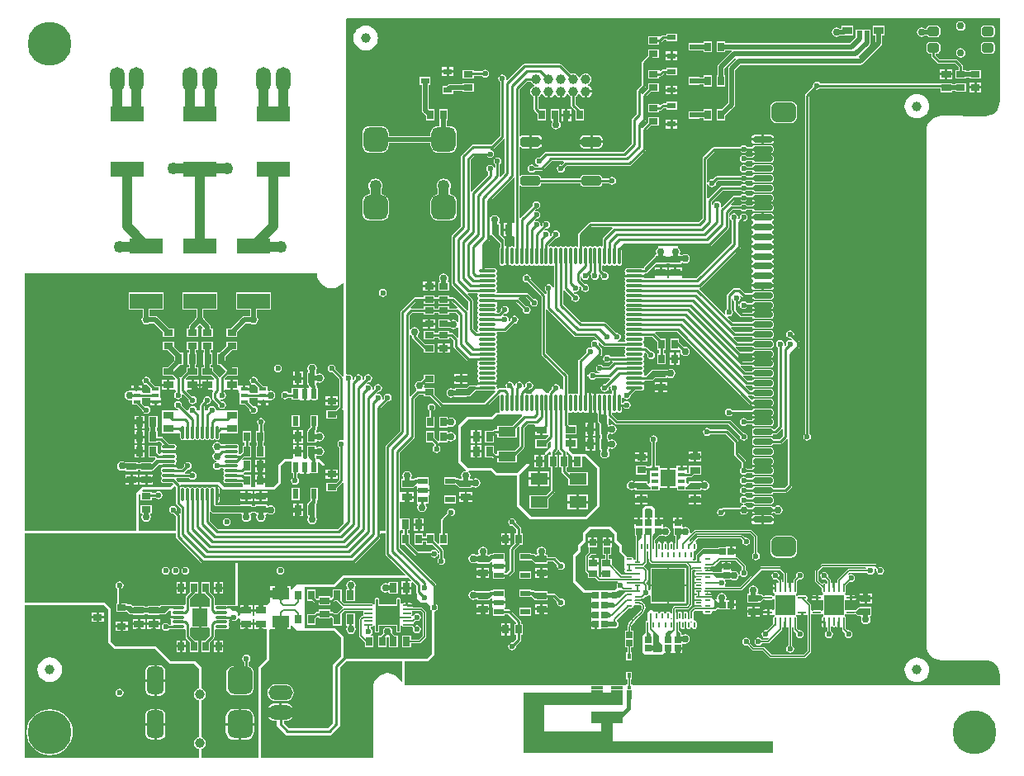
<source format=gtl>
G04 Layer_Physical_Order=1*
G04 Layer_Color=255*
%FSLAX25Y25*%
%MOIN*%
G70*
G01*
G75*
%ADD10C,0.00591*%
%ADD11O,0.07087X0.01181*%
%ADD12O,0.01181X0.07087*%
%ADD13R,0.02835X0.03937*%
%ADD14R,0.03150X0.01575*%
%ADD15R,0.03543X0.02362*%
%ADD16R,0.13386X0.06496*%
%ADD17R,0.02362X0.03937*%
%ADD18R,0.03740X0.02559*%
%ADD19R,0.02559X0.03740*%
%ADD20R,0.03937X0.02835*%
%ADD21R,0.03937X0.02362*%
%ADD22R,0.02520X0.02520*%
%ADD23R,0.03937X0.03150*%
%ADD24R,0.01969X0.02559*%
G04:AMPARAMS|DCode=25|XSize=23.62mil|YSize=78.74mil|CornerRadius=5.91mil|HoleSize=0mil|Usage=FLASHONLY|Rotation=270.000|XOffset=0mil|YOffset=0mil|HoleType=Round|Shape=RoundedRectangle|*
%AMROUNDEDRECTD25*
21,1,0.02362,0.06693,0,0,270.0*
21,1,0.01181,0.07874,0,0,270.0*
1,1,0.01181,-0.03347,-0.00591*
1,1,0.01181,-0.03347,0.00591*
1,1,0.01181,0.03347,0.00591*
1,1,0.01181,0.03347,-0.00591*
%
%ADD25ROUNDEDRECTD25*%
G04:AMPARAMS|DCode=26|XSize=78.74mil|YSize=98.43mil|CornerRadius=19.69mil|HoleSize=0mil|Usage=FLASHONLY|Rotation=270.000|XOffset=0mil|YOffset=0mil|HoleType=Round|Shape=RoundedRectangle|*
%AMROUNDEDRECTD26*
21,1,0.07874,0.05906,0,0,270.0*
21,1,0.03937,0.09843,0,0,270.0*
1,1,0.03937,-0.02953,-0.01969*
1,1,0.03937,-0.02953,0.01969*
1,1,0.03937,0.02953,0.01969*
1,1,0.03937,0.02953,-0.01969*
%
%ADD26ROUNDEDRECTD26*%
%ADD27R,0.03740X0.02559*%
%ADD28R,0.07087X0.04921*%
G04:AMPARAMS|DCode=29|XSize=78.74mil|YSize=39.37mil|CornerRadius=9.84mil|HoleSize=0mil|Usage=FLASHONLY|Rotation=180.000|XOffset=0mil|YOffset=0mil|HoleType=Round|Shape=RoundedRectangle|*
%AMROUNDEDRECTD29*
21,1,0.07874,0.01969,0,0,180.0*
21,1,0.05906,0.03937,0,0,180.0*
1,1,0.01969,-0.02953,0.00984*
1,1,0.01969,0.02953,0.00984*
1,1,0.01969,0.02953,-0.00984*
1,1,0.01969,-0.02953,-0.00984*
%
%ADD29ROUNDEDRECTD29*%
%ADD30O,0.01181X0.05512*%
%ADD31O,0.05512X0.01181*%
%ADD32R,0.05906X0.06890*%
%ADD33R,0.07087X0.03937*%
G04:AMPARAMS|DCode=34|XSize=98.43mil|YSize=98.43mil|CornerRadius=24.61mil|HoleSize=0mil|Usage=FLASHONLY|Rotation=90.000|XOffset=0mil|YOffset=0mil|HoleType=Round|Shape=RoundedRectangle|*
%AMROUNDEDRECTD34*
21,1,0.09843,0.04921,0,0,90.0*
21,1,0.04921,0.09843,0,0,90.0*
1,1,0.04921,0.02461,0.02461*
1,1,0.04921,0.02461,-0.02461*
1,1,0.04921,-0.02461,-0.02461*
1,1,0.04921,-0.02461,0.02461*
%
%ADD34ROUNDEDRECTD34*%
%ADD35R,0.04724X0.01811*%
%ADD36R,0.01811X0.01811*%
G04:AMPARAMS|DCode=37|XSize=47.24mil|YSize=39.37mil|CornerRadius=9.84mil|HoleSize=0mil|Usage=FLASHONLY|Rotation=180.000|XOffset=0mil|YOffset=0mil|HoleType=Round|Shape=RoundedRectangle|*
%AMROUNDEDRECTD37*
21,1,0.04724,0.01969,0,0,180.0*
21,1,0.02756,0.03937,0,0,180.0*
1,1,0.01969,-0.01378,0.00984*
1,1,0.01969,0.01378,0.00984*
1,1,0.01969,0.01378,-0.00984*
1,1,0.01969,-0.01378,-0.00984*
%
%ADD37ROUNDEDRECTD37*%
%ADD38R,0.02520X0.02520*%
%ADD39R,0.01575X0.02362*%
%ADD40R,0.02362X0.06890*%
%ADD41R,0.03347X0.02953*%
G04:AMPARAMS|DCode=42|XSize=110.24mil|YSize=66.93mil|CornerRadius=16.73mil|HoleSize=0mil|Usage=FLASHONLY|Rotation=90.000|XOffset=0mil|YOffset=0mil|HoleType=Round|Shape=RoundedRectangle|*
%AMROUNDEDRECTD42*
21,1,0.11024,0.03347,0,0,90.0*
21,1,0.07677,0.06693,0,0,90.0*
1,1,0.03346,0.01673,0.03839*
1,1,0.03346,0.01673,-0.03839*
1,1,0.03346,-0.01673,-0.03839*
1,1,0.03346,-0.01673,0.03839*
%
%ADD42ROUNDEDRECTD42*%
G04:AMPARAMS|DCode=43|XSize=110.24mil|YSize=102.36mil|CornerRadius=25.59mil|HoleSize=0mil|Usage=FLASHONLY|Rotation=90.000|XOffset=0mil|YOffset=0mil|HoleType=Round|Shape=RoundedRectangle|*
%AMROUNDEDRECTD43*
21,1,0.11024,0.05118,0,0,90.0*
21,1,0.05906,0.10236,0,0,90.0*
1,1,0.05118,0.02559,0.02953*
1,1,0.05118,0.02559,-0.02953*
1,1,0.05118,-0.02559,-0.02953*
1,1,0.05118,-0.02559,0.02953*
%
%ADD43ROUNDEDRECTD43*%
%ADD44O,0.03347X0.00787*%
%ADD45R,0.09646X0.07677*%
%ADD46O,0.05315X0.01181*%
%ADD47R,0.06181X0.07402*%
%ADD48R,0.13386X0.13386*%
%ADD49O,0.00787X0.02559*%
%ADD50O,0.02559X0.00787*%
%ADD51C,0.03937*%
%ADD52R,0.08071X0.08071*%
%ADD53O,0.00984X0.03543*%
%ADD54O,0.03543X0.00984*%
%ADD55R,0.07087X0.04724*%
%ADD56C,0.00984*%
%ADD57C,0.01969*%
%ADD58C,0.03937*%
%ADD59C,0.04921*%
%ADD60C,0.02953*%
%ADD61O,0.05906X0.09843*%
%ADD62C,0.17716*%
%ADD63C,0.03937*%
%ADD64O,0.09843X0.05906*%
%ADD65C,0.02362*%
%ADD66C,0.02953*%
%ADD67C,0.04921*%
G36*
X-41631Y-76772D02*
X-40754Y-77650D01*
X-40961Y-78150D01*
X-42067D01*
Y-80216D01*
X-40551D01*
Y-78559D01*
X-40051Y-78352D01*
X-38600Y-79803D01*
Y-82382D01*
X-38531Y-82727D01*
X-38386Y-82945D01*
X-38386Y-85138D01*
X-36909Y-86614D01*
X-34449Y-86614D01*
X-32999Y-88064D01*
X-33102Y-88583D01*
X-32980Y-89197D01*
X-32631Y-89718D01*
X-32480Y-89819D01*
X-32480Y-107283D01*
X-34449Y-109252D01*
X-66929D01*
X-67914Y-108268D01*
X-67914Y-100394D01*
X-71358Y-96949D01*
X-83661D01*
Y-80216D01*
X-71358D01*
X-67914Y-76772D01*
X-61024D01*
X-41631Y-76772D01*
D02*
G37*
G36*
X40585Y64814D02*
X40635Y64550D01*
X36763Y60678D01*
X36567Y60385D01*
X36498Y60039D01*
Y57318D01*
X36450Y57275D01*
X36006Y57100D01*
X35817Y57226D01*
X35433Y57303D01*
X35049Y57226D01*
X34723Y57009D01*
X34174D01*
X33849Y57226D01*
X33465Y57303D01*
X33081Y57226D01*
X32755Y57009D01*
X32206D01*
X31880Y57226D01*
X31496Y57303D01*
X31112Y57226D01*
X30786Y57009D01*
X30237D01*
X29912Y57226D01*
X29528Y57303D01*
X29144Y57226D01*
X28954Y57100D01*
X28511Y57275D01*
X28462Y57318D01*
Y61634D01*
X31870Y65042D01*
X40453D01*
X40585Y64814D01*
D02*
G37*
G36*
X-17717Y38467D02*
X-14011D01*
X-13968Y38418D01*
X-13793Y37975D01*
X-13919Y37786D01*
X-13996Y37402D01*
X-13919Y37018D01*
X-13702Y36692D01*
Y36143D01*
X-13919Y35817D01*
X-13996Y35433D01*
X-13919Y35049D01*
X-13702Y34723D01*
Y34174D01*
X-13919Y33849D01*
X-13996Y33465D01*
X-13919Y33081D01*
X-13702Y32755D01*
Y32206D01*
X-13919Y31880D01*
X-13996Y31496D01*
X-13919Y31112D01*
X-13702Y30786D01*
Y30237D01*
X-13919Y29912D01*
X-13996Y29528D01*
X-13919Y29144D01*
X-13702Y28818D01*
Y28269D01*
X-13919Y27943D01*
X-13996Y27559D01*
X-13919Y27175D01*
X-13702Y26849D01*
Y26300D01*
X-13919Y25975D01*
X-13996Y25591D01*
X-13919Y25207D01*
X-13702Y24881D01*
Y24332D01*
X-13919Y24006D01*
X-13996Y23622D01*
X-13919Y23238D01*
X-13833Y23109D01*
X-14022Y22655D01*
X-14238Y22620D01*
X-14465Y22632D01*
X-15829Y23996D01*
Y35433D01*
X-15829Y35433D01*
X-15898Y35779D01*
X-16094Y36072D01*
X-16094Y36072D01*
X-18054Y38032D01*
X-17812Y38486D01*
X-17717Y38467D01*
D02*
G37*
G36*
X-21161Y-37402D02*
X-16732D01*
Y-39862D01*
X-21161Y-39862D01*
X-22638Y-38386D01*
X-27067Y-38386D01*
Y-36909D01*
X-21654D01*
X-21161Y-37402D01*
D02*
G37*
G36*
X-5413Y62008D02*
X-5413D01*
X-3445Y60039D01*
Y58071D01*
X-4429D01*
Y58563D01*
X-7874Y62008D01*
Y63976D01*
X-5413D01*
Y62008D01*
D02*
G37*
G36*
X24952Y21015D02*
X25245Y20819D01*
X25591Y20750D01*
X33090D01*
X34154Y19687D01*
X33912Y19233D01*
X33465Y19322D01*
X32850Y19200D01*
X32329Y18852D01*
X31981Y18331D01*
X31859Y17717D01*
X31981Y17102D01*
X32249Y16702D01*
X31968Y16275D01*
X31496Y16369D01*
X30882Y16247D01*
X30361Y15899D01*
X30013Y15378D01*
X29890Y14764D01*
X29945Y14490D01*
X26920Y11465D01*
X26725Y11172D01*
X26656Y10827D01*
Y-2131D01*
X26607Y-2173D01*
X26164Y-2349D01*
X25975Y-2222D01*
X25591Y-2146D01*
X25207Y-2222D01*
X24881Y-2440D01*
X24332D01*
X24006Y-2222D01*
X23622Y-2146D01*
X23238Y-2222D01*
X23049Y-2349D01*
X22606Y-2173D01*
X22557Y-2131D01*
Y4921D01*
X22557Y4921D01*
X22488Y5267D01*
X22292Y5560D01*
X22292Y5560D01*
X13698Y14154D01*
Y31594D01*
X13927Y31727D01*
X14191Y31776D01*
X24952Y21015D01*
D02*
G37*
G36*
X-93012Y-97244D02*
X-89370D01*
Y-95884D01*
X-88870Y-95677D01*
X-86614Y-97933D01*
X-71850D01*
X-68898Y-100886D01*
Y-108268D01*
X-72342Y-111713D01*
X-72342Y-118602D01*
Y-135335D01*
X-74311Y-137303D01*
X-90059D01*
X-92028Y-135335D01*
X-92028Y-134479D01*
X-91535D01*
X-90610Y-134358D01*
X-89749Y-134001D01*
X-89008Y-133433D01*
X-88440Y-132692D01*
X-88083Y-131831D01*
X-88026Y-131398D01*
X-98981D01*
X-98924Y-131831D01*
X-98567Y-132692D01*
X-98000Y-133433D01*
X-97259Y-134001D01*
X-96397Y-134358D01*
X-95473Y-134479D01*
X-94980D01*
Y-136319D01*
X-91043Y-140256D01*
X-73327Y-140256D01*
X-69390Y-136319D01*
X-69390Y-119587D01*
Y-112697D01*
X-66929Y-110236D01*
X-44291D01*
X-44269Y-118600D01*
X-44769Y-118691D01*
X-45263Y-117766D01*
X-46001Y-116867D01*
X-46900Y-116129D01*
X-47926Y-115581D01*
X-49040Y-115243D01*
X-50197Y-115129D01*
X-50197Y-115129D01*
X-50197Y-115129D01*
X-50197D01*
X-50198Y-115129D01*
X-50657Y-115174D01*
X-51355Y-115243D01*
X-52468Y-115581D01*
X-53494Y-116129D01*
X-54393Y-116867D01*
X-55131Y-117766D01*
X-55679Y-118792D01*
X-56017Y-119905D01*
X-56083Y-120571D01*
X-56131Y-121062D01*
X-56131Y-121063D01*
X-56102Y-121551D01*
Y-148859D01*
X-56456Y-149213D01*
X-101378Y-149213D01*
Y-128445D01*
X-101378Y-113189D01*
X-97933Y-109744D01*
X-97933Y-97622D01*
X-97433Y-97244D01*
X-93996D01*
Y-94193D01*
X-93012D01*
Y-97244D01*
D02*
G37*
G36*
X88083Y68283D02*
X88432Y67762D01*
X88664Y67607D01*
Y58445D01*
X74429Y44210D01*
X68881D01*
X68504Y44488D01*
X68504Y44702D01*
Y46004D01*
X67913D01*
Y45276D01*
X63386D01*
Y44702D01*
X63386Y44488D01*
X63009Y44210D01*
X62976D01*
X62599Y44488D01*
X62599Y44702D01*
Y45276D01*
X57579D01*
X57480Y45177D01*
Y44702D01*
X57480Y44488D01*
X57103Y44210D01*
X53663D01*
X53400Y44702D01*
X53454Y44783D01*
X45365D01*
X45605Y44424D01*
X45618Y43824D01*
X45530Y43691D01*
X45453Y43307D01*
X45530Y42923D01*
X45747Y42597D01*
Y42048D01*
X45530Y41723D01*
X45453Y41339D01*
X45530Y40955D01*
X45747Y40629D01*
Y40080D01*
X45530Y39754D01*
X45453Y39370D01*
X45530Y38986D01*
X45747Y38660D01*
Y38111D01*
X45530Y37786D01*
X45453Y37402D01*
X45530Y37018D01*
X45747Y36692D01*
Y36143D01*
X45530Y35817D01*
X45453Y35433D01*
X45530Y35049D01*
X45747Y34723D01*
Y34174D01*
X45530Y33849D01*
X45453Y33465D01*
X45530Y33081D01*
X45747Y32755D01*
Y32206D01*
X45530Y31880D01*
X45453Y31496D01*
X45530Y31112D01*
X45747Y30786D01*
Y30237D01*
X45530Y29912D01*
X45453Y29528D01*
X45530Y29144D01*
X45747Y28818D01*
Y28269D01*
X45530Y27943D01*
X45453Y27559D01*
X45530Y27175D01*
X45747Y26849D01*
Y26300D01*
X45530Y25975D01*
X45453Y25591D01*
X45530Y25207D01*
X45747Y24881D01*
Y24332D01*
X45530Y24006D01*
X45453Y23622D01*
X45530Y23238D01*
X45747Y22912D01*
Y22363D01*
X45530Y22038D01*
X45453Y21654D01*
X45530Y21270D01*
X45747Y20944D01*
Y20395D01*
X45530Y20069D01*
X45453Y19685D01*
X45530Y19301D01*
X45656Y19112D01*
X45480Y18669D01*
X45438Y18620D01*
X42614D01*
X42565Y19112D01*
X42937Y19186D01*
X43458Y19534D01*
X43806Y20055D01*
X43929Y20669D01*
X43806Y21284D01*
X43458Y21805D01*
X42937Y22153D01*
X42323Y22275D01*
X42049Y22220D01*
X38040Y26229D01*
X37747Y26425D01*
X37402Y26494D01*
X27933D01*
X20588Y33839D01*
Y39469D01*
X20816Y39601D01*
X21080Y39650D01*
X24039Y36691D01*
X23985Y36417D01*
X24107Y35803D01*
X24455Y35282D01*
X24976Y34934D01*
X25591Y34812D01*
X26205Y34934D01*
X26726Y35282D01*
X27074Y35803D01*
X27196Y36417D01*
X27074Y37032D01*
X26726Y37553D01*
X26205Y37901D01*
X25591Y38023D01*
X25317Y37969D01*
X24901Y38384D01*
X25144Y38838D01*
X25591Y38749D01*
X26205Y38871D01*
X26726Y39219D01*
X27074Y39740D01*
X27196Y40354D01*
X27107Y40801D01*
X27561Y41044D01*
X27976Y40628D01*
X27922Y40354D01*
X28044Y39740D01*
X28392Y39219D01*
X28913Y38871D01*
X29528Y38749D01*
X30142Y38871D01*
X30663Y39219D01*
X31011Y39740D01*
X31133Y40354D01*
X31011Y40969D01*
X30663Y41490D01*
X30142Y41838D01*
X29528Y41960D01*
X29254Y41906D01*
X27478Y43681D01*
Y44985D01*
X27970Y45034D01*
X28044Y44661D01*
X28392Y44140D01*
X28913Y43792D01*
X29528Y43670D01*
X30142Y43792D01*
X30663Y44140D01*
X31011Y44661D01*
X31133Y45276D01*
X31079Y45549D01*
X31494Y45965D01*
X31948Y45723D01*
X31859Y45276D01*
X31981Y44661D01*
X32329Y44140D01*
X32850Y43792D01*
X33465Y43670D01*
X34079Y43792D01*
X34600Y44140D01*
X34948Y44661D01*
X35070Y45276D01*
X34981Y45723D01*
X35435Y45965D01*
X35850Y45549D01*
X35796Y45276D01*
X35918Y44661D01*
X36266Y44140D01*
X36787Y43792D01*
X37402Y43670D01*
X38016Y43792D01*
X38537Y44140D01*
X38885Y44661D01*
X39007Y45276D01*
X38885Y45890D01*
X38537Y46411D01*
X38016Y46759D01*
X37402Y46881D01*
X37128Y46827D01*
X36336Y47618D01*
Y49375D01*
X36385Y49417D01*
X36828Y49593D01*
X37018Y49467D01*
X37402Y49390D01*
X37786Y49467D01*
X38111Y49684D01*
X38660D01*
X38986Y49467D01*
X39370Y49390D01*
X39754Y49467D01*
X40080Y49684D01*
X40629D01*
X40955Y49467D01*
X41339Y49390D01*
X41723Y49467D01*
X42048Y49684D01*
X42597D01*
X42923Y49467D01*
X43307Y49390D01*
X43691Y49467D01*
X44017Y49684D01*
X44234Y50010D01*
X44311Y50394D01*
Y55829D01*
X45650Y57168D01*
X58855D01*
X59004Y56676D01*
X58691Y56466D01*
X58278Y55848D01*
X58133Y55118D01*
X58278Y54388D01*
X58382Y54232D01*
X58119Y53740D01*
X57677D01*
Y53359D01*
X53340Y49022D01*
X53216Y48720D01*
Y48317D01*
X52746Y48171D01*
X52362Y48248D01*
X46457D01*
X46073Y48171D01*
X45747Y47954D01*
X45530Y47628D01*
X45453Y47244D01*
X45530Y46860D01*
X45618Y46728D01*
X45605Y46127D01*
X45365Y45768D01*
X53454D01*
X53400Y45849D01*
X53544Y46194D01*
X53673Y46326D01*
X54134D01*
X54435Y46451D01*
X54435Y46451D01*
X58103Y50118D01*
X62402D01*
Y50263D01*
X63583D01*
Y50118D01*
X68307D01*
Y50408D01*
X68760Y50639D01*
X68809Y50633D01*
X69152Y50404D01*
X69882Y50259D01*
X70612Y50404D01*
X71230Y50817D01*
X71644Y51436D01*
X71789Y52165D01*
X71644Y52895D01*
X71230Y53514D01*
X70612Y53927D01*
X69882Y54072D01*
X69152Y53927D01*
X68799Y53691D01*
X68307Y53740D01*
X68307Y53740D01*
X67837Y53793D01*
X67602Y54232D01*
X67707Y54388D01*
X67852Y55118D01*
X67707Y55848D01*
X67293Y56466D01*
X66980Y56676D01*
X67129Y57168D01*
X79724D01*
X80070Y57236D01*
X80363Y57432D01*
X87253Y64322D01*
X87449Y64615D01*
X87517Y64961D01*
Y68607D01*
X88010Y68655D01*
X88083Y68283D01*
D02*
G37*
G36*
X196850Y115748D02*
X196850D01*
X196876Y115720D01*
X196765Y114590D01*
X196427Y113477D01*
X195879Y112451D01*
X195141Y111552D01*
X194242Y110814D01*
X193216Y110266D01*
X192103Y109928D01*
X190945Y109814D01*
X173228Y109843D01*
Y109871D01*
X172071Y109757D01*
X170958Y109419D01*
X169932Y108871D01*
X169032Y108133D01*
X168294Y107234D01*
X167746Y106208D01*
X167408Y105095D01*
X167294Y103937D01*
X167323Y-103908D01*
X167294Y-103937D01*
X167294D01*
X167408Y-105095D01*
X167746Y-106208D01*
X168294Y-107234D01*
X169032Y-108133D01*
X169932Y-108871D01*
X170958Y-109419D01*
X172071Y-109757D01*
X173228Y-109871D01*
X190945Y-109843D01*
Y-109843D01*
X191419Y-109863D01*
X192104Y-109930D01*
X193217Y-110268D01*
X194243Y-110816D01*
X195142Y-111554D01*
X195879Y-112452D01*
X196427Y-113478D01*
X196765Y-114591D01*
X196879Y-115748D01*
X196879Y-115748D01*
X196850Y-120079D01*
X48543D01*
Y-119685D01*
X47946D01*
Y-117717D01*
X48425D01*
Y-114567D01*
X46063D01*
Y-117717D01*
X46542D01*
Y-119685D01*
X45945D01*
Y-120079D01*
X-43307D01*
Y-110236D01*
X-33957D01*
X-31496Y-107776D01*
Y-90188D01*
X-30882Y-90066D01*
X-30361Y-89718D01*
X-30013Y-89197D01*
X-29890Y-88583D01*
X-30013Y-87968D01*
X-30361Y-87447D01*
X-30593Y-87292D01*
Y-79724D01*
X-30662Y-79379D01*
X-30857Y-79086D01*
X-45357Y-64587D01*
Y-57522D01*
X-44882Y-57480D01*
X-44864Y-57480D01*
X-43974D01*
Y-58760D01*
X-44685D01*
Y-63288D01*
X-43305D01*
X-39024Y-67568D01*
X-38732Y-67764D01*
X-38386Y-67832D01*
X-32787D01*
X-32631Y-68064D01*
X-32111Y-68413D01*
X-31496Y-68535D01*
X-30882Y-68413D01*
X-30361Y-68064D01*
X-30052Y-67602D01*
X-30013Y-67544D01*
X-29892Y-67176D01*
X-29889Y-67176D01*
X-29447Y-67297D01*
Y-68591D01*
X-29679Y-68747D01*
X-30027Y-69267D01*
X-30149Y-69882D01*
X-30027Y-70496D01*
X-29679Y-71017D01*
X-29158Y-71365D01*
X-28543Y-71487D01*
X-27929Y-71365D01*
X-27408Y-71017D01*
X-27060Y-70496D01*
X-26938Y-69882D01*
X-27060Y-69267D01*
X-27408Y-68747D01*
X-27640Y-68591D01*
Y-65650D01*
X-27709Y-65304D01*
X-27905Y-65011D01*
X-29136Y-63779D01*
X-28932Y-63287D01*
X-26181D01*
Y-58760D01*
X-26951D01*
Y-53819D01*
X-24880Y-51748D01*
X-24606Y-51802D01*
X-23992Y-51680D01*
X-23471Y-51332D01*
X-23123Y-50811D01*
X-23001Y-50197D01*
X-23123Y-49582D01*
X-23471Y-49062D01*
X-23992Y-48713D01*
X-24606Y-48591D01*
X-25221Y-48713D01*
X-25742Y-49062D01*
X-26090Y-49582D01*
X-26212Y-50197D01*
X-26158Y-50471D01*
X-28493Y-52806D01*
X-28689Y-53099D01*
X-28758Y-53445D01*
Y-58760D01*
X-29528D01*
Y-62692D01*
X-30020Y-62896D01*
X-31496Y-61420D01*
Y-58760D01*
X-34843D01*
Y-60120D01*
X-36024D01*
Y-58760D01*
X-39370D01*
Y-63288D01*
X-36024D01*
Y-61927D01*
X-34843D01*
Y-63287D01*
X-32183D01*
X-29447Y-66024D01*
Y-66561D01*
X-29889Y-66682D01*
X-29892Y-66682D01*
X-30013Y-66315D01*
X-30052Y-66256D01*
X-30361Y-65794D01*
X-30882Y-65446D01*
X-31496Y-65324D01*
X-32111Y-65446D01*
X-32631Y-65794D01*
X-32787Y-66026D01*
X-38012D01*
X-41339Y-62699D01*
Y-58760D01*
X-42168D01*
Y-57480D01*
X-41260D01*
Y-52756D01*
X-44864D01*
X-44882Y-52756D01*
X-45357Y-52714D01*
Y-46105D01*
X-44882Y-46063D01*
X-44864Y-46063D01*
X-42815D01*
Y-44055D01*
Y-42047D01*
X-44864D01*
X-44882Y-42047D01*
X-45357Y-42005D01*
Y-25965D01*
X-39716Y-20324D01*
X-39520Y-20031D01*
X-39451Y-19685D01*
Y-4311D01*
X-37716Y-2576D01*
X-35728D01*
Y-3347D01*
X-33069D01*
X-28887Y-7528D01*
X-28594Y-7724D01*
X-28248Y-7793D01*
X-10827D01*
X-10481Y-7724D01*
X-10188Y-7528D01*
X-5351Y-2692D01*
X-4898Y-2934D01*
X-4941Y-3150D01*
Y-9055D01*
X-4882Y-9350D01*
X-5054Y-9677D01*
X-5187Y-9843D01*
X-6398D01*
X-8366Y-11811D01*
X-18209D01*
X-21654Y-15256D01*
Y-30020D01*
X-18625Y-33048D01*
X-18651Y-33213D01*
X-18819Y-33550D01*
X-19431Y-33672D01*
X-20049Y-34085D01*
X-20462Y-34703D01*
X-20607Y-35433D01*
X-20462Y-36163D01*
X-20358Y-36319D01*
X-20593Y-36759D01*
X-21077Y-36802D01*
X-21294Y-36666D01*
X-21352Y-36608D01*
X-21654Y-36483D01*
X-22736D01*
Y-36024D01*
X-27461D01*
Y-36831D01*
X-27493Y-36909D01*
Y-38386D01*
X-27461Y-38464D01*
Y-39173D01*
X-22736D01*
X-22736Y-39173D01*
Y-39173D01*
X-22298Y-39328D01*
X-21463Y-40163D01*
X-21161Y-40288D01*
X-21063Y-40387D01*
Y-40433D01*
X-16339D01*
Y-40143D01*
X-15886Y-39912D01*
X-15837Y-39918D01*
X-15494Y-40147D01*
X-14764Y-40293D01*
X-14034Y-40147D01*
X-13416Y-39734D01*
X-13002Y-39116D01*
X-12857Y-38386D01*
X-13002Y-37656D01*
X-13416Y-37038D01*
X-14034Y-36624D01*
X-14764Y-36479D01*
X-15494Y-36624D01*
X-15846Y-36860D01*
X-16339Y-36811D01*
X-16339Y-36811D01*
X-16809Y-36758D01*
X-17043Y-36319D01*
X-16939Y-36163D01*
X-16794Y-35433D01*
X-16939Y-34703D01*
X-17353Y-34085D01*
X-17544Y-33957D01*
X-17395Y-33465D01*
X-8366D01*
X-6398Y-35433D01*
X1969D01*
Y-47736D01*
X7382Y-53150D01*
X30020D01*
X35433Y-47736D01*
Y-31988D01*
X30020Y-26575D01*
X24606D01*
X22896Y-24864D01*
X23084Y-24409D01*
X23130D01*
Y-22401D01*
Y-20394D01*
X21654D01*
Y-18779D01*
X25984D01*
Y-15157D01*
X23088D01*
X22557Y-14626D01*
Y-10074D01*
X22606Y-10031D01*
X23049Y-9856D01*
X23238Y-9982D01*
X23622Y-10059D01*
X24006Y-9982D01*
X24332Y-9765D01*
X24881D01*
X25207Y-9982D01*
X25591Y-10059D01*
X25975Y-9982D01*
X26300Y-9765D01*
X26849D01*
X27175Y-9982D01*
X27559Y-10059D01*
X27943Y-9982D01*
X28269Y-9765D01*
X28818D01*
X29144Y-9982D01*
X29528Y-10059D01*
X29912Y-9982D01*
X30044Y-9894D01*
X30645Y-9907D01*
X31004Y-10147D01*
Y-6102D01*
Y-2058D01*
X30923Y-2112D01*
X30431Y-1849D01*
Y4631D01*
X30923Y4679D01*
X30997Y4307D01*
X31345Y3786D01*
X31866Y3438D01*
X32480Y3316D01*
X33095Y3438D01*
X33616Y3786D01*
X33771Y4018D01*
X39370D01*
X39465Y4037D01*
X39708Y3584D01*
X37675Y1551D01*
X37402Y1606D01*
X36787Y1483D01*
X36266Y1135D01*
X35918Y614D01*
X35796Y0D01*
X35918Y-614D01*
X36266Y-1135D01*
X36787Y-1483D01*
X37402Y-1606D01*
X38016Y-1483D01*
X38537Y-1135D01*
X38885Y-614D01*
X39007Y0D01*
X38953Y274D01*
X39368Y689D01*
X39822Y447D01*
X39733Y0D01*
X39855Y-614D01*
X40203Y-1135D01*
X40435Y-1290D01*
Y-2131D01*
X40387Y-2173D01*
X39943Y-2349D01*
X39754Y-2222D01*
X39370Y-2146D01*
X38986Y-2222D01*
X38660Y-2440D01*
X38111D01*
X37786Y-2222D01*
X37402Y-2146D01*
X37018Y-2222D01*
X36692Y-2440D01*
X36143D01*
X35817Y-2222D01*
X35433Y-2146D01*
X35049Y-2222D01*
X34917Y-2311D01*
X34316Y-2298D01*
X33957Y-2058D01*
Y-6102D01*
Y-10147D01*
X34038Y-10093D01*
X34530Y-10356D01*
Y-10790D01*
X34515Y-10827D01*
Y-13287D01*
X34640Y-13589D01*
X34640Y-13589D01*
X35067Y-14016D01*
X35354Y-14370D01*
X35354D01*
X35354Y-14370D01*
Y-19094D01*
X35760D01*
Y-20276D01*
X35354D01*
Y-25000D01*
X35644D01*
X35876Y-25492D01*
X35640Y-25845D01*
X35495Y-26575D01*
X35640Y-27305D01*
X36053Y-27923D01*
X36672Y-28336D01*
X37402Y-28482D01*
X38131Y-28336D01*
X38750Y-27923D01*
X39163Y-27305D01*
X39308Y-26575D01*
X39163Y-25845D01*
X38927Y-25492D01*
X38976Y-25000D01*
X38976D01*
X39029Y-24530D01*
X39469Y-24295D01*
X39625Y-24399D01*
X40354Y-24544D01*
X41084Y-24399D01*
X41703Y-23986D01*
X42116Y-23368D01*
X42261Y-22638D01*
X42116Y-21908D01*
X41703Y-21290D01*
X41084Y-20876D01*
X40354Y-20731D01*
X39625Y-20876D01*
X39469Y-20981D01*
X38976Y-20718D01*
Y-20276D01*
X38570D01*
Y-19094D01*
X38976D01*
Y-18653D01*
X39469Y-18390D01*
X39625Y-18494D01*
X40354Y-18639D01*
X41084Y-18494D01*
X41703Y-18080D01*
X42116Y-17462D01*
X42261Y-16732D01*
X42116Y-16003D01*
X41703Y-15384D01*
X41084Y-14971D01*
X40354Y-14826D01*
X39625Y-14971D01*
X39469Y-15075D01*
X39029Y-14840D01*
X38976Y-14370D01*
D01*
X38812Y-13943D01*
Y-12242D01*
X39304Y-12038D01*
X41684Y-14418D01*
X41684Y-14418D01*
X41977Y-14614D01*
X42323Y-14683D01*
X87224D01*
X91953Y-19411D01*
X91898Y-19685D01*
X92020Y-20300D01*
X92369Y-20820D01*
X92889Y-21169D01*
X93504Y-21291D01*
X94118Y-21169D01*
X94639Y-20820D01*
X94987Y-20300D01*
X95110Y-19685D01*
X94987Y-19071D01*
X94639Y-18550D01*
X94118Y-18202D01*
X93504Y-18079D01*
X93230Y-18134D01*
X88237Y-13141D01*
X87944Y-12945D01*
X87598Y-12876D01*
X42697D01*
X40349Y-10528D01*
X40336Y-10301D01*
X40372Y-10085D01*
X40826Y-9896D01*
X40955Y-9982D01*
X41339Y-10059D01*
X41723Y-9982D01*
X42048Y-9765D01*
X42597D01*
X42923Y-9982D01*
X43307Y-10059D01*
X43691Y-9982D01*
X44017Y-9765D01*
X44234Y-9439D01*
X44311Y-9055D01*
Y-7793D01*
X44969D01*
X45125Y-8025D01*
X45645Y-8373D01*
X46260Y-8495D01*
X46874Y-8373D01*
X47395Y-8025D01*
X47743Y-7504D01*
X47866Y-6890D01*
X47743Y-6275D01*
X47395Y-5754D01*
X46874Y-5406D01*
X46260Y-5284D01*
X45645Y-5406D01*
X45125Y-5754D01*
X44969Y-5987D01*
X44311D01*
Y-3914D01*
X44390Y-3860D01*
X45058Y-3989D01*
X45124Y-4088D01*
X45645Y-4436D01*
X46260Y-4558D01*
X46874Y-4436D01*
X47395Y-4088D01*
X47743Y-3567D01*
X47865Y-2953D01*
X47844Y-2843D01*
X49683Y-1003D01*
X52362D01*
X52746Y-927D01*
X53072Y-710D01*
X53289Y-384D01*
X53366Y0D01*
X53289Y384D01*
X53201Y516D01*
X53214Y1117D01*
X53454Y1476D01*
X49409D01*
Y2461D01*
X53454D01*
X53400Y2542D01*
X53622Y2993D01*
X53663Y3034D01*
X54097D01*
X54134Y3019D01*
X56595D01*
X56595Y3019D01*
X56896Y3144D01*
X57323Y3571D01*
X57677Y3858D01*
Y3858D01*
X57677Y3858D01*
X62402D01*
Y4148D01*
X62854Y4379D01*
X62903Y4374D01*
X63247Y4144D01*
X63976Y3999D01*
X64706Y4144D01*
X65325Y4557D01*
X65738Y5176D01*
X65883Y5906D01*
X65738Y6635D01*
X65325Y7254D01*
X64706Y7667D01*
X63976Y7812D01*
X63247Y7667D01*
X62894Y7431D01*
X62402Y7480D01*
Y7480D01*
X57677D01*
Y7316D01*
X56595D01*
X56595Y7316D01*
X56293Y7191D01*
X56293Y7191D01*
X53942Y4840D01*
X53642D01*
X53642Y4840D01*
X53381D01*
X53338Y4889D01*
X53163Y5332D01*
X53289Y5522D01*
X53366Y5906D01*
X53289Y6289D01*
X53072Y6615D01*
Y7164D01*
X53289Y7490D01*
X53366Y7874D01*
X53289Y8258D01*
X53072Y8584D01*
Y9133D01*
X53289Y9459D01*
X53366Y9843D01*
X53289Y10227D01*
X53072Y10552D01*
Y11101D01*
X53289Y11427D01*
X53366Y11811D01*
X53289Y12195D01*
X53072Y12521D01*
Y13070D01*
X53289Y13396D01*
X53366Y13780D01*
X53768Y14233D01*
X53861Y14251D01*
X54551Y13561D01*
X54497Y13287D01*
X54619Y12673D01*
X54967Y12152D01*
X55488Y11804D01*
X56102Y11682D01*
X56717Y11804D01*
X57238Y12152D01*
X57586Y12673D01*
X57708Y13287D01*
X57586Y13902D01*
X57238Y14423D01*
X56717Y14771D01*
X56102Y14893D01*
X55828Y14839D01*
X54280Y16387D01*
X53987Y16582D01*
X53642Y16651D01*
X53381D01*
X53338Y16700D01*
X53163Y17143D01*
X53289Y17333D01*
X53366Y17717D01*
X53289Y18101D01*
X53072Y18426D01*
Y18975D01*
X53289Y19301D01*
X53366Y19685D01*
X53289Y20069D01*
X53163Y20258D01*
X53338Y20701D01*
X53381Y20750D01*
X56713D01*
X58661Y18801D01*
Y15453D01*
X59431D01*
Y14075D01*
X58661D01*
Y9547D01*
X62008D01*
Y14075D01*
X61238D01*
Y15453D01*
X62008D01*
Y19980D01*
X60037D01*
X57791Y22227D01*
X57840Y22491D01*
X57973Y22719D01*
X66555D01*
X95818Y-6544D01*
X95818Y-6544D01*
X96111Y-6740D01*
X96457Y-6809D01*
X96907Y-6877D01*
X96908Y-6880D01*
X97125Y-7206D01*
X97451Y-7423D01*
X97835Y-7500D01*
X104528D01*
X104912Y-7423D01*
X105237Y-7206D01*
X105455Y-6880D01*
X105531Y-6496D01*
Y-5315D01*
X105455Y-4931D01*
X105237Y-4605D01*
X104912Y-4388D01*
X104528Y-4311D01*
X97835D01*
X97451Y-4388D01*
X97125Y-4605D01*
X96496Y-4668D01*
X95135Y-3306D01*
X95377Y-2853D01*
X95472Y-2872D01*
X96893D01*
X96908Y-2943D01*
X97125Y-3269D01*
X97451Y-3486D01*
X97835Y-3563D01*
X104528D01*
X104912Y-3486D01*
X105237Y-3269D01*
X105455Y-2943D01*
X105531Y-2559D01*
Y-1378D01*
X105455Y-994D01*
X105237Y-668D01*
X104912Y-451D01*
X104528Y-374D01*
X97835D01*
X97451Y-451D01*
X97125Y-668D01*
X96908Y-994D01*
X96893Y-1065D01*
X95847D01*
X94151Y631D01*
X94393Y1084D01*
X94488Y1065D01*
X96893D01*
X96908Y994D01*
X97125Y668D01*
X97451Y451D01*
X97835Y374D01*
X104528D01*
X104912Y451D01*
X105237Y668D01*
X105455Y994D01*
X105531Y1378D01*
Y2559D01*
X105455Y2943D01*
X105237Y3269D01*
X104912Y3486D01*
X104528Y3563D01*
X97835D01*
X97451Y3486D01*
X97125Y3269D01*
X96908Y2943D01*
X96893Y2872D01*
X94862D01*
X93166Y4568D01*
X93409Y5021D01*
X93504Y5002D01*
X96893D01*
X96908Y4931D01*
X97125Y4605D01*
X97451Y4388D01*
X97835Y4311D01*
X104528D01*
X104912Y4388D01*
X105237Y4605D01*
X105455Y4931D01*
X105531Y5315D01*
Y6496D01*
X105455Y6880D01*
X105237Y7206D01*
X104912Y7423D01*
X104528Y7500D01*
X97835D01*
X97451Y7423D01*
X97125Y7206D01*
X96908Y6880D01*
X96893Y6809D01*
X93878D01*
X92182Y8505D01*
X92424Y8958D01*
X92520Y8939D01*
X96893D01*
X96908Y8868D01*
X97125Y8542D01*
X97451Y8325D01*
X97835Y8248D01*
X104528D01*
X104912Y8325D01*
X105237Y8542D01*
X105455Y8868D01*
X105531Y9252D01*
Y10433D01*
X105455Y10817D01*
X105237Y11143D01*
X104912Y11360D01*
X104528Y11437D01*
X97835D01*
X97451Y11360D01*
X97125Y11143D01*
X96908Y10817D01*
X96893Y10746D01*
X92894D01*
X91198Y12442D01*
X91440Y12895D01*
X91535Y12876D01*
X96893D01*
X96908Y12805D01*
X97125Y12479D01*
X97451Y12262D01*
X97835Y12185D01*
X104528D01*
X104912Y12262D01*
X105237Y12479D01*
X105455Y12805D01*
X105531Y13189D01*
Y14370D01*
X105455Y14754D01*
X105237Y15080D01*
X104912Y15297D01*
X104528Y15374D01*
X97835D01*
X97451Y15297D01*
X97125Y15080D01*
X96908Y14754D01*
X96893Y14683D01*
X91909D01*
X90214Y16379D01*
X90456Y16832D01*
X90551Y16813D01*
X96893D01*
X96908Y16742D01*
X97125Y16416D01*
X97451Y16199D01*
X97835Y16123D01*
X104528D01*
X104912Y16199D01*
X105237Y16416D01*
X105455Y16742D01*
X105531Y17126D01*
Y18307D01*
X105455Y18691D01*
X105237Y19017D01*
X104912Y19234D01*
X104528Y19311D01*
X97835D01*
X97451Y19234D01*
X97125Y19017D01*
X96908Y18691D01*
X96893Y18620D01*
X90925D01*
X89229Y20316D01*
X89472Y20769D01*
X89567Y20750D01*
X96893D01*
X96908Y20679D01*
X97125Y20353D01*
X97451Y20136D01*
X97835Y20060D01*
X104528D01*
X104912Y20136D01*
X105237Y20353D01*
X105455Y20679D01*
X105531Y21063D01*
Y22244D01*
X105455Y22628D01*
X105237Y22954D01*
X104912Y23171D01*
X104528Y23248D01*
X97835D01*
X97451Y23171D01*
X97125Y22954D01*
X96908Y22628D01*
X96893Y22557D01*
X89941D01*
X88245Y24253D01*
X88487Y24706D01*
X88583Y24687D01*
X96893D01*
X96908Y24616D01*
X97125Y24290D01*
X97451Y24073D01*
X97835Y23997D01*
X104528D01*
X104912Y24073D01*
X105237Y24290D01*
X105455Y24616D01*
X105531Y25000D01*
Y26181D01*
X105455Y26565D01*
X105237Y26891D01*
X104912Y27108D01*
X104528Y27185D01*
X97835D01*
X97451Y27108D01*
X97125Y26891D01*
X96908Y26565D01*
X96893Y26494D01*
X88957D01*
X86909Y28541D01*
X87151Y28995D01*
X87598Y28906D01*
X88213Y29028D01*
X88734Y29376D01*
X89082Y29897D01*
X89204Y30512D01*
X89082Y31126D01*
X88734Y31647D01*
X88502Y31802D01*
Y36127D01*
X88994Y36175D01*
X89068Y35803D01*
X89416Y35282D01*
X89648Y35127D01*
Y31496D01*
X89717Y31150D01*
X89912Y30857D01*
X91881Y28889D01*
X92174Y28693D01*
X92520Y28624D01*
X96893D01*
X96908Y28553D01*
X97125Y28227D01*
X97451Y28010D01*
X97835Y27933D01*
X104528D01*
X104912Y28010D01*
X105237Y28227D01*
X105455Y28553D01*
X105531Y28937D01*
Y30118D01*
X105455Y30502D01*
X105237Y30828D01*
X104912Y31045D01*
X104528Y31122D01*
X97835D01*
X97451Y31045D01*
X97125Y30828D01*
X96908Y30502D01*
X96893Y30431D01*
X92894D01*
X91454Y31870D01*
Y33095D01*
X91896Y33217D01*
X91900Y33218D01*
X92020Y32850D01*
X92060Y32792D01*
X92369Y32329D01*
X92889Y31981D01*
X93504Y31859D01*
X94118Y31981D01*
X94639Y32329D01*
X94794Y32561D01*
X96893D01*
X96908Y32490D01*
X97125Y32164D01*
X97451Y31947D01*
X97835Y31870D01*
X104528D01*
X104912Y31947D01*
X105237Y32164D01*
X105455Y32490D01*
X105531Y32874D01*
Y34055D01*
X105455Y34439D01*
X105237Y34765D01*
X104912Y34982D01*
X104528Y35059D01*
X97835D01*
X97451Y34982D01*
X97125Y34765D01*
X96908Y34439D01*
X96893Y34368D01*
X94794D01*
X94639Y34600D01*
X94118Y34948D01*
X93504Y35070D01*
X92889Y34948D01*
X92369Y34600D01*
X92060Y34138D01*
X92020Y34079D01*
X91900Y33711D01*
X91896Y33712D01*
X91454Y33834D01*
Y35127D01*
X91686Y35282D01*
X92035Y35803D01*
X92157Y36417D01*
X92068Y36864D01*
X92522Y37107D01*
X92865Y36763D01*
X93158Y36567D01*
X93504Y36498D01*
X96893D01*
X96908Y36427D01*
X97125Y36101D01*
X97451Y35884D01*
X97835Y35807D01*
X104528D01*
X104912Y35884D01*
X105237Y36101D01*
X105455Y36427D01*
X105531Y36811D01*
Y37992D01*
X105455Y38376D01*
X105237Y38702D01*
X104912Y38919D01*
X104528Y38996D01*
X97835D01*
X97451Y38919D01*
X97125Y38702D01*
X96908Y38376D01*
X96893Y38305D01*
X93878D01*
X92174Y40009D01*
X91881Y40205D01*
X91535Y40273D01*
X89567D01*
X89221Y40205D01*
X88928Y40009D01*
X86960Y38040D01*
X86764Y37747D01*
X86695Y37402D01*
Y31802D01*
X86463Y31647D01*
X86115Y31126D01*
X85993Y30512D01*
X86082Y30065D01*
X85628Y29822D01*
X75507Y39943D01*
X75557Y40207D01*
X75689Y40435D01*
X75787D01*
X76133Y40504D01*
X76426Y40700D01*
X92174Y56448D01*
X92370Y56741D01*
X92439Y57087D01*
X92439Y57087D01*
Y66555D01*
X93230Y67347D01*
X93504Y67292D01*
X94118Y67414D01*
X94639Y67762D01*
X94987Y68283D01*
X95110Y68898D01*
X94987Y69512D01*
X94639Y70033D01*
X94118Y70381D01*
X93504Y70503D01*
X92889Y70381D01*
X92369Y70033D01*
X92020Y69512D01*
X91898Y68898D01*
X91953Y68624D01*
X91537Y68208D01*
X91084Y68451D01*
X91173Y68898D01*
X91050Y69512D01*
X90702Y70033D01*
X90181Y70381D01*
X89567Y70503D01*
X88952Y70381D01*
X88432Y70033D01*
X88083Y69512D01*
X88010Y69140D01*
X87517Y69188D01*
Y70492D01*
X88957Y71931D01*
X92213D01*
X92369Y71699D01*
X92889Y71351D01*
X93504Y71229D01*
X94118Y71351D01*
X94639Y71699D01*
X94794Y71931D01*
X96893D01*
X96908Y71860D01*
X97125Y71535D01*
X97451Y71317D01*
X97835Y71241D01*
X104528D01*
X104912Y71317D01*
X105237Y71535D01*
X105455Y71860D01*
X105531Y72244D01*
Y73425D01*
X105455Y73809D01*
X105237Y74135D01*
X104912Y74352D01*
X104528Y74429D01*
X97835D01*
X97451Y74352D01*
X97125Y74135D01*
X96908Y73809D01*
X96893Y73738D01*
X94794D01*
X94639Y73970D01*
X94118Y74318D01*
X93504Y74440D01*
X92889Y74318D01*
X92369Y73970D01*
X92213Y73738D01*
X88583D01*
X88487Y73719D01*
X88245Y74172D01*
X89941Y75868D01*
X92213D01*
X92369Y75636D01*
X92889Y75288D01*
X93504Y75166D01*
X94118Y75288D01*
X94639Y75636D01*
X94794Y75868D01*
X96893D01*
X96908Y75797D01*
X97125Y75472D01*
X97451Y75254D01*
X97835Y75178D01*
X104528D01*
X104912Y75254D01*
X105237Y75472D01*
X105455Y75797D01*
X105531Y76181D01*
Y77362D01*
X105455Y77746D01*
X105237Y78072D01*
X104912Y78289D01*
X104528Y78366D01*
X97835D01*
X97451Y78289D01*
X97125Y78072D01*
X96908Y77746D01*
X96893Y77675D01*
X94794D01*
X94639Y77907D01*
X94118Y78255D01*
X93504Y78377D01*
X92889Y78255D01*
X92369Y77907D01*
X92213Y77675D01*
X89567D01*
X89221Y77606D01*
X88928Y77410D01*
X84648Y73129D01*
X84194Y73372D01*
X84283Y73819D01*
X84161Y74433D01*
X83812Y74954D01*
X83292Y75302D01*
X82677Y75424D01*
X82063Y75302D01*
X81542Y74954D01*
X81194Y74433D01*
X81120Y74061D01*
X80628Y74110D01*
Y75413D01*
X85020Y79805D01*
X92213D01*
X92369Y79573D01*
X92889Y79225D01*
X93504Y79103D01*
X94118Y79225D01*
X94639Y79573D01*
X94794Y79805D01*
X96893D01*
X96908Y79734D01*
X97125Y79409D01*
X97451Y79191D01*
X97835Y79115D01*
X104528D01*
X104912Y79191D01*
X105237Y79409D01*
X105455Y79734D01*
X105531Y80118D01*
Y81299D01*
X105455Y81683D01*
X105237Y82009D01*
X104912Y82226D01*
X104528Y82303D01*
X97835D01*
X97451Y82226D01*
X97125Y82009D01*
X96908Y81683D01*
X96893Y81612D01*
X94794D01*
X94639Y81844D01*
X94118Y82192D01*
X93504Y82314D01*
X92889Y82192D01*
X92369Y81844D01*
X92213Y81612D01*
X84646D01*
X84300Y81543D01*
X84007Y81347D01*
X79151Y76491D01*
X78887Y76541D01*
X78659Y76673D01*
Y82309D01*
X79101Y82430D01*
X79105Y82430D01*
X79225Y82063D01*
X79264Y82004D01*
X79573Y81542D01*
X80094Y81194D01*
X80709Y81072D01*
X81323Y81194D01*
X81844Y81542D01*
X82192Y82063D01*
X82314Y82677D01*
X82260Y82951D01*
X83051Y83742D01*
X92213D01*
X92369Y83510D01*
X92889Y83162D01*
X93504Y83040D01*
X94118Y83162D01*
X94639Y83510D01*
X94794Y83742D01*
X96893D01*
X96908Y83671D01*
X97125Y83346D01*
X97451Y83128D01*
X97835Y83052D01*
X104528D01*
X104912Y83128D01*
X105237Y83346D01*
X105455Y83671D01*
X105531Y84055D01*
Y85236D01*
X105455Y85620D01*
X105237Y85946D01*
X104912Y86163D01*
X104528Y86240D01*
X97835D01*
X97451Y86163D01*
X97125Y85946D01*
X96908Y85620D01*
X96893Y85549D01*
X94794D01*
X94639Y85781D01*
X94118Y86129D01*
X93504Y86251D01*
X92889Y86129D01*
X92369Y85781D01*
X92213Y85549D01*
X82677D01*
X82332Y85480D01*
X82038Y85284D01*
X80983Y84228D01*
X80709Y84283D01*
X80094Y84161D01*
X79573Y83812D01*
X79264Y83350D01*
X79225Y83292D01*
X79105Y82924D01*
X79101Y82924D01*
X78659Y83045D01*
Y92146D01*
X82067Y95553D01*
X92213D01*
X92369Y95321D01*
X92889Y94973D01*
X93504Y94851D01*
X94118Y94973D01*
X94639Y95321D01*
X94794Y95553D01*
X96893D01*
X96908Y95482D01*
X97125Y95157D01*
X97451Y94939D01*
X97835Y94863D01*
X104528D01*
X104912Y94939D01*
X105237Y95157D01*
X105455Y95482D01*
X105531Y95866D01*
Y97047D01*
X105455Y97431D01*
X105237Y97757D01*
X104912Y97974D01*
X104528Y98051D01*
X97835D01*
X97451Y97974D01*
X97125Y97757D01*
X96908Y97431D01*
X96893Y97360D01*
X94794D01*
X94639Y97592D01*
X94118Y97940D01*
X93504Y98062D01*
X92889Y97940D01*
X92369Y97592D01*
X92213Y97360D01*
X81693D01*
X81347Y97291D01*
X81054Y97095D01*
X77117Y93158D01*
X76921Y92865D01*
X76853Y92520D01*
Y68287D01*
X75413Y66848D01*
X31496D01*
X31150Y66779D01*
X30857Y66584D01*
X26920Y62647D01*
X26725Y62353D01*
X26656Y62008D01*
Y57318D01*
X26607Y57275D01*
X26164Y57100D01*
X25975Y57226D01*
X25591Y57303D01*
X25207Y57226D01*
X24881Y57009D01*
X24332D01*
X24006Y57226D01*
X23622Y57303D01*
X23238Y57226D01*
X22912Y57009D01*
X22363D01*
X22038Y57226D01*
X21654Y57303D01*
X21270Y57226D01*
X20944Y57009D01*
X20395D01*
X20069Y57226D01*
X19685Y57303D01*
X19301Y57226D01*
X18975Y57009D01*
X18426D01*
X18101Y57226D01*
X17717Y57303D01*
X17333Y57226D01*
X17007Y57009D01*
X16458D01*
X16132Y57226D01*
X15748Y57303D01*
X15364Y57226D01*
X15235Y57140D01*
X14781Y57329D01*
X14746Y57545D01*
X14758Y57772D01*
X17443Y60457D01*
X17717Y60402D01*
X18331Y60524D01*
X18852Y60873D01*
X19200Y61393D01*
X19322Y62008D01*
X19200Y62622D01*
X18852Y63143D01*
X18331Y63491D01*
X17717Y63613D01*
X17102Y63491D01*
X16581Y63143D01*
X16233Y62622D01*
X16111Y62008D01*
X16165Y61734D01*
X15750Y61318D01*
X15296Y61561D01*
X15385Y62008D01*
X15263Y62622D01*
X14915Y63143D01*
X14394Y63491D01*
X13780Y63613D01*
X13332Y63525D01*
X13090Y63978D01*
X13506Y64394D01*
X13780Y64339D01*
X14394Y64461D01*
X14915Y64810D01*
X15263Y65330D01*
X15385Y65945D01*
X15263Y66559D01*
X14915Y67080D01*
X14394Y67428D01*
X13780Y67550D01*
X13165Y67428D01*
X12644Y67080D01*
X12296Y66559D01*
X12174Y65945D01*
X12228Y65671D01*
X11813Y65255D01*
X11359Y65498D01*
X11448Y65945D01*
X11326Y66559D01*
X10978Y67080D01*
X10457Y67428D01*
X9843Y67550D01*
X9396Y67462D01*
X9153Y67915D01*
X9569Y68331D01*
X9843Y68276D01*
X10457Y68398D01*
X10978Y68747D01*
X11326Y69267D01*
X11448Y69882D01*
X11326Y70496D01*
X10978Y71017D01*
X10457Y71365D01*
X9843Y71487D01*
X9396Y71399D01*
X9153Y71852D01*
X9569Y72268D01*
X9843Y72213D01*
X10457Y72335D01*
X10978Y72684D01*
X11326Y73204D01*
X11448Y73819D01*
X11326Y74433D01*
X10978Y74954D01*
X10457Y75302D01*
X9843Y75424D01*
X9228Y75302D01*
X8707Y74954D01*
X8359Y74433D01*
X8237Y73819D01*
X8291Y73545D01*
X3364Y68617D01*
X3100Y68667D01*
X2872Y68799D01*
Y81644D01*
X3364Y81793D01*
X3436Y81684D01*
X3892Y81380D01*
X4430Y81273D01*
X10335D01*
X10873Y81380D01*
X11329Y81684D01*
X11633Y82140D01*
X11740Y82678D01*
Y82759D01*
X27630D01*
Y82678D01*
X27737Y82140D01*
X28042Y81684D01*
X28498Y81380D01*
X29035Y81273D01*
X34941D01*
X35478Y81380D01*
X35934Y81684D01*
X36239Y82140D01*
X36346Y82678D01*
Y82759D01*
X39063D01*
X39219Y82526D01*
X39740Y82178D01*
X40354Y82056D01*
X40969Y82178D01*
X41490Y82526D01*
X41838Y83047D01*
X41960Y83661D01*
X41838Y84276D01*
X41490Y84797D01*
X40969Y85145D01*
X40354Y85267D01*
X39740Y85145D01*
X39219Y84797D01*
X39064Y84565D01*
X36346D01*
Y84646D01*
X36239Y85184D01*
X35934Y85640D01*
X35478Y85944D01*
X34941Y86051D01*
X29035D01*
X28498Y85944D01*
X28042Y85640D01*
X27737Y85184D01*
X27630Y84646D01*
Y84565D01*
X11740D01*
Y84646D01*
X11633Y85184D01*
X11329Y85640D01*
X10873Y85944D01*
X10335Y86051D01*
X4430D01*
X3892Y85944D01*
X3436Y85640D01*
X3364Y85531D01*
X2872Y85681D01*
Y97038D01*
X3086Y97166D01*
X3364Y97244D01*
X3816Y96942D01*
X4430Y96820D01*
X6891D01*
Y99410D01*
Y101999D01*
X4430D01*
X3816Y101877D01*
X3364Y101575D01*
X3086Y101654D01*
X2872Y101782D01*
Y120689D01*
X5965Y123782D01*
X7502D01*
X7622Y123494D01*
X8000Y123000D01*
X8494Y122622D01*
X8930Y122441D01*
Y121929D01*
X8494Y121748D01*
X8000Y121370D01*
X7622Y120876D01*
X7384Y120302D01*
X7303Y119685D01*
X7384Y119068D01*
X7622Y118494D01*
X8000Y118000D01*
X8494Y117622D01*
X8782Y117502D01*
Y112657D01*
X8851Y112312D01*
X9046Y112019D01*
X10433Y110632D01*
Y107972D01*
X13779D01*
Y112500D01*
X11120D01*
X10588Y113031D01*
Y117502D01*
X10876Y117622D01*
X11370Y118000D01*
X11748Y118494D01*
X11812Y118648D01*
X12345D01*
X12450Y118394D01*
X12860Y117860D01*
X13395Y117450D01*
X14017Y117192D01*
X14193Y117169D01*
Y119685D01*
X15177D01*
Y117169D01*
X15353Y117192D01*
X15976Y117450D01*
X16510Y117860D01*
X16920Y118394D01*
X17450D01*
X17860Y117860D01*
X18395Y117450D01*
X19017Y117192D01*
X19193Y117169D01*
Y119685D01*
X20177D01*
Y117169D01*
X20353Y117192D01*
X20976Y117450D01*
X21510Y117860D01*
X21920Y118394D01*
X22025Y118648D01*
X22558D01*
X22622Y118494D01*
X23000Y118000D01*
X23494Y117622D01*
X23782Y117502D01*
Y114094D01*
X23851Y113749D01*
X24046Y113456D01*
X25591Y111912D01*
Y107972D01*
X28937D01*
Y112500D01*
X27557D01*
X25588Y114469D01*
Y117502D01*
X25876Y117622D01*
X26370Y118000D01*
X26748Y118494D01*
X26812Y118648D01*
X27345D01*
X27450Y118394D01*
X27860Y117860D01*
X28394Y117450D01*
X29017Y117192D01*
X29193Y117169D01*
Y119685D01*
X29685D01*
Y120177D01*
X32201D01*
X32178Y120353D01*
X31920Y120976D01*
X31510Y121510D01*
X30976Y121920D01*
X30722Y122025D01*
X30722Y122558D01*
X30876Y122622D01*
X31370Y123000D01*
X31748Y123494D01*
X31986Y124068D01*
X32068Y124685D01*
X31986Y125302D01*
X31748Y125876D01*
X31370Y126370D01*
X30876Y126748D01*
X30302Y126986D01*
X29685Y127068D01*
X29068Y126986D01*
X28494Y126748D01*
X28000Y126370D01*
X27622Y125876D01*
X27441Y125440D01*
X26929D01*
X26748Y125876D01*
X26370Y126370D01*
X25876Y126748D01*
X25302Y126986D01*
X24685Y127068D01*
X24068Y126986D01*
X23780Y126867D01*
X20087Y130560D01*
X19794Y130756D01*
X19449Y130824D01*
X4921D01*
X4576Y130756D01*
X4283Y130560D01*
X-1967Y124311D01*
X-2420Y124553D01*
X-2331Y125000D01*
X-2454Y125615D01*
X-2802Y126135D01*
X-3322Y126483D01*
X-3937Y126606D01*
X-4552Y126483D01*
X-5072Y126135D01*
X-5420Y125615D01*
X-5543Y125000D01*
X-5420Y124385D01*
X-5072Y123865D01*
X-4840Y123709D01*
Y101752D01*
X-8248Y98344D01*
X-15748D01*
X-16094Y98275D01*
X-16387Y98080D01*
X-20324Y94143D01*
X-20519Y93850D01*
X-20588Y93504D01*
Y65335D01*
X-24261Y61662D01*
X-24456Y61369D01*
X-24525Y61024D01*
Y42323D01*
X-24456Y41977D01*
X-24261Y41684D01*
X-17636Y35059D01*
Y31398D01*
X-17864Y31266D01*
X-18128Y31216D01*
X-23279Y36367D01*
X-23572Y36563D01*
X-23917Y36632D01*
X-25295D01*
Y37402D01*
X-29823D01*
Y36632D01*
X-31201D01*
Y37402D01*
X-35728D01*
Y36632D01*
X-39075D01*
X-39420Y36563D01*
X-39713Y36367D01*
X-44930Y31150D01*
X-45126Y30857D01*
X-45195Y30512D01*
Y-17343D01*
X-50836Y-22983D01*
X-51031Y-23276D01*
X-51100Y-23622D01*
Y-57579D01*
X-53231D01*
Y-8248D01*
X-50471Y-5488D01*
X-50197Y-5543D01*
X-49582Y-5420D01*
X-49062Y-5072D01*
X-48713Y-4552D01*
X-48591Y-3937D01*
X-48713Y-3322D01*
X-49062Y-2802D01*
X-49582Y-2454D01*
X-50197Y-2331D01*
X-50811Y-2454D01*
X-51332Y-2802D01*
X-51680Y-3322D01*
X-51802Y-3937D01*
X-51748Y-4211D01*
X-52164Y-4626D01*
X-52617Y-4384D01*
X-52528Y-3937D01*
X-52650Y-3322D01*
X-52999Y-2802D01*
X-53519Y-2454D01*
X-54134Y-2331D01*
X-54581Y-2420D01*
X-54823Y-1967D01*
X-54408Y-1551D01*
X-54134Y-1606D01*
X-53519Y-1483D01*
X-52999Y-1135D01*
X-52650Y-614D01*
X-52528Y0D01*
X-52650Y614D01*
X-52999Y1135D01*
X-53519Y1483D01*
X-54134Y1606D01*
X-54748Y1483D01*
X-55269Y1135D01*
X-55617Y614D01*
X-55739Y0D01*
X-55685Y-274D01*
X-56101Y-689D01*
X-56554Y-447D01*
X-56465Y0D01*
X-56587Y614D01*
X-56936Y1135D01*
X-57456Y1483D01*
X-58071Y1606D01*
X-58518Y1517D01*
X-58760Y1970D01*
X-58345Y2386D01*
X-58071Y2331D01*
X-57456Y2454D01*
X-56936Y2802D01*
X-56587Y3322D01*
X-56465Y3937D01*
X-56587Y4552D01*
X-56936Y5072D01*
X-57456Y5420D01*
X-58071Y5543D01*
X-58685Y5420D01*
X-59206Y5072D01*
X-59554Y4552D01*
X-59676Y3937D01*
X-59622Y3663D01*
X-60038Y3248D01*
X-60491Y3490D01*
X-60402Y3937D01*
X-60524Y4552D01*
X-60873Y5072D01*
X-61393Y5420D01*
X-62008Y5543D01*
X-62622Y5420D01*
X-63143Y5072D01*
X-63491Y4552D01*
X-63613Y3937D01*
X-63559Y3663D01*
X-63975Y3248D01*
X-64428Y3490D01*
X-64339Y3937D01*
X-64461Y4552D01*
X-64810Y5072D01*
X-65330Y5420D01*
X-65945Y5543D01*
X-66437Y5445D01*
X-66929Y5720D01*
X-66929Y148865D01*
X-66581Y149213D01*
X196850D01*
Y115748D01*
D02*
G37*
G36*
X-135746Y-39996D02*
Y-46260D01*
X-135677Y-46606D01*
X-135481Y-46898D01*
X-133777Y-48602D01*
Y-50421D01*
X-133985Y-50549D01*
X-134277Y-50609D01*
X-135283Y-49603D01*
X-135205Y-49213D01*
X-135328Y-48598D01*
X-135676Y-48077D01*
X-136197Y-47729D01*
X-136811Y-47607D01*
X-137425Y-47729D01*
X-137946Y-48077D01*
X-138294Y-48598D01*
X-138417Y-49213D01*
X-138294Y-49827D01*
X-137946Y-50348D01*
X-137425Y-50696D01*
X-136811Y-50818D01*
X-136654Y-50787D01*
X-135746Y-51695D01*
Y-57225D01*
X-136099Y-57579D01*
X-150091D01*
X-150591Y-57579D01*
Y-43014D01*
X-150402Y-42871D01*
X-149902Y-43119D01*
Y-45276D01*
X-145374D01*
Y-44210D01*
X-144007D01*
X-143852Y-44442D01*
X-143331Y-44791D01*
X-142717Y-44913D01*
X-142102Y-44791D01*
X-141581Y-44442D01*
X-141233Y-43922D01*
X-141111Y-43307D01*
X-141233Y-42693D01*
X-141581Y-42172D01*
X-142102Y-41824D01*
X-142717Y-41701D01*
X-143331Y-41824D01*
X-143852Y-42172D01*
X-144007Y-42404D01*
X-145374D01*
Y-41929D01*
X-149051D01*
X-149243Y-41467D01*
X-148622Y-40846D01*
X-137303D01*
X-136246Y-39789D01*
X-135746Y-39996D01*
D02*
G37*
G36*
Y-60039D02*
X-135677Y-60385D01*
X-135481Y-60678D01*
X-125639Y-70521D01*
X-125346Y-70716D01*
X-125000Y-70785D01*
X-111713D01*
Y-87664D01*
X-114760D01*
X-114773Y-87656D01*
X-115157Y-87579D01*
X-119291D01*
X-119660Y-87652D01*
X-119677Y-87655D01*
X-120160Y-87378D01*
Y-84646D01*
X-120229Y-84300D01*
X-120424Y-84007D01*
X-122047Y-82384D01*
Y-78445D01*
X-125394D01*
Y-82973D01*
X-124013D01*
X-121966Y-85020D01*
Y-87868D01*
X-122303Y-88228D01*
X-122466Y-88228D01*
X-125492D01*
Y-92520D01*
Y-96811D01*
X-122466D01*
X-122303Y-96811D01*
X-121966Y-97171D01*
Y-100020D01*
X-124013Y-102067D01*
X-125394D01*
Y-106595D01*
X-122047D01*
Y-102655D01*
X-120424Y-101032D01*
X-120229Y-100739D01*
X-120160Y-100394D01*
Y-97661D01*
X-119677Y-97385D01*
X-119660Y-97387D01*
X-119291Y-97460D01*
X-115157D01*
X-114773Y-97384D01*
X-114448Y-97166D01*
X-114230Y-96841D01*
X-114154Y-96457D01*
X-114230Y-96073D01*
X-114448Y-95747D01*
Y-95198D01*
X-114230Y-94872D01*
X-114154Y-94488D01*
X-114230Y-94104D01*
X-114351Y-93923D01*
X-114164Y-93461D01*
X-114130Y-93423D01*
X-113495D01*
X-113340Y-93655D01*
X-112819Y-94003D01*
X-112205Y-94125D01*
X-111590Y-94003D01*
X-111069Y-93655D01*
X-110721Y-93134D01*
X-110720Y-93127D01*
X-110181Y-92888D01*
X-109892Y-93058D01*
X-109843Y-93228D01*
X-109843Y-93471D01*
Y-94744D01*
X-104724D01*
X-104724Y-93295D01*
X-104331Y-93071D01*
X-103937Y-93295D01*
Y-94744D01*
X-101378D01*
Y-95236D01*
X-100886D01*
Y-97244D01*
X-98917D01*
Y-104331D01*
Y-109252D01*
X-102362Y-112697D01*
Y-149213D01*
X-125492D01*
Y-145618D01*
X-125063Y-145532D01*
X-124281Y-145010D01*
X-123759Y-144229D01*
X-123576Y-143307D01*
X-123759Y-142385D01*
X-124281Y-141604D01*
X-125063Y-141082D01*
X-125492Y-140997D01*
X-125492Y-125933D01*
X-125063Y-125847D01*
X-124281Y-125325D01*
X-123759Y-124544D01*
X-123576Y-123622D01*
X-123759Y-122700D01*
X-124281Y-121919D01*
X-125063Y-121397D01*
X-125492Y-121311D01*
Y-112697D01*
X-127953Y-110236D01*
X-137795D01*
X-143701Y-104331D01*
X-159941D01*
X-161909Y-102362D01*
X-161909Y-89075D01*
X-164370Y-86614D01*
X-196850D01*
Y-58563D01*
X-135746D01*
Y-60039D01*
D02*
G37*
G36*
X-14764Y-492D02*
X-17224Y-2953D01*
X-22638D01*
Y-492D01*
X-18209D01*
X-17224Y492D01*
X-14764D01*
Y-492D01*
D02*
G37*
G36*
X837Y84876D02*
X1065Y84744D01*
Y66912D01*
X787Y66535D01*
X573Y66535D01*
X-728D01*
Y63976D01*
X0D01*
Y61417D01*
X573D01*
X787Y61417D01*
X1065Y61040D01*
Y57318D01*
X1016Y57275D01*
X573Y57100D01*
X384Y57226D01*
X0Y57303D01*
X-384Y57226D01*
X-516Y57138D01*
X-1117Y57151D01*
X-1476Y57391D01*
Y53347D01*
Y49302D01*
X-1117Y49542D01*
X-516Y49555D01*
X-384Y49467D01*
X0Y49390D01*
X384Y49467D01*
X710Y49684D01*
X1259D01*
X1585Y49467D01*
X1969Y49390D01*
X2352Y49467D01*
X2678Y49684D01*
X3227D01*
X3553Y49467D01*
X3937Y49390D01*
X4321Y49467D01*
X4647Y49684D01*
X5196D01*
X5522Y49467D01*
X5906Y49390D01*
X6289Y49467D01*
X6615Y49684D01*
X7164D01*
X7490Y49467D01*
X7874Y49390D01*
X8258Y49467D01*
X8584Y49684D01*
X9133D01*
X9459Y49467D01*
X9843Y49390D01*
X10227Y49467D01*
X10552Y49684D01*
X11101D01*
X11427Y49467D01*
X11811Y49390D01*
X12195Y49467D01*
X12521Y49684D01*
X13070D01*
X13396Y49467D01*
X13780Y49390D01*
X14164Y49467D01*
X14489Y49684D01*
X15039D01*
X15364Y49467D01*
X15748Y49390D01*
X16132Y49467D01*
X16321Y49593D01*
X16764Y49417D01*
X16813Y49375D01*
Y40645D01*
X16321Y40597D01*
X16247Y40969D01*
X15899Y41490D01*
X15378Y41838D01*
X14764Y41960D01*
X14149Y41838D01*
X13628Y41490D01*
X13280Y40969D01*
X13158Y40354D01*
X13280Y39740D01*
X13628Y39219D01*
X13861Y39064D01*
Y38287D01*
X13633Y38155D01*
X13368Y38106D01*
X7457Y44017D01*
X7511Y44291D01*
X7389Y44906D01*
X7041Y45427D01*
X6520Y45775D01*
X5906Y45897D01*
X5291Y45775D01*
X4770Y45427D01*
X4422Y44906D01*
X4300Y44291D01*
X4422Y43677D01*
X4770Y43156D01*
X5291Y42808D01*
X5906Y42686D01*
X6179Y42740D01*
X11892Y37027D01*
Y13780D01*
X11961Y13434D01*
X12157Y13141D01*
X20750Y4547D01*
Y-422D01*
X20296Y-611D01*
X20177Y-492D01*
X19612D01*
X19300Y-112D01*
X19322Y0D01*
X19200Y614D01*
X18852Y1135D01*
X18331Y1483D01*
X17717Y1606D01*
X17102Y1483D01*
X16581Y1135D01*
X16233Y614D01*
X16111Y0D01*
X16165Y-274D01*
X15109Y-1330D01*
X14914Y-1623D01*
X14866Y-1863D01*
X14593Y-2042D01*
X14353Y-2112D01*
X14240Y-2037D01*
X13780Y-1945D01*
X13760Y-1949D01*
X12303Y-492D01*
X9350D01*
X7874Y-1969D01*
Y-2146D01*
X7490Y-2222D01*
X7164Y-2440D01*
X6615D01*
X6289Y-2222D01*
X5906Y-2146D01*
X5690Y-2189D01*
X5447Y-1735D01*
X6616Y-567D01*
X6890Y-621D01*
X7504Y-499D01*
X8025Y-151D01*
X8373Y370D01*
X8495Y984D01*
X8373Y1599D01*
X8025Y2120D01*
X7504Y2468D01*
X6890Y2590D01*
X6275Y2468D01*
X5754Y2120D01*
X5406Y1599D01*
X5284Y984D01*
X5339Y710D01*
X4923Y295D01*
X4470Y537D01*
X4558Y984D01*
X4436Y1599D01*
X4088Y2120D01*
X3567Y2468D01*
X2953Y2590D01*
X2338Y2468D01*
X1817Y2120D01*
X1469Y1599D01*
X1347Y984D01*
X1230Y844D01*
X738D01*
X621Y984D01*
X499Y1599D01*
X151Y2120D01*
X-370Y2468D01*
X-984Y2590D01*
X-1599Y2468D01*
X-2120Y2120D01*
X-2468Y1599D01*
X-2590Y984D01*
X-2468Y370D01*
X-2403Y273D01*
X-2444Y189D01*
X-2729Y-126D01*
X-2953Y-81D01*
X-4921D01*
X-5267Y-150D01*
X-5560Y-346D01*
X-5672Y-458D01*
X-6126Y-216D01*
X-6083Y0D01*
X-6160Y384D01*
X-6248Y516D01*
X-6235Y1117D01*
X-5995Y1476D01*
X-14084D01*
X-14030Y1395D01*
X-14252Y944D01*
X-14293Y903D01*
X-14727D01*
X-14764Y918D01*
X-17224D01*
X-17224Y918D01*
X-17526Y793D01*
X-17953Y366D01*
X-18307Y79D01*
Y79D01*
X-18307Y79D01*
X-23031D01*
Y-211D01*
X-23484Y-442D01*
X-23533Y-436D01*
X-23877Y-207D01*
X-24606Y-62D01*
X-25336Y-207D01*
X-25955Y-620D01*
X-26368Y-1239D01*
X-26513Y-1969D01*
X-26368Y-2698D01*
X-25955Y-3317D01*
X-25336Y-3730D01*
X-24606Y-3875D01*
X-23877Y-3730D01*
X-23524Y-3494D01*
X-23031Y-3543D01*
Y-3543D01*
X-18307D01*
Y-3379D01*
X-17224D01*
X-17224Y-3379D01*
X-16923Y-3254D01*
X-16923Y-3254D01*
X-14572Y-903D01*
X-14272D01*
X-14272Y-903D01*
X-13412D01*
X-13376Y-927D01*
X-12992Y-1003D01*
X-7087D01*
X-6871Y-961D01*
X-6628Y-1414D01*
X-11201Y-5987D01*
X-27874D01*
X-31201Y-2660D01*
Y-0D01*
X-35227D01*
X-35289Y38D01*
X-35593Y492D01*
X-35495Y984D01*
X-35599Y1509D01*
X-35140Y1969D01*
X-31201D01*
Y5315D01*
X-35728D01*
Y3935D01*
X-36877Y2787D01*
X-37402Y2891D01*
X-38131Y2746D01*
X-38750Y2332D01*
X-39163Y1714D01*
X-39308Y984D01*
X-39163Y255D01*
X-38750Y-364D01*
X-38665Y-421D01*
X-38681Y-1002D01*
X-38729Y-1035D01*
X-40927Y-3233D01*
X-41192Y-3183D01*
X-41420Y-3051D01*
Y21453D01*
X-40927Y21603D01*
X-40718Y21290D01*
X-40273Y20992D01*
Y20669D01*
X-40205Y20324D01*
X-40009Y20031D01*
X-35728Y15750D01*
Y14370D01*
X-33305D01*
X-33169Y14343D01*
X-33034Y14370D01*
X-31201D01*
Y17717D01*
X-35140D01*
X-38162Y20738D01*
X-38114Y21228D01*
X-38022Y21290D01*
X-37609Y21908D01*
X-37463Y22638D01*
X-37609Y23368D01*
X-38022Y23986D01*
X-38640Y24399D01*
X-39370Y24544D01*
X-40100Y24399D01*
X-40718Y23986D01*
X-40927Y23673D01*
X-41420Y23822D01*
Y29153D01*
X-40275Y30298D01*
X-35728D01*
Y29528D01*
X-31201D01*
Y30298D01*
X-29823D01*
Y29528D01*
X-25295D01*
Y30298D01*
X-22717D01*
X-21573Y29153D01*
Y26775D01*
X-22065Y26626D01*
X-22274Y26939D01*
X-22892Y27352D01*
X-23622Y27497D01*
X-24352Y27352D01*
X-24803Y27051D01*
X-25295Y27201D01*
Y27559D01*
X-29823D01*
Y24213D01*
X-27400D01*
X-27264Y24186D01*
X-24885D01*
X-24352Y23829D01*
X-23622Y23684D01*
X-22892Y23829D01*
X-22274Y24242D01*
X-22065Y24555D01*
X-21573Y24406D01*
Y20571D01*
X-21801Y20439D01*
X-22065Y20389D01*
X-23672Y21997D01*
X-23965Y22193D01*
X-24311Y22261D01*
X-25295D01*
Y23031D01*
X-29823D01*
Y22261D01*
X-31201D01*
Y23031D01*
X-35728D01*
Y19685D01*
X-31201D01*
Y20455D01*
X-29823D01*
Y19685D01*
X-25295D01*
Y20455D01*
X-24685D01*
X-23541Y19311D01*
Y16732D01*
X-23472Y16387D01*
X-23276Y16094D01*
X-18355Y11172D01*
X-18062Y10977D01*
X-17717Y10908D01*
X-14011D01*
X-13968Y10859D01*
X-13793Y10416D01*
X-13919Y10227D01*
X-13996Y9843D01*
X-13919Y9459D01*
X-13702Y9133D01*
Y8584D01*
X-13919Y8258D01*
X-13996Y7874D01*
X-13919Y7490D01*
X-13702Y7164D01*
Y6615D01*
X-13919Y6289D01*
X-13996Y5906D01*
X-13919Y5522D01*
X-13702Y5196D01*
Y4647D01*
X-13919Y4321D01*
X-13996Y3937D01*
X-13919Y3553D01*
X-13831Y3421D01*
X-13844Y2820D01*
X-14084Y2461D01*
X-5995D01*
X-6235Y2820D01*
X-6248Y3421D01*
X-6160Y3553D01*
X-6083Y3937D01*
X-6160Y4321D01*
X-6377Y4647D01*
Y5196D01*
X-6160Y5522D01*
X-6083Y5906D01*
X-6160Y6289D01*
X-6377Y6615D01*
Y7164D01*
X-6160Y7490D01*
X-6083Y7874D01*
X-6160Y8258D01*
X-6377Y8584D01*
Y9133D01*
X-6160Y9459D01*
X-6083Y9843D01*
X-6160Y10227D01*
X-6377Y10552D01*
Y11101D01*
X-6160Y11427D01*
X-6083Y11811D01*
X-6160Y12195D01*
X-6377Y12521D01*
Y13070D01*
X-6160Y13396D01*
X-6083Y13780D01*
X-6160Y14164D01*
X-6377Y14489D01*
Y15038D01*
X-6160Y15364D01*
X-6083Y15748D01*
X-6160Y16132D01*
X-6377Y16458D01*
Y17007D01*
X-6160Y17333D01*
X-6083Y17717D01*
X-6160Y18101D01*
X-6377Y18426D01*
Y18975D01*
X-6160Y19301D01*
X-6083Y19685D01*
X-6160Y20069D01*
X-6377Y20395D01*
Y20944D01*
X-6160Y21270D01*
X-6083Y21654D01*
X-6160Y22038D01*
X-6286Y22227D01*
X-6110Y22670D01*
X-6068Y22719D01*
X-2953D01*
X-2607Y22788D01*
X-2314Y22983D01*
X710Y26008D01*
X984Y25953D01*
X1599Y26076D01*
X2120Y26424D01*
X2468Y26945D01*
X2590Y27559D01*
X2468Y28174D01*
X2120Y28694D01*
X1599Y29043D01*
X984Y29165D01*
X370Y29043D01*
X-151Y28694D01*
X-499Y28174D01*
X-621Y27559D01*
X-567Y27285D01*
X-982Y26870D01*
X-1436Y27112D01*
X-1347Y27559D01*
X-1469Y28174D01*
X-1817Y28694D01*
X-2338Y29043D01*
X-2953Y29165D01*
X-3400Y29076D01*
X-3642Y29529D01*
X-3227Y29945D01*
X-2953Y29890D01*
X-2338Y30013D01*
X-1817Y30361D01*
X-1469Y30882D01*
X-1347Y31496D01*
X-1469Y32111D01*
X-1817Y32631D01*
X-2338Y32980D01*
X-2953Y33102D01*
X-3567Y32980D01*
X-4088Y32631D01*
X-4436Y32111D01*
X-4558Y31496D01*
X-4504Y31222D01*
X-5295Y30431D01*
X-6068D01*
X-6110Y30480D01*
X-6286Y30923D01*
X-6160Y31112D01*
X-6083Y31496D01*
X-6160Y31880D01*
X-6377Y32206D01*
Y32755D01*
X-6160Y33081D01*
X-6083Y33465D01*
X-6160Y33849D01*
X-6286Y34038D01*
X-6110Y34481D01*
X-6068Y34530D01*
X1594D01*
X4354Y31770D01*
X4300Y31496D01*
X4422Y30882D01*
X4770Y30361D01*
X5291Y30013D01*
X5906Y29890D01*
X6520Y30013D01*
X7041Y30361D01*
X7389Y30882D01*
X7511Y31496D01*
X7389Y32111D01*
X7041Y32631D01*
X6520Y32980D01*
X5906Y33102D01*
X5632Y33047D01*
X2673Y36006D01*
X2722Y36270D01*
X2854Y36498D01*
X5531D01*
X7307Y34723D01*
X7253Y34449D01*
X7375Y33834D01*
X7723Y33314D01*
X8244Y32965D01*
X8858Y32843D01*
X9473Y32965D01*
X9994Y33314D01*
X10342Y33834D01*
X10464Y34449D01*
X10342Y35063D01*
X9994Y35584D01*
X9473Y35932D01*
X8858Y36055D01*
X8584Y36000D01*
X6544Y38040D01*
X6251Y38236D01*
X5906Y38305D01*
X-6068D01*
X-6110Y38354D01*
X-6286Y38797D01*
X-6160Y38986D01*
X-6083Y39370D01*
X-6160Y39754D01*
X-6377Y40080D01*
Y40629D01*
X-6160Y40955D01*
X-6083Y41339D01*
X-6160Y41723D01*
X-6377Y42048D01*
Y42597D01*
X-6160Y42923D01*
X-6083Y43307D01*
X-6160Y43691D01*
X-6377Y44017D01*
Y44566D01*
X-6160Y44892D01*
X-6083Y45276D01*
X-6160Y45660D01*
X-6377Y45985D01*
Y46534D01*
X-6160Y46860D01*
X-6083Y47244D01*
X-6160Y47628D01*
X-6377Y47954D01*
X-6703Y48171D01*
X-7087Y48248D01*
X-10908D01*
Y57697D01*
X-9204Y59401D01*
X-9008Y59694D01*
X-8939Y60039D01*
Y61572D01*
X-8465Y61614D01*
Y61614D01*
X-8005Y61536D01*
X-4855Y58386D01*
Y58071D01*
X-4840Y58034D01*
Y57579D01*
X-4840Y57579D01*
Y56719D01*
X-4864Y56683D01*
X-4941Y56299D01*
Y50394D01*
X-4864Y50010D01*
X-4647Y49684D01*
X-4321Y49467D01*
X-3937Y49390D01*
X-3553Y49467D01*
X-3421Y49555D01*
X-2820Y49542D01*
X-2461Y49302D01*
Y53347D01*
Y57391D01*
X-2542Y57337D01*
X-2993Y57559D01*
X-3034Y57600D01*
Y58034D01*
X-3019Y58071D01*
Y60039D01*
X-3019Y60039D01*
X-3144Y60341D01*
X-4843Y62040D01*
Y66339D01*
X-5133D01*
X-5364Y66831D01*
X-5128Y67184D01*
X-4983Y67913D01*
X-5128Y68643D01*
X-5542Y69262D01*
X-6160Y69675D01*
X-6890Y69820D01*
X-7619Y69675D01*
X-8238Y69262D01*
X-8447Y68949D01*
X-8939Y69098D01*
Y75413D01*
X573Y84926D01*
X837Y84876D01*
D02*
G37*
G36*
X-35728Y34055D02*
X-31201D01*
Y34825D01*
X-29823D01*
Y34055D01*
X-25295D01*
Y34825D01*
X-24291D01*
X-22005Y32539D01*
X-22247Y32085D01*
X-22343Y32104D01*
X-25295D01*
Y32874D01*
X-29823D01*
Y32104D01*
X-31201D01*
Y32874D01*
X-35728D01*
Y32104D01*
X-40650D01*
X-40745Y32085D01*
X-40987Y32539D01*
X-38701Y34825D01*
X-35728D01*
Y34055D01*
D02*
G37*
G36*
X67913Y50689D02*
X58071D01*
X54134Y46752D01*
X53642D01*
Y47244D01*
Y48720D01*
X58071Y53150D01*
X67913D01*
Y50689D01*
D02*
G37*
G36*
X38386Y-11319D02*
X38386Y-18701D01*
X35925D01*
X35925Y-14272D01*
X34941Y-13287D01*
Y-10827D01*
X37894D01*
X38386Y-11319D01*
D02*
G37*
G36*
X-120571Y-46752D02*
X-119587Y-47736D01*
X-105315D01*
Y-50197D01*
X-120571D01*
X-121555Y-49213D01*
Y-45276D01*
X-120571D01*
Y-46752D01*
D02*
G37*
G36*
X62008Y4429D02*
X57579D01*
X56595Y3445D01*
X54134D01*
Y4429D01*
X56595Y6890D01*
X62008D01*
Y4429D01*
D02*
G37*
G36*
X-78769Y46259D02*
X-78655Y45102D01*
X-78317Y43988D01*
X-77769Y42963D01*
X-77031Y42064D01*
X-76132Y41326D01*
X-75106Y40777D01*
X-73993Y40440D01*
X-73320Y40374D01*
X-72835Y40326D01*
X-72835Y40326D01*
Y40326D01*
X-71677Y40440D01*
X-70564Y40778D01*
X-69538Y41326D01*
X-68639Y42064D01*
X-68384Y42374D01*
X-67913Y42206D01*
Y37402D01*
X-67913Y4937D01*
X-68413Y4730D01*
X-71284Y7600D01*
X-71229Y7874D01*
X-71351Y8489D01*
X-71699Y9009D01*
X-72220Y9358D01*
X-72835Y9480D01*
X-73449Y9358D01*
X-73970Y9009D01*
X-74318Y8489D01*
X-74440Y7874D01*
X-74318Y7260D01*
X-73970Y6739D01*
X-73449Y6391D01*
X-72835Y6268D01*
X-72561Y6323D01*
X-69801Y3563D01*
Y-7500D01*
X-71159Y-8858D01*
X-75098D01*
Y-12205D01*
X-70571D01*
Y-10825D01*
X-68413Y-8667D01*
X-67913Y-8874D01*
X-67913Y-20846D01*
X-68413Y-21128D01*
X-68898Y-21032D01*
X-69512Y-21154D01*
X-70033Y-21502D01*
X-70381Y-22023D01*
X-70503Y-22638D01*
X-70381Y-23252D01*
X-70033Y-23773D01*
X-69801Y-23928D01*
Y-37027D01*
X-71159Y-38386D01*
X-75098D01*
Y-41732D01*
X-70571D01*
Y-40352D01*
X-68413Y-38195D01*
X-67913Y-38402D01*
X-67913Y-54825D01*
X-70256Y-57168D01*
X-118720D01*
X-122128Y-53760D01*
Y-49949D01*
X-121628Y-49742D01*
X-120872Y-50498D01*
X-120571Y-50623D01*
X-109646D01*
Y-50787D01*
X-109213D01*
X-108946Y-51287D01*
X-109045Y-51436D01*
X-109190Y-52165D01*
X-109045Y-52895D01*
X-108632Y-53514D01*
X-108013Y-53927D01*
X-107283Y-54072D01*
X-106554Y-53927D01*
X-105935Y-53514D01*
X-105522Y-52895D01*
X-105377Y-52165D01*
X-105522Y-51436D01*
X-105621Y-51287D01*
X-105354Y-50787D01*
X-104921D01*
Y-50381D01*
X-103740D01*
Y-50787D01*
X-103308D01*
X-103041Y-51287D01*
X-103139Y-51436D01*
X-103285Y-52165D01*
X-103139Y-52895D01*
X-102726Y-53514D01*
X-102108Y-53927D01*
X-101378Y-54072D01*
X-100648Y-53927D01*
X-100030Y-53514D01*
X-99616Y-52895D01*
X-99471Y-52165D01*
X-99616Y-51436D01*
X-99716Y-51287D01*
X-99486Y-50859D01*
X-99016Y-50787D01*
D01*
X-98516Y-50744D01*
X-98171Y-50974D01*
X-97441Y-51119D01*
X-96711Y-50974D01*
X-96093Y-50561D01*
X-95679Y-49942D01*
X-95534Y-49213D01*
X-95679Y-48483D01*
X-96093Y-47864D01*
X-96711Y-47451D01*
X-97441Y-47306D01*
X-98171Y-47451D01*
X-98516Y-47682D01*
X-99016Y-47442D01*
Y-47165D01*
X-103740D01*
Y-47571D01*
X-104921D01*
Y-47165D01*
X-109646D01*
Y-47310D01*
X-119410D01*
X-119786Y-46935D01*
X-119763Y-46818D01*
X-119756Y-46804D01*
X-119587Y-46702D01*
Y-43110D01*
Y-39853D01*
X-119946Y-40093D01*
X-120553Y-40102D01*
X-120679Y-40018D01*
X-121063Y-39941D01*
X-121447Y-40018D01*
X-121773Y-40235D01*
X-122322D01*
X-122648Y-40018D01*
X-123031Y-39941D01*
X-123416Y-40018D01*
X-123741Y-40235D01*
X-124290D01*
X-124616Y-40018D01*
X-125000Y-39941D01*
X-125384Y-40018D01*
X-125709Y-40235D01*
X-126259D01*
X-126584Y-40018D01*
X-126969Y-39941D01*
X-127353Y-40018D01*
X-127678Y-40235D01*
X-128227D01*
X-128553Y-40018D01*
X-128937Y-39941D01*
X-129321Y-40018D01*
X-129647Y-40235D01*
X-130196D01*
X-130522Y-40018D01*
X-130905Y-39941D01*
X-131290Y-40018D01*
X-131615Y-40235D01*
X-132164D01*
X-132490Y-40018D01*
X-132874Y-39941D01*
X-133258Y-40018D01*
X-133439Y-40139D01*
X-133901Y-39952D01*
X-133939Y-39917D01*
Y-39370D01*
X-133550Y-38878D01*
X-118602D01*
X-116634Y-40846D01*
X-95965D01*
X-93504Y-38386D01*
X-93504Y-31496D01*
X-91536Y-29528D01*
X-89436D01*
X-88976Y-29626D01*
X-88976Y-30028D01*
Y-34350D01*
X-88502D01*
Y-36111D01*
X-88734Y-36266D01*
X-89082Y-36787D01*
X-89204Y-37402D01*
X-89082Y-38016D01*
X-88734Y-38537D01*
X-88213Y-38885D01*
X-87598Y-39007D01*
X-86984Y-38885D01*
X-86463Y-38537D01*
X-86115Y-38016D01*
X-85993Y-37402D01*
X-86115Y-36787D01*
X-86463Y-36266D01*
X-86695Y-36111D01*
Y-34704D01*
X-86342Y-34350D01*
X-85852Y-34350D01*
X-85433Y-34547D01*
X-85408Y-34547D01*
X-84153D01*
Y-31988D01*
X-83169D01*
Y-34547D01*
X-81890D01*
Y-34547D01*
X-81496Y-34350D01*
X-80787D01*
X-80709Y-34383D01*
X-79232D01*
X-79154Y-34350D01*
X-78346D01*
Y-30136D01*
X-77846Y-29929D01*
X-76287Y-31488D01*
X-76279Y-31496D01*
X-75787Y-31496D01*
X-75787Y-31477D01*
X-75787Y-31477D01*
Y-30512D01*
X-77756Y-28543D01*
X-78806D01*
X-78931Y-28242D01*
X-79113Y-27983D01*
X-79037Y-27481D01*
X-78609Y-27270D01*
X-78486Y-27352D01*
X-77756Y-27497D01*
X-77026Y-27352D01*
X-76408Y-26939D01*
X-75994Y-26320D01*
X-75849Y-25591D01*
X-75994Y-24861D01*
X-76408Y-24242D01*
X-77026Y-23829D01*
X-77756Y-23684D01*
X-78486Y-23829D01*
X-78634Y-23928D01*
X-79134Y-23661D01*
Y-23228D01*
X-79646D01*
X-79724Y-23196D01*
X-82185D01*
X-82263Y-23228D01*
X-82756D01*
Y-27953D01*
X-82756Y-27953D01*
X-82756Y-27953D01*
X-82721Y-28137D01*
X-83035Y-28543D01*
X-84113D01*
X-84370Y-28150D01*
X-84370Y-28043D01*
Y-26083D01*
X-88386D01*
Y-28043D01*
X-88386Y-28150D01*
X-88643Y-28543D01*
X-92028D01*
X-94488Y-31004D01*
X-94488Y-37894D01*
X-96457Y-39862D01*
X-99803D01*
Y-37894D01*
X-103543D01*
Y-39862D01*
X-104896D01*
X-105315Y-39665D01*
X-105315Y-39362D01*
Y-35138D01*
X-107975D01*
X-108318Y-34794D01*
X-108427Y-34722D01*
X-108455Y-34225D01*
X-108098Y-33858D01*
X-105236D01*
Y-29134D01*
X-108842D01*
X-109185Y-28769D01*
X-108368Y-27953D01*
X-105236D01*
Y-23228D01*
X-106144D01*
Y-21949D01*
X-105315D01*
Y-17421D01*
X-108661D01*
Y-21949D01*
X-107950D01*
Y-23228D01*
X-108858D01*
Y-25888D01*
X-109626Y-26656D01*
X-110193D01*
X-110227Y-26617D01*
X-110414Y-26156D01*
X-110293Y-25975D01*
X-110217Y-25591D01*
X-110293Y-25207D01*
X-110511Y-24881D01*
Y-24332D01*
X-110293Y-24006D01*
X-110217Y-23622D01*
X-110293Y-23238D01*
X-110511Y-22912D01*
X-110836Y-22695D01*
X-111220Y-22618D01*
X-115551D01*
X-115935Y-22695D01*
X-115971Y-22719D01*
X-117449D01*
X-117746Y-22274D01*
X-118365Y-21860D01*
X-119095Y-21715D01*
X-119824Y-21860D01*
X-120443Y-22274D01*
X-120856Y-22892D01*
X-121001Y-23622D01*
X-120856Y-24352D01*
X-120443Y-24970D01*
X-119930Y-25313D01*
X-119890Y-25496D01*
Y-25685D01*
X-119930Y-25868D01*
X-120443Y-26211D01*
X-120856Y-26829D01*
X-121001Y-27559D01*
X-120856Y-28289D01*
X-120443Y-28907D01*
X-119824Y-29321D01*
X-119308Y-29423D01*
Y-29933D01*
X-119709Y-30013D01*
X-120230Y-30361D01*
X-120578Y-30882D01*
X-120700Y-31496D01*
X-120578Y-32111D01*
X-120230Y-32631D01*
X-119709Y-32980D01*
X-119095Y-33102D01*
X-118480Y-32980D01*
X-117959Y-32631D01*
X-117804Y-32399D01*
X-116579D01*
X-116544Y-32438D01*
X-116357Y-32899D01*
X-116478Y-33081D01*
X-116555Y-33465D01*
X-116478Y-33849D01*
X-116261Y-34174D01*
Y-34723D01*
X-116478Y-35049D01*
X-116555Y-35433D01*
X-116478Y-35817D01*
X-116261Y-36143D01*
Y-36692D01*
X-116478Y-37018D01*
X-116555Y-37402D01*
X-116478Y-37786D01*
X-116261Y-38111D01*
X-115935Y-38329D01*
X-115551Y-38405D01*
X-111220D01*
X-110836Y-38329D01*
X-110801Y-38305D01*
X-109015D01*
X-108661Y-38658D01*
X-108661Y-39665D01*
X-109080Y-39862D01*
X-116142D01*
X-118110Y-37894D01*
X-135042D01*
X-135434Y-37502D01*
X-135414Y-37402D01*
X-135490Y-37018D01*
X-135611Y-36836D01*
X-135424Y-36375D01*
X-135390Y-36336D01*
X-130227D01*
X-130072Y-36568D01*
X-129551Y-36917D01*
X-128937Y-37039D01*
X-128323Y-36917D01*
X-127802Y-36568D01*
X-127454Y-36048D01*
X-127331Y-35433D01*
X-127454Y-34819D01*
X-127802Y-34298D01*
X-128323Y-33950D01*
X-128937Y-33827D01*
X-129551Y-33950D01*
X-130072Y-34298D01*
X-130227Y-34530D01*
X-131974D01*
X-132102Y-34322D01*
X-132162Y-34030D01*
X-131179Y-33047D01*
X-130905Y-33102D01*
X-130291Y-32980D01*
X-129770Y-32631D01*
X-129422Y-32111D01*
X-129300Y-31496D01*
X-129422Y-30882D01*
X-129770Y-30361D01*
X-130291Y-30013D01*
X-130905Y-29890D01*
X-131520Y-30013D01*
X-132041Y-30361D01*
X-132389Y-30882D01*
X-132511Y-31496D01*
X-132457Y-31770D01*
X-133248Y-32561D01*
X-135107D01*
X-135375Y-32061D01*
X-135326Y-31988D01*
X-140748D01*
Y-31988D01*
X-141240D01*
X-141600Y-32348D01*
X-141591Y-32955D01*
X-141675Y-33081D01*
X-141752Y-33465D01*
X-141675Y-33849D01*
X-141458Y-34174D01*
Y-34723D01*
X-141675Y-35049D01*
X-141752Y-35433D01*
X-141675Y-35817D01*
X-141458Y-36143D01*
Y-36692D01*
X-141675Y-37018D01*
X-141752Y-37402D01*
X-141675Y-37786D01*
X-141458Y-38111D01*
X-141132Y-38329D01*
X-140748Y-38405D01*
X-137085D01*
X-136712Y-38778D01*
X-137795Y-39862D01*
X-149114D01*
X-151575Y-42323D01*
Y-57579D01*
X-152075Y-57579D01*
X-196497D01*
X-196850Y-57225D01*
X-196850Y46260D01*
X-78769D01*
X-78769Y46259D01*
D02*
G37*
G36*
X-79724Y-28051D02*
X-79232Y-28543D01*
Y-33957D01*
X-80709D01*
X-80709Y-29528D01*
X-82185Y-28051D01*
X-82185Y-23622D01*
X-79724D01*
Y-28051D01*
D02*
G37*
G36*
X48129Y-129666D02*
X44567Y-133228D01*
X44567Y-135433D01*
X40630D01*
X40630Y-142520D01*
X105197Y-142520D01*
Y-147283D01*
X4488Y-147283D01*
Y-122992D01*
X31969D01*
X31969Y-121890D01*
X36693Y-121890D01*
Y-122992D01*
X39843Y-122992D01*
Y-121890D01*
X44567Y-121890D01*
X44567Y-128071D01*
X13071D01*
Y-138583D01*
X35906D01*
X35906Y-135433D01*
X31969D01*
Y-130669D01*
X44567D01*
X46339Y-128898D01*
X46339Y-121890D01*
X48146D01*
X48129Y-129666D01*
D02*
G37*
G36*
X-3100Y100624D02*
X-2872Y100492D01*
Y86988D01*
X-4568Y85292D01*
X-5021Y85535D01*
X-5002Y85630D01*
X-5002Y85630D01*
Y90245D01*
X-4770Y90400D01*
X-4422Y90921D01*
X-4300Y91535D01*
X-4422Y92150D01*
X-4770Y92671D01*
X-5291Y93019D01*
X-5906Y93141D01*
X-6520Y93019D01*
X-7041Y92671D01*
X-7389Y92150D01*
X-7511Y91535D01*
X-7389Y90921D01*
X-7041Y90400D01*
X-6809Y90245D01*
Y88873D01*
X-7301Y88825D01*
X-7375Y89197D01*
X-7723Y89718D01*
X-8244Y90066D01*
X-8858Y90188D01*
X-9473Y90066D01*
X-9994Y89718D01*
X-10342Y89197D01*
X-10464Y88583D01*
X-10342Y87968D01*
X-9994Y87447D01*
X-9761Y87292D01*
Y86004D01*
X-16321Y79444D01*
X-16585Y79494D01*
X-16813Y79626D01*
Y92146D01*
X-15374Y93585D01*
X-10149D01*
X-9994Y93353D01*
X-9473Y93005D01*
X-8858Y92883D01*
X-8244Y93005D01*
X-7723Y93353D01*
X-7375Y93874D01*
X-7253Y94488D01*
X-7375Y95103D01*
X-7723Y95624D01*
X-8244Y95972D01*
X-8616Y96046D01*
X-8568Y96538D01*
X-7874D01*
X-7528Y96606D01*
X-7235Y96802D01*
X-3364Y100674D01*
X-3100Y100624D01*
D02*
G37*
G36*
X36763Y17078D02*
X37056Y16882D01*
X37402Y16813D01*
X45438D01*
X45480Y16764D01*
X45656Y16321D01*
X45530Y16132D01*
X45453Y15748D01*
X45530Y15364D01*
X45747Y15038D01*
Y14489D01*
X45530Y14164D01*
X45453Y13780D01*
X45530Y13396D01*
X45656Y13206D01*
X45480Y12763D01*
X45438Y12714D01*
X39676D01*
X39521Y12946D01*
X39000Y13295D01*
X38386Y13417D01*
X37771Y13295D01*
X37251Y12946D01*
X36902Y12426D01*
X36780Y11811D01*
X36902Y11197D01*
X37251Y10676D01*
X37771Y10328D01*
X38386Y10205D01*
X39000Y10328D01*
X39521Y10676D01*
X39676Y10908D01*
X40453D01*
X40585Y10680D01*
X40635Y10416D01*
X38996Y8777D01*
X36724D01*
X36568Y9009D01*
X36048Y9358D01*
X35433Y9480D01*
X34819Y9358D01*
X34298Y9009D01*
X33950Y8489D01*
X33827Y7874D01*
X33950Y7260D01*
X34298Y6739D01*
X34819Y6391D01*
X35191Y6317D01*
X35142Y5824D01*
X33771D01*
X33616Y6057D01*
X33095Y6405D01*
X32480Y6527D01*
X31866Y6405D01*
X31345Y6057D01*
X30997Y5536D01*
X30923Y5164D01*
X30431Y5212D01*
Y7500D01*
X36072Y13141D01*
X36268Y13434D01*
X36336Y13780D01*
Y15748D01*
X36268Y16094D01*
X36072Y16387D01*
X35016Y17443D01*
X35070Y17717D01*
X34981Y18164D01*
X35435Y18406D01*
X36763Y17078D01*
D02*
G37*
G36*
X3932Y-10827D02*
X4136Y-11319D01*
X101Y-15354D01*
X-5906D01*
Y-16813D01*
X-7126D01*
X-7472Y-16882D01*
X-7764Y-17078D01*
X-8010Y-17323D01*
X-10905D01*
Y-22047D01*
X-7283D01*
Y-19151D01*
X-6752Y-18620D01*
X-5906D01*
Y-20079D01*
X1969D01*
Y-16041D01*
X2599Y-15410D01*
X3053Y-15653D01*
X3034Y-15748D01*
Y-23248D01*
X1085Y-25197D01*
X-5906D01*
Y-26656D01*
X-6752D01*
X-7283Y-26124D01*
Y-23228D01*
X-10905D01*
Y-27953D01*
X-8010D01*
X-7764Y-28198D01*
X-7764Y-28198D01*
X-7472Y-28394D01*
X-7126Y-28462D01*
X-5906D01*
Y-29921D01*
X1969D01*
Y-26868D01*
X4576Y-24261D01*
X4771Y-23968D01*
X4840Y-23622D01*
Y-16122D01*
X6280Y-14683D01*
X8875D01*
X9252Y-14961D01*
Y-16477D01*
X11811D01*
Y-16969D01*
X12303D01*
Y-18976D01*
X14370D01*
Y-18977D01*
X14474Y-18986D01*
X14660Y-19496D01*
X13565Y-20591D01*
X9449D01*
Y-24213D01*
X14173D01*
Y-22537D01*
X15293Y-21417D01*
X15748Y-21605D01*
Y-23622D01*
X13287Y-26083D01*
Y-26566D01*
X13071Y-26968D01*
X12782Y-26968D01*
X11555D01*
Y-29035D01*
X13071D01*
Y-27469D01*
X13287Y-27067D01*
X13780Y-27067D01*
X15111Y-25735D01*
X15294Y-25770D01*
X15593Y-25949D01*
Y-27165D01*
X14685D01*
Y-31890D01*
X15593D01*
Y-41201D01*
X13486Y-43307D01*
X6890D01*
Y-48819D01*
X14764D01*
Y-44584D01*
X17135Y-42213D01*
X17135Y-42213D01*
X17331Y-41920D01*
X17399Y-41575D01*
Y-31890D01*
X18307D01*
Y-27165D01*
X17399D01*
Y-26201D01*
X18355Y-25245D01*
X18425Y-25141D01*
X18977D01*
X19046Y-25245D01*
X20002Y-26201D01*
Y-27165D01*
X19094D01*
Y-31890D01*
X20002D01*
Y-33701D01*
X20071Y-34046D01*
X20267Y-34339D01*
X22638Y-36710D01*
Y-39370D01*
X30512D01*
Y-33858D01*
X22638D01*
X22638Y-33858D01*
Y-33858D01*
X22194Y-33712D01*
X21809Y-33327D01*
Y-31890D01*
X22716D01*
Y-27165D01*
X21809D01*
Y-25949D01*
X22107Y-25770D01*
X22290Y-25735D01*
X24114Y-27559D01*
X24331D01*
Y-29035D01*
X26338D01*
Y-30020D01*
X24331D01*
Y-32087D01*
X28346D01*
Y-27559D01*
X29528D01*
X34449Y-32480D01*
Y-47244D01*
X29528Y-52165D01*
X7874D01*
X2953Y-47244D01*
Y-34941D01*
X6890Y-31004D01*
X6890Y-30512D01*
X5906D01*
X1969Y-34449D01*
X-5906Y-34449D01*
X-7874Y-32480D01*
X-17717D01*
X-20669Y-29528D01*
Y-15748D01*
X-17717Y-12795D01*
X-7874D01*
X-5906Y-10827D01*
X3932Y-10827D01*
D02*
G37*
G36*
X-162894Y-89567D02*
Y-99410D01*
X-162894Y-102854D01*
X-160433Y-105315D01*
X-144193Y-105315D01*
X-138287Y-111221D01*
X-128445Y-111221D01*
X-126476Y-113189D01*
Y-121311D01*
X-126906Y-121397D01*
X-127687Y-121919D01*
X-128209Y-122700D01*
X-128393Y-123622D01*
X-128209Y-124544D01*
X-127687Y-125325D01*
X-126906Y-125847D01*
X-126476Y-125933D01*
X-126476Y-140997D01*
X-126906Y-141082D01*
X-127687Y-141604D01*
X-128209Y-142385D01*
X-128393Y-143307D01*
X-128209Y-144229D01*
X-127687Y-145010D01*
X-126906Y-145532D01*
X-126476Y-145618D01*
Y-149213D01*
X-196497Y-149213D01*
X-196851Y-148859D01*
X-196850Y-87598D01*
X-164862Y-87598D01*
X-162894Y-89567D01*
D02*
G37*
G36*
X-51100Y-58563D02*
Y-66929D01*
X-51031Y-67275D01*
X-50836Y-67568D01*
X-43078Y-75326D01*
X-43269Y-75787D01*
X-68405Y-75787D01*
X-71850Y-79232D01*
X-86614D01*
X-88870Y-81488D01*
X-89370Y-81281D01*
Y-79921D01*
X-93012D01*
Y-82972D01*
X-93504D01*
Y-83464D01*
X-97638D01*
Y-86023D01*
X-97638Y-86023D01*
X-97638D01*
X-97791Y-86472D01*
X-99114Y-87795D01*
X-100886D01*
Y-89803D01*
X-101378D01*
Y-90295D01*
X-103937D01*
Y-91700D01*
X-104381Y-91946D01*
X-104724Y-91528D01*
Y-90295D01*
X-105315D01*
Y-91043D01*
X-109843D01*
Y-91528D01*
X-109843Y-91811D01*
X-110253Y-92028D01*
X-110283D01*
X-110728Y-91541D01*
Y-90551D01*
X-111221Y-90059D01*
X-112697D01*
X-113681Y-89075D01*
X-115157D01*
Y-88090D01*
X-110728D01*
Y-70785D01*
X-63976D01*
X-63631Y-70716D01*
X-63338Y-70521D01*
X-53495Y-60678D01*
X-53299Y-60385D01*
X-53231Y-60039D01*
Y-58917D01*
X-52877Y-58563D01*
X-51100D01*
D02*
G37*
%LPC*%
G36*
X-35630Y-55610D02*
X-37146D01*
Y-57677D01*
X-35630D01*
Y-55610D01*
D02*
G37*
G36*
X-3150Y-58563D02*
X-4528D01*
Y-60532D01*
X-3150D01*
Y-58563D01*
D02*
G37*
G36*
X104528Y-51355D02*
X101673D01*
Y-52658D01*
X105732D01*
Y-52559D01*
X105640Y-52098D01*
X105379Y-51708D01*
X104988Y-51446D01*
X104528Y-51355D01*
D02*
G37*
G36*
X-787Y-58563D02*
X-2165D01*
Y-60532D01*
X-787D01*
Y-58563D01*
D02*
G37*
G36*
X-38130Y-55610D02*
X-39646D01*
Y-57677D01*
X-38130D01*
Y-55610D01*
D02*
G37*
G36*
X-115157Y-52528D02*
X-115772Y-52650D01*
X-116293Y-52999D01*
X-116641Y-53519D01*
X-116763Y-54134D01*
X-116641Y-54748D01*
X-116293Y-55269D01*
X-115772Y-55617D01*
X-115157Y-55739D01*
X-114543Y-55617D01*
X-114022Y-55269D01*
X-113674Y-54748D01*
X-113552Y-54134D01*
X-113674Y-53519D01*
X-114022Y-52999D01*
X-114543Y-52650D01*
X-115157Y-52528D01*
D02*
G37*
G36*
X68779Y-52480D02*
X67421D01*
Y-53839D01*
X68779D01*
Y-52480D01*
D02*
G37*
G36*
X50689Y-52480D02*
X49331D01*
Y-53839D01*
X50689D01*
Y-52480D01*
D02*
G37*
G36*
X-145374Y-47244D02*
X-149902D01*
Y-50591D01*
X-149408D01*
X-149169Y-51091D01*
X-149399Y-51436D01*
X-149545Y-52165D01*
X-149399Y-52895D01*
X-148986Y-53514D01*
X-148368Y-53927D01*
X-147638Y-54072D01*
X-146908Y-53927D01*
X-146290Y-53514D01*
X-145876Y-52895D01*
X-145731Y-52165D01*
X-145876Y-51436D01*
X-146107Y-51091D01*
X-145867Y-50591D01*
X-145374D01*
Y-47244D01*
D02*
G37*
G36*
X66437Y-52480D02*
X65079D01*
Y-53839D01*
X66437D01*
Y-52480D01*
D02*
G37*
G36*
X60905D02*
X59547D01*
Y-53839D01*
X60905D01*
Y-52480D01*
D02*
G37*
G36*
X105732Y-53642D02*
X101673D01*
Y-54944D01*
X104528D01*
X104988Y-54853D01*
X105379Y-54592D01*
X105640Y-54201D01*
X105732Y-53740D01*
Y-53642D01*
D02*
G37*
G36*
X100689D02*
X96630D01*
Y-53740D01*
X96722Y-54201D01*
X96983Y-54592D01*
X97374Y-54853D01*
X97835Y-54944D01*
X100689D01*
Y-53642D01*
D02*
G37*
G36*
Y-51355D02*
X97835D01*
X97374Y-51446D01*
X96983Y-51708D01*
X96722Y-52098D01*
X96630Y-52559D01*
Y-52658D01*
X100689D01*
Y-51355D01*
D02*
G37*
G36*
X-35630Y-52559D02*
X-37146D01*
Y-54626D01*
X-35630D01*
Y-52559D01*
D02*
G37*
G36*
X-38130D02*
X-39646D01*
Y-54626D01*
X-38130D01*
Y-52559D01*
D02*
G37*
G36*
X-131890Y-72213D02*
X-132504Y-72335D01*
X-133025Y-72684D01*
X-133373Y-73204D01*
X-133495Y-73819D01*
X-133373Y-74433D01*
X-133025Y-74954D01*
X-132504Y-75302D01*
X-131890Y-75424D01*
X-131275Y-75302D01*
X-130754Y-74954D01*
X-130406Y-74433D01*
X-130284Y-73819D01*
X-130406Y-73204D01*
X-130754Y-72684D01*
X-131275Y-72335D01*
X-131890Y-72213D01*
D02*
G37*
G36*
X-135827D02*
X-136441Y-72335D01*
X-136962Y-72684D01*
X-137310Y-73204D01*
X-137432Y-73819D01*
X-137310Y-74433D01*
X-136962Y-74954D01*
X-136441Y-75302D01*
X-135827Y-75424D01*
X-135212Y-75302D01*
X-134691Y-74954D01*
X-134343Y-74433D01*
X-134221Y-73819D01*
X-134343Y-73204D01*
X-134691Y-72684D01*
X-135212Y-72335D01*
X-135827Y-72213D01*
D02*
G37*
G36*
X-139764D02*
X-140378Y-72335D01*
X-140899Y-72684D01*
X-141247Y-73204D01*
X-141369Y-73819D01*
X-141247Y-74433D01*
X-140899Y-74954D01*
X-140378Y-75302D01*
X-139764Y-75424D01*
X-139149Y-75302D01*
X-138628Y-74954D01*
X-138280Y-74433D01*
X-138158Y-73819D01*
X-138280Y-73204D01*
X-138628Y-72684D01*
X-139149Y-72335D01*
X-139764Y-72213D01*
D02*
G37*
G36*
X-12303Y-72559D02*
X-14370D01*
Y-74075D01*
X-12303D01*
Y-72559D01*
D02*
G37*
G36*
X0Y-52528D02*
X-614Y-52650D01*
X-1135Y-52999D01*
X-1483Y-53519D01*
X-1606Y-54134D01*
X-1483Y-54748D01*
X-1135Y-55269D01*
X-614Y-55617D01*
X0Y-55739D01*
X274Y-55685D01*
X1754Y-57165D01*
Y-58760D01*
X984D01*
Y-62699D01*
X-639Y-64322D01*
X-834Y-64615D01*
X-903Y-64961D01*
Y-73445D01*
X-2146Y-74687D01*
X-2703D01*
X-3051Y-74339D01*
X-3051Y-74033D01*
X-2854Y-73622D01*
X-2854Y-73605D01*
Y-72342D01*
X-7972D01*
Y-73605D01*
X-7972Y-73622D01*
X-7776Y-74033D01*
X-7776Y-74114D01*
Y-77165D01*
X-3051D01*
Y-76494D01*
X-1772D01*
X-1426Y-76425D01*
X-1133Y-76229D01*
X639Y-74458D01*
X834Y-74164D01*
X903Y-73819D01*
X903Y-73819D01*
Y-65335D01*
X2950Y-63287D01*
X4331D01*
Y-58760D01*
X3561D01*
Y-56791D01*
X3492Y-56446D01*
X3296Y-56153D01*
X3296Y-56153D01*
X1551Y-54408D01*
X1606Y-54134D01*
X1483Y-53519D01*
X1135Y-52999D01*
X614Y-52650D01*
X0Y-52528D01*
D02*
G37*
G36*
X-93504Y-72213D02*
X-94118Y-72335D01*
X-94639Y-72684D01*
X-94987Y-73204D01*
X-95110Y-73819D01*
X-94987Y-74433D01*
X-94639Y-74954D01*
X-94118Y-75302D01*
X-93504Y-75424D01*
X-92889Y-75302D01*
X-92369Y-74954D01*
X-92020Y-74433D01*
X-91898Y-73819D01*
X-92020Y-73204D01*
X-92369Y-72684D01*
X-92889Y-72335D01*
X-93504Y-72213D01*
D02*
G37*
G36*
X14370Y-75059D02*
X12303D01*
Y-76575D01*
X14370D01*
Y-75059D01*
D02*
G37*
G36*
X7776Y-74016D02*
X3051D01*
Y-77165D01*
X7776D01*
Y-74016D01*
D02*
G37*
G36*
X-46181Y-78346D02*
X-49803D01*
Y-78779D01*
X-50303Y-79046D01*
X-50451Y-78947D01*
X-51181Y-78802D01*
X-51911Y-78947D01*
X-52529Y-79360D01*
X-52943Y-79979D01*
X-53088Y-80709D01*
X-52943Y-81438D01*
X-52529Y-82057D01*
X-51911Y-82470D01*
X-51181Y-82615D01*
X-50451Y-82470D01*
X-50303Y-82371D01*
X-49803Y-82638D01*
Y-83071D01*
X-46181D01*
Y-78346D01*
D02*
G37*
G36*
X70177Y-72539D02*
X63238D01*
Y-79478D01*
X70177D01*
Y-72539D01*
D02*
G37*
G36*
X11319Y-75059D02*
X9252D01*
Y-76575D01*
X11319D01*
Y-75059D01*
D02*
G37*
G36*
X-9252D02*
X-11319D01*
Y-76575D01*
X-9252D01*
Y-75059D01*
D02*
G37*
G36*
X-12303D02*
X-14370D01*
Y-76575D01*
X-12303D01*
Y-75059D01*
D02*
G37*
G36*
X11811Y-64038D02*
X11081Y-64183D01*
X10463Y-64597D01*
X10049Y-65215D01*
X9904Y-65945D01*
X10049Y-66675D01*
X10154Y-66831D01*
X9919Y-67270D01*
X9435Y-67314D01*
X9217Y-67178D01*
X9160Y-67120D01*
X8858Y-66995D01*
X7776D01*
Y-66535D01*
X3051D01*
Y-67343D01*
X3019Y-67421D01*
Y-68898D01*
X3051Y-68976D01*
Y-69685D01*
X7776D01*
X7776Y-69685D01*
Y-69685D01*
X8214Y-69840D01*
X9049Y-70675D01*
X9350Y-70800D01*
X9449Y-70899D01*
Y-70945D01*
X14173D01*
Y-70452D01*
X14206Y-70374D01*
Y-70037D01*
X16594D01*
X18134Y-71576D01*
X18079Y-71850D01*
X18202Y-72465D01*
X18550Y-72986D01*
X19071Y-73334D01*
X19685Y-73456D01*
X20300Y-73334D01*
X20820Y-72986D01*
X21169Y-72465D01*
X21291Y-71850D01*
X21169Y-71236D01*
X20820Y-70715D01*
X20300Y-70367D01*
X19685Y-70245D01*
X19411Y-70299D01*
X17607Y-68495D01*
X17314Y-68300D01*
X16969Y-68231D01*
X14206D01*
Y-67914D01*
X14173Y-67835D01*
Y-67323D01*
X13731D01*
X13468Y-66831D01*
X13573Y-66675D01*
X13718Y-65945D01*
X13573Y-65215D01*
X13159Y-64597D01*
X12541Y-64183D01*
X11811Y-64038D01*
D02*
G37*
G36*
X-11811D02*
X-12541Y-64183D01*
X-13159Y-64597D01*
X-13573Y-65215D01*
X-13718Y-65945D01*
X-13573Y-66675D01*
X-13468Y-66831D01*
X-13703Y-67270D01*
X-14173Y-67323D01*
Y-67323D01*
X-14665Y-67372D01*
X-15018Y-67136D01*
X-15748Y-66991D01*
X-16478Y-67136D01*
X-17096Y-67549D01*
X-17510Y-68168D01*
X-17655Y-68898D01*
X-17510Y-69627D01*
X-17096Y-70246D01*
X-16478Y-70659D01*
X-15748Y-70804D01*
X-15018Y-70659D01*
X-14675Y-70430D01*
X-14626Y-70424D01*
X-14173Y-70655D01*
Y-70945D01*
X-9449D01*
X-9065Y-70682D01*
X-9049Y-70675D01*
X-8465Y-70091D01*
X-7972Y-70295D01*
Y-71358D01*
X-2854D01*
Y-70095D01*
X-2854Y-70079D01*
X-3051Y-69668D01*
X-3051Y-69586D01*
Y-68976D01*
X-3019Y-68898D01*
Y-67421D01*
X-3051Y-67343D01*
Y-66535D01*
X-7776D01*
Y-66995D01*
X-8858D01*
X-9160Y-67120D01*
X-9435Y-67313D01*
X-9932Y-67247D01*
X-10154Y-66831D01*
X-10049Y-66675D01*
X-9904Y-65945D01*
X-10049Y-65215D01*
X-10463Y-64597D01*
X-11081Y-64183D01*
X-11811Y-64038D01*
D02*
G37*
G36*
X112598Y-59822D02*
X106693D01*
X106076Y-59903D01*
X105502Y-60141D01*
X105008Y-60520D01*
X104630Y-61013D01*
X104392Y-61588D01*
X104310Y-62205D01*
Y-66142D01*
X104392Y-66758D01*
X104630Y-67333D01*
X105008Y-67826D01*
X105502Y-68205D01*
X106076Y-68443D01*
X106693Y-68524D01*
X112598D01*
X113215Y-68443D01*
X113790Y-68205D01*
X114283Y-67826D01*
X114662Y-67333D01*
X114900Y-66758D01*
X114981Y-66142D01*
Y-62205D01*
X114900Y-61588D01*
X114662Y-61013D01*
X114283Y-60520D01*
X113790Y-60141D01*
X113215Y-59903D01*
X112598Y-59822D01*
D02*
G37*
G36*
X-787Y-61516D02*
X-2165D01*
Y-63484D01*
X-787D01*
Y-61516D01*
D02*
G37*
G36*
X-3150D02*
X-4528D01*
Y-63484D01*
X-3150D01*
Y-61516D01*
D02*
G37*
G36*
X88878Y-64095D02*
Y-65453D01*
X90236D01*
Y-64095D01*
X88878D01*
D02*
G37*
G36*
X56594Y-47736D02*
X53642Y-47736D01*
X52657Y-48720D01*
X52657Y-52132D01*
X52310Y-52480D01*
X51673D01*
Y-54331D01*
X51181D01*
Y-54823D01*
X49331D01*
Y-55810D01*
X49331Y-56181D01*
X49527Y-56592D01*
Y-59528D01*
X49986D01*
Y-69372D01*
X49803D01*
X49457Y-69441D01*
X49354Y-69511D01*
X48911Y-69215D01*
X48935Y-69095D01*
X48866Y-68749D01*
X48670Y-68456D01*
X48377Y-68260D01*
X48031Y-68191D01*
X46260D01*
Y-67913D01*
X44291Y-65945D01*
Y-63484D01*
X42323Y-61516D01*
X42323Y-58563D01*
X39862Y-56102D01*
X31004D01*
X28543Y-58563D01*
Y-61516D01*
X26575Y-63484D01*
X26575Y-65453D01*
X24606Y-67421D01*
Y-78248D01*
X29035Y-82677D01*
X31463D01*
X31811Y-83025D01*
Y-85256D01*
X31811Y-85512D01*
X31811Y-86004D01*
Y-87106D01*
X33661D01*
Y-88090D01*
X31811D01*
Y-89193D01*
X31811Y-89449D01*
X31811Y-89941D01*
Y-91043D01*
X33661D01*
Y-92027D01*
X31811D01*
Y-93130D01*
X31811Y-93386D01*
X31811Y-93878D01*
Y-94980D01*
X33661D01*
Y-95472D01*
X34153D01*
Y-97323D01*
X35141D01*
X35512Y-97323D01*
X35922Y-97126D01*
X38858D01*
Y-96883D01*
X40615D01*
X40724Y-96956D01*
X41339Y-97078D01*
X41953Y-96956D01*
X42474Y-96608D01*
X42822Y-96087D01*
X42944Y-95472D01*
X42822Y-94858D01*
X42474Y-94337D01*
X42262Y-94195D01*
X42217Y-93619D01*
X46941Y-88895D01*
X48031D01*
X48377Y-88827D01*
X48670Y-88631D01*
X48866Y-88338D01*
X48935Y-87992D01*
X48911Y-87872D01*
X49354Y-87576D01*
X49457Y-87645D01*
X49803Y-87714D01*
X51575D01*
X51869Y-87656D01*
X52130Y-87831D01*
X52361Y-88176D01*
X52442Y-88583D01*
X52362Y-89042D01*
X52326Y-89226D01*
X51971Y-89757D01*
X51957Y-89766D01*
X48501Y-93222D01*
X48144Y-93561D01*
X48144Y-93561D01*
X47458Y-94397D01*
X46948Y-95350D01*
X46634Y-96385D01*
X46528Y-97461D01*
X46528D01*
X46528Y-97953D01*
X45590D01*
Y-101004D01*
X45590Y-101260D01*
X45590Y-101752D01*
Y-104803D01*
X46542D01*
Y-106693D01*
X46063D01*
Y-109843D01*
X48425D01*
Y-106693D01*
X47946D01*
Y-104803D01*
X48897D01*
Y-101752D01*
X48897Y-101496D01*
X48897Y-101004D01*
Y-97953D01*
X47946D01*
Y-97461D01*
X47941Y-97433D01*
X48077Y-96398D01*
X48487Y-95407D01*
X48851Y-94933D01*
X49147Y-94564D01*
X49487Y-94223D01*
X52602Y-91108D01*
X52960Y-90769D01*
X52960Y-90769D01*
X53451Y-90128D01*
X53760Y-89383D01*
X53865Y-88583D01*
X53860D01*
X53775Y-87940D01*
X53527Y-87342D01*
X53133Y-86828D01*
X52619Y-86433D01*
X52299Y-86301D01*
X52213Y-86172D01*
X51920Y-85977D01*
X51575Y-85908D01*
X49803D01*
X49654Y-85937D01*
X49230Y-85663D01*
X49206Y-85630D01*
X49230Y-85597D01*
X49654Y-85322D01*
X49803Y-85352D01*
X51575D01*
X51920Y-85283D01*
X52118Y-85151D01*
X52362D01*
X52631Y-85098D01*
X52859Y-84945D01*
X53623Y-84181D01*
X54134Y-84283D01*
X54748Y-84161D01*
X55269Y-83812D01*
X55315Y-83744D01*
X55807Y-83893D01*
Y-86909D01*
X62746D01*
Y-79971D01*
X55807D01*
Y-81461D01*
X55315Y-81610D01*
X55269Y-81542D01*
X54836Y-81252D01*
Y-79724D01*
X54783Y-79456D01*
X54631Y-79228D01*
X53946Y-78543D01*
X54631Y-77859D01*
X54783Y-77631D01*
X54836Y-77362D01*
Y-73819D01*
X54783Y-73550D01*
X54631Y-73322D01*
X53466Y-72158D01*
X53449Y-72141D01*
X53440Y-71569D01*
X54040Y-70969D01*
X54192Y-70741D01*
X54246Y-70473D01*
Y-68850D01*
X54378Y-68653D01*
X54446Y-68307D01*
Y-66535D01*
X54378Y-66190D01*
X54716Y-65812D01*
X54725Y-65808D01*
X54733Y-65812D01*
X55071Y-66190D01*
X55002Y-66535D01*
Y-68307D01*
X55071Y-68653D01*
X55203Y-68850D01*
Y-69685D01*
X55256Y-69954D01*
X55409Y-70182D01*
X55999Y-70772D01*
X56227Y-70925D01*
X56496Y-70978D01*
X70181D01*
X71345Y-72141D01*
Y-73425D01*
Y-87111D01*
X70575Y-87880D01*
X65945D01*
X65676Y-87934D01*
X65448Y-88086D01*
X64858Y-88676D01*
X64858Y-88676D01*
X64858Y-88677D01*
X64705Y-88904D01*
X64652Y-89173D01*
Y-90599D01*
X64520Y-90796D01*
X64451Y-91142D01*
Y-92913D01*
X64485Y-93082D01*
X64201Y-93460D01*
X64162Y-93485D01*
X63879Y-92996D01*
X63895Y-92913D01*
Y-91142D01*
X63827Y-90796D01*
X63631Y-90503D01*
X63338Y-90307D01*
X62992Y-90238D01*
X62646Y-90307D01*
X62353Y-90503D01*
X62158Y-90796D01*
X62089Y-91142D01*
Y-92913D01*
X62119Y-93062D01*
X61844Y-93486D01*
X61811Y-93510D01*
X61778Y-93486D01*
X61503Y-93062D01*
X61533Y-92913D01*
Y-91142D01*
X61464Y-90796D01*
X61269Y-90503D01*
X60975Y-90307D01*
X60630Y-90238D01*
X60284Y-90307D01*
X59991Y-90503D01*
X59795Y-90796D01*
X59727Y-91142D01*
Y-92913D01*
X59756Y-93062D01*
X59482Y-93486D01*
X59449Y-93510D01*
X59416Y-93486D01*
X59141Y-93062D01*
X59171Y-92913D01*
Y-91142D01*
X59102Y-90796D01*
X58906Y-90503D01*
X58613Y-90307D01*
X58268Y-90238D01*
X58031Y-90286D01*
X57922Y-90307D01*
X57798Y-90390D01*
X57629Y-90503D01*
X57249Y-90222D01*
X56595Y-89567D01*
X55610D01*
X54626Y-90551D01*
X54626D01*
Y-93801D01*
X54626Y-93801D01*
X54379Y-93851D01*
X54086Y-94046D01*
X53890Y-94339D01*
X53821Y-94685D01*
Y-96457D01*
X53890Y-96802D01*
X54022Y-97000D01*
Y-98537D01*
X52658Y-99902D01*
X52658Y-106791D01*
X53642Y-107776D01*
X60532D01*
X61339Y-106968D01*
X62500D01*
Y-105118D01*
X63484D01*
Y-106968D01*
X64586D01*
X65079Y-106969D01*
X65335Y-106969D01*
X66437D01*
Y-105118D01*
X66929D01*
Y-104626D01*
X68779D01*
X68779Y-103482D01*
X68939Y-103336D01*
X69224Y-103154D01*
X69882Y-103285D01*
X70612Y-103139D01*
X71230Y-102726D01*
X71644Y-102108D01*
X71789Y-101378D01*
X71644Y-100648D01*
X71230Y-100030D01*
X70612Y-99616D01*
X69882Y-99471D01*
X69152Y-99616D01*
X68993Y-99723D01*
X68802Y-99815D01*
X68340Y-99572D01*
Y-98917D01*
X68340Y-98917D01*
X68215Y-98616D01*
X68215Y-98616D01*
X67238Y-97639D01*
Y-97000D01*
X67370Y-96802D01*
X67439Y-96457D01*
Y-94685D01*
X67409Y-94536D01*
X67684Y-94112D01*
X67716Y-94088D01*
X67749Y-94112D01*
X68024Y-94536D01*
X67994Y-94685D01*
Y-96457D01*
X68063Y-96802D01*
X68259Y-97095D01*
X68552Y-97291D01*
X68898Y-97360D01*
X69243Y-97291D01*
X69536Y-97095D01*
X69732Y-96802D01*
X69801Y-96457D01*
Y-94685D01*
X69771Y-94536D01*
X70046Y-94112D01*
X70079Y-94088D01*
X70112Y-94112D01*
X70386Y-94536D01*
X70357Y-94685D01*
Y-96457D01*
X70425Y-96802D01*
X70621Y-97095D01*
X70914Y-97291D01*
X71260Y-97360D01*
X71605Y-97291D01*
X71898Y-97095D01*
X72094Y-96802D01*
X72163Y-96457D01*
Y-94685D01*
X72133Y-94536D01*
X72408Y-94112D01*
X72441Y-94088D01*
X72474Y-94112D01*
X72748Y-94536D01*
X72719Y-94685D01*
Y-96457D01*
X72787Y-96802D01*
X72983Y-97095D01*
X73276Y-97291D01*
X73622Y-97360D01*
X73968Y-97291D01*
X74261Y-97095D01*
X74456Y-96802D01*
X74525Y-96457D01*
Y-94685D01*
X74456Y-94339D01*
X74261Y-94046D01*
X73968Y-93851D01*
X73622Y-93782D01*
X73502Y-93806D01*
X73206Y-93363D01*
X73275Y-93259D01*
X73344Y-92913D01*
Y-91142D01*
X73275Y-90796D01*
X73143Y-90599D01*
Y-90530D01*
X73797Y-89876D01*
X73866D01*
X74064Y-90008D01*
X74409Y-90076D01*
X76181D01*
X76527Y-90008D01*
X76631Y-89938D01*
X76826Y-90026D01*
X77049Y-90354D01*
X77118Y-90700D01*
X77314Y-90993D01*
X77607Y-91189D01*
X77953Y-91258D01*
X79724D01*
X80070Y-91189D01*
X80363Y-90993D01*
X80559Y-90700D01*
X80628Y-90354D01*
X81017Y-89876D01*
X82087D01*
X82355Y-89822D01*
X82583Y-89670D01*
X82786Y-89468D01*
X83189Y-89252D01*
Y-89252D01*
X83189Y-89252D01*
X86125D01*
X86535Y-89449D01*
X86907Y-89449D01*
X87894D01*
Y-87598D01*
Y-85748D01*
X86750Y-85748D01*
X86604Y-85589D01*
X86422Y-85303D01*
X86552Y-84646D01*
X86407Y-83916D01*
X85994Y-83297D01*
X85375Y-82884D01*
X84646Y-82739D01*
X83916Y-82884D01*
X83297Y-83297D01*
X82884Y-83916D01*
X82739Y-84646D01*
X82824Y-85071D01*
X82370Y-85314D01*
X81008Y-83952D01*
X80781Y-83800D01*
X80698Y-83514D01*
X78838D01*
Y-83268D01*
X78592D01*
Y-82364D01*
X77953D01*
X77804Y-82394D01*
X77380Y-82120D01*
X77356Y-82087D01*
X77380Y-82054D01*
X77804Y-81779D01*
X77953Y-81809D01*
X79724D01*
X80070Y-81740D01*
X80267Y-81608D01*
X92323D01*
X92592Y-81555D01*
X92820Y-81402D01*
X100685Y-73537D01*
X107977D01*
X109534Y-75094D01*
Y-78371D01*
X109042Y-78575D01*
X108970Y-78503D01*
Y-77756D01*
X108917Y-77487D01*
X108764Y-77259D01*
X107803Y-76298D01*
X107905Y-75787D01*
X107783Y-75173D01*
X107435Y-74652D01*
X106914Y-74304D01*
X106299Y-74182D01*
X105685Y-74304D01*
X105164Y-74652D01*
X104816Y-75173D01*
X104694Y-75787D01*
X104816Y-76402D01*
X105164Y-76923D01*
X105685Y-77271D01*
X106299Y-77393D01*
X106810Y-77292D01*
X107565Y-78047D01*
Y-78588D01*
X107080Y-78747D01*
X106791Y-78554D01*
Y-80807D01*
X106299D01*
Y-81299D01*
X105195D01*
Y-82087D01*
X105279Y-82509D01*
X105519Y-82867D01*
X105807Y-83169D01*
Y-83786D01*
X105538Y-83920D01*
X105315Y-83975D01*
X105070Y-83811D01*
X104724Y-83742D01*
X102165D01*
X101820Y-83811D01*
X101577Y-83973D01*
X101555D01*
X100941Y-83360D01*
X100640Y-83235D01*
X99803D01*
Y-83071D01*
X99361D01*
X99098Y-82579D01*
X99202Y-82423D01*
X99348Y-81693D01*
X99202Y-80963D01*
X98789Y-80345D01*
X98171Y-79931D01*
X97441Y-79786D01*
X96711Y-79931D01*
X96093Y-80345D01*
X95679Y-80963D01*
X95534Y-81693D01*
X95679Y-82423D01*
X95784Y-82579D01*
X95521Y-83071D01*
X95079D01*
Y-83583D01*
X95046Y-83661D01*
Y-86122D01*
X95079Y-86200D01*
Y-86693D01*
X99803D01*
Y-86693D01*
X100222Y-86517D01*
X100449Y-86423D01*
X100449Y-86423D01*
X101555Y-85318D01*
X101577D01*
X101820Y-85480D01*
X102165Y-85549D01*
X104724D01*
X105070Y-85480D01*
X105315Y-85316D01*
X105538Y-85372D01*
X105807Y-85506D01*
Y-89404D01*
X105315Y-89644D01*
X105147Y-89531D01*
X104724Y-89447D01*
X103937D01*
Y-90551D01*
Y-91655D01*
X104724D01*
X105147Y-91571D01*
X105315Y-91459D01*
X105807Y-91698D01*
X105807Y-92028D01*
X105672Y-92464D01*
X105661Y-92472D01*
X105465Y-92765D01*
X105396Y-93110D01*
Y-95382D01*
X102873Y-97905D01*
X102362Y-97804D01*
X101748Y-97926D01*
X101227Y-98274D01*
X100879Y-98795D01*
X100757Y-99410D01*
X100879Y-100024D01*
X101227Y-100545D01*
X101748Y-100893D01*
X102362Y-101015D01*
X102977Y-100893D01*
X103105Y-100807D01*
X103580Y-101081D01*
X103577Y-101138D01*
X103056Y-101660D01*
X100834D01*
X100545Y-101227D01*
X100024Y-100879D01*
X99410Y-100757D01*
X98795Y-100879D01*
X98274Y-101227D01*
X97926Y-101748D01*
X97804Y-102362D01*
X97926Y-102977D01*
X98274Y-103498D01*
X98795Y-103846D01*
X99410Y-103968D01*
X100024Y-103846D01*
X100545Y-103498D01*
X100834Y-103065D01*
X103347D01*
X103615Y-103011D01*
X103843Y-102859D01*
X108764Y-97938D01*
X108917Y-97710D01*
X108970Y-97441D01*
Y-96609D01*
X109456Y-96450D01*
X109744Y-96643D01*
Y-94390D01*
X110728D01*
Y-96643D01*
X111017Y-96450D01*
X111502Y-96609D01*
Y-103890D01*
X111069Y-104180D01*
X110721Y-104701D01*
X110599Y-105315D01*
X110721Y-105929D01*
X111069Y-106450D01*
X111590Y-106798D01*
X112205Y-106921D01*
X112819Y-106798D01*
X113340Y-106450D01*
X113688Y-105929D01*
X113810Y-105315D01*
X113688Y-104701D01*
X113340Y-104180D01*
X112907Y-103890D01*
Y-96826D01*
X113399Y-96622D01*
X113471Y-96694D01*
Y-97441D01*
X113524Y-97710D01*
X113677Y-97938D01*
X114638Y-98899D01*
X114536Y-99410D01*
X114658Y-100024D01*
X115006Y-100545D01*
X115527Y-100893D01*
X116142Y-101015D01*
X116756Y-100893D01*
X117277Y-100545D01*
X117625Y-100024D01*
X117747Y-99410D01*
X117625Y-98795D01*
X117277Y-98274D01*
X116756Y-97926D01*
X116142Y-97804D01*
X115631Y-97905D01*
X114876Y-97150D01*
Y-96212D01*
X115008Y-96015D01*
X115076Y-95669D01*
Y-93110D01*
X115008Y-92765D01*
X114812Y-92472D01*
X114800Y-92464D01*
X114665Y-92028D01*
X114665Y-91698D01*
X115157Y-91459D01*
X115326Y-91571D01*
X115748Y-91655D01*
X116535D01*
Y-90551D01*
X117520D01*
Y-91655D01*
X118307D01*
X118729Y-91571D01*
X118884Y-91468D01*
X119376Y-91718D01*
Y-106008D01*
X117819Y-107565D01*
X104622D01*
X101875Y-104818D01*
X101647Y-104666D01*
X101378Y-104613D01*
X97732D01*
X95992Y-102873D01*
X96094Y-102362D01*
X95972Y-101748D01*
X95624Y-101227D01*
X95103Y-100879D01*
X94488Y-100757D01*
X93874Y-100879D01*
X93353Y-101227D01*
X93005Y-101748D01*
X92883Y-102362D01*
X93005Y-102977D01*
X93353Y-103498D01*
X93874Y-103846D01*
X94488Y-103968D01*
X94999Y-103866D01*
X96944Y-105812D01*
X97172Y-105964D01*
X97441Y-106017D01*
X101087D01*
X103834Y-108764D01*
X104062Y-108917D01*
X104331Y-108970D01*
X118110D01*
X118379Y-108917D01*
X118607Y-108764D01*
X120575Y-106796D01*
X120728Y-106568D01*
X120781Y-106299D01*
Y-91431D01*
X121013Y-91301D01*
X121273Y-91231D01*
X121505Y-91386D01*
X121850Y-91454D01*
X124409D01*
X124755Y-91386D01*
X125000Y-91222D01*
X125224Y-91277D01*
X125492Y-91411D01*
Y-92027D01*
X125204Y-92330D01*
X124964Y-92688D01*
X124880Y-93110D01*
Y-93898D01*
X125984D01*
Y-94390D01*
X126476D01*
Y-96643D01*
X126765Y-96450D01*
X127250Y-96609D01*
Y-97985D01*
X126817Y-98274D01*
X126469Y-98795D01*
X126347Y-99410D01*
X126469Y-100024D01*
X126817Y-100545D01*
X127338Y-100893D01*
X127953Y-101015D01*
X128567Y-100893D01*
X129088Y-100545D01*
X129436Y-100024D01*
X129558Y-99410D01*
X129436Y-98795D01*
X129088Y-98274D01*
X128655Y-97985D01*
Y-96212D01*
X128661Y-96204D01*
X129213D01*
X129283Y-96308D01*
X129576Y-96504D01*
X129921Y-96573D01*
X130267Y-96504D01*
X130560Y-96308D01*
X131083Y-96411D01*
X131109Y-96450D01*
X131398Y-96643D01*
Y-94390D01*
X132382D01*
Y-96643D01*
X132670Y-96450D01*
X133156Y-96609D01*
Y-97441D01*
X133209Y-97710D01*
X133362Y-97938D01*
X134323Y-98899D01*
X134221Y-99410D01*
X134343Y-100024D01*
X134691Y-100545D01*
X135212Y-100893D01*
X135827Y-101015D01*
X136441Y-100893D01*
X136962Y-100545D01*
X137310Y-100024D01*
X137432Y-99410D01*
X137310Y-98795D01*
X136962Y-98274D01*
X136441Y-97926D01*
X135827Y-97804D01*
X135316Y-97905D01*
X134561Y-97150D01*
Y-96212D01*
X134693Y-96015D01*
X134761Y-95669D01*
Y-93110D01*
X134693Y-92765D01*
X134497Y-92472D01*
X134485Y-92464D01*
X134350Y-92028D01*
X134350Y-92027D01*
Y-91411D01*
X134619Y-91277D01*
X134843Y-91222D01*
X135087Y-91386D01*
X135433Y-91454D01*
X137992D01*
X138338Y-91386D01*
X138581Y-91223D01*
X138603D01*
X139216Y-91837D01*
X139518Y-91962D01*
X140354D01*
Y-92126D01*
X140796D01*
X141059Y-92618D01*
X140955Y-92774D01*
X140810Y-93504D01*
X140955Y-94234D01*
X141368Y-94852D01*
X141987Y-95266D01*
X142717Y-95411D01*
X143446Y-95266D01*
X144065Y-94852D01*
X144478Y-94234D01*
X144623Y-93504D01*
X144478Y-92774D01*
X144374Y-92618D01*
X144637Y-92126D01*
X145079D01*
Y-91614D01*
X145111Y-91535D01*
Y-89075D01*
X145079Y-88997D01*
Y-88504D01*
X140354D01*
Y-88504D01*
X139935Y-88680D01*
X139708Y-88774D01*
X139708Y-88774D01*
X138603Y-89879D01*
X138581D01*
X138338Y-89717D01*
X137992Y-89648D01*
X135433D01*
X135087Y-89717D01*
X134843Y-89880D01*
X134619Y-89825D01*
X134350Y-89691D01*
Y-85792D01*
X134843Y-85553D01*
X135011Y-85666D01*
X135433Y-85750D01*
X136221D01*
Y-84646D01*
Y-83542D01*
X135433D01*
X135011Y-83626D01*
X134843Y-83738D01*
X134350Y-83499D01*
X134350Y-83169D01*
X134485Y-82733D01*
X134497Y-82725D01*
X134693Y-82432D01*
X134761Y-82087D01*
Y-79815D01*
X136300Y-78276D01*
X136811Y-78377D01*
X137425Y-78255D01*
X137946Y-77907D01*
X138294Y-77386D01*
X138417Y-76772D01*
X138294Y-76157D01*
X137946Y-75636D01*
X137425Y-75288D01*
X136811Y-75166D01*
X136197Y-75288D01*
X136068Y-75374D01*
X135593Y-75100D01*
X135596Y-75043D01*
X136118Y-74521D01*
X143260D01*
X143550Y-74954D01*
X144071Y-75302D01*
X144685Y-75424D01*
X145299Y-75302D01*
X145820Y-74954D01*
X146168Y-74433D01*
X146291Y-73819D01*
X146202Y-73375D01*
X146428Y-72922D01*
X146511Y-72832D01*
X146625Y-72815D01*
X147118Y-73308D01*
X147016Y-73819D01*
X147139Y-74433D01*
X147487Y-74954D01*
X148008Y-75302D01*
X148622Y-75424D01*
X149237Y-75302D01*
X149757Y-74954D01*
X150106Y-74433D01*
X150228Y-73819D01*
X150106Y-73204D01*
X149757Y-72684D01*
X149237Y-72335D01*
X148622Y-72213D01*
X148111Y-72315D01*
X147052Y-71255D01*
X146824Y-71103D01*
X146555Y-71049D01*
X125098D01*
X124830Y-71103D01*
X124602Y-71255D01*
X122535Y-73322D01*
X122382Y-73550D01*
X122329Y-73819D01*
Y-77854D01*
X122382Y-78123D01*
X122535Y-78351D01*
X125081Y-80897D01*
Y-82087D01*
X125150Y-82432D01*
X125346Y-82725D01*
X125357Y-82733D01*
X125492Y-83169D01*
X125360Y-83458D01*
X124841Y-83632D01*
X124832Y-83626D01*
X124409Y-83542D01*
X123622D01*
Y-84646D01*
Y-85750D01*
X124409D01*
X124832Y-85666D01*
X125000Y-85553D01*
X125492Y-85792D01*
Y-89691D01*
X125224Y-89825D01*
X125000Y-89880D01*
X124755Y-89717D01*
X124409Y-89648D01*
X121850D01*
X121505Y-89717D01*
X121273Y-89871D01*
X121013Y-89801D01*
X120781Y-89671D01*
Y-87697D01*
X120728Y-87428D01*
X120575Y-87200D01*
X118920Y-85545D01*
X118946Y-85284D01*
X119141Y-84991D01*
X119210Y-84646D01*
X119141Y-84300D01*
X118946Y-84007D01*
X118653Y-83811D01*
X118307Y-83742D01*
X115748D01*
X115402Y-83811D01*
X115157Y-83975D01*
X114934Y-83920D01*
X114665Y-83786D01*
Y-83169D01*
X114665Y-83169D01*
X114665D01*
X114812Y-82725D01*
X115008Y-82432D01*
X115076Y-82087D01*
Y-79528D01*
X115008Y-79182D01*
X114876Y-78984D01*
Y-78047D01*
X115631Y-77292D01*
X116142Y-77393D01*
X116756Y-77271D01*
X117277Y-76923D01*
X117625Y-76402D01*
X117747Y-75787D01*
X117625Y-75173D01*
X117277Y-74652D01*
X116756Y-74304D01*
X116142Y-74182D01*
X115527Y-74304D01*
X115006Y-74652D01*
X114658Y-75173D01*
X114536Y-75787D01*
X114638Y-76298D01*
X113677Y-77259D01*
X113524Y-77487D01*
X113471Y-77756D01*
Y-78588D01*
X112985Y-78747D01*
X112697Y-78554D01*
Y-80807D01*
X111713D01*
Y-78554D01*
X111424Y-78747D01*
X110939Y-78588D01*
Y-74803D01*
X110885Y-74534D01*
X110733Y-74306D01*
X108764Y-72338D01*
X108537Y-72186D01*
X108268Y-72132D01*
X100394D01*
X100125Y-72186D01*
X99897Y-72338D01*
X92032Y-80203D01*
X86109D01*
X85891Y-79711D01*
X86129Y-79355D01*
X86251Y-78740D01*
X86129Y-78126D01*
X85869Y-77736D01*
X86037Y-77303D01*
X86087Y-77244D01*
X88268D01*
X88678Y-77442D01*
X88837Y-77549D01*
X89567Y-77694D01*
X90297Y-77549D01*
X90915Y-77136D01*
X91329Y-76517D01*
X91474Y-75787D01*
X91329Y-75058D01*
X90915Y-74439D01*
X90297Y-74026D01*
X89567Y-73881D01*
X88910Y-74011D01*
X88624Y-73829D01*
X88465Y-73683D01*
X88465Y-73526D01*
Y-72539D01*
X87598D01*
Y-72835D01*
X84764D01*
Y-73526D01*
X84764Y-73898D01*
X84541Y-74297D01*
X81017D01*
X80828Y-74065D01*
X78838D01*
Y-73819D01*
X78592D01*
Y-72916D01*
X77953D01*
X77804Y-72945D01*
X77380Y-72671D01*
X77356Y-72638D01*
X77380Y-72605D01*
X77804Y-72330D01*
X77953Y-72360D01*
X79724D01*
X80070Y-72291D01*
X80267Y-72159D01*
X81102D01*
X81371Y-72106D01*
X81599Y-71953D01*
X83952Y-69600D01*
X90260D01*
X92801Y-72141D01*
Y-73378D01*
X92369Y-73668D01*
X92020Y-74189D01*
X91898Y-74803D01*
X92020Y-75418D01*
X92369Y-75938D01*
X92889Y-76287D01*
X93504Y-76409D01*
X94118Y-76287D01*
X94639Y-75938D01*
X94987Y-75418D01*
X95110Y-74803D01*
X94987Y-74189D01*
X94639Y-73668D01*
X94206Y-73378D01*
Y-71850D01*
X94153Y-71582D01*
X94001Y-71354D01*
X91048Y-68401D01*
X90820Y-68249D01*
X90551Y-68195D01*
X90459D01*
X90236Y-67795D01*
X90236Y-67703D01*
Y-66437D01*
X88386D01*
Y-65945D01*
X87894D01*
Y-64095D01*
X86907D01*
X86535Y-64095D01*
X86125Y-64291D01*
X83189D01*
Y-64534D01*
X77264D01*
X77264Y-64534D01*
X76962Y-64659D01*
X76962Y-64659D01*
X74502Y-67120D01*
X74377Y-67421D01*
Y-69379D01*
X74064Y-69441D01*
X73866Y-69573D01*
X72959D01*
X72941Y-69528D01*
X72877Y-69081D01*
X73080Y-68946D01*
X73275Y-68653D01*
X73344Y-68307D01*
Y-66535D01*
X73275Y-66190D01*
X73206Y-66086D01*
X73502Y-65643D01*
X73622Y-65667D01*
X73968Y-65598D01*
X74261Y-65402D01*
X74456Y-65109D01*
X74525Y-64764D01*
Y-62992D01*
X74456Y-62647D01*
X74261Y-62353D01*
X74211Y-62321D01*
X74113Y-61723D01*
X75094Y-60742D01*
X92229D01*
X92984Y-61497D01*
X92883Y-62008D01*
X93005Y-62622D01*
X93353Y-63143D01*
X93874Y-63491D01*
X94488Y-63613D01*
X95103Y-63491D01*
X95624Y-63143D01*
X95972Y-62622D01*
X96094Y-62008D01*
X95972Y-61393D01*
X95624Y-60873D01*
X95103Y-60524D01*
X94488Y-60402D01*
X93977Y-60504D01*
X93016Y-59543D01*
X92788Y-59390D01*
X92520Y-59337D01*
X74803D01*
X74534Y-59390D01*
X74306Y-59543D01*
X71908Y-61941D01*
X71685Y-61894D01*
X71525Y-61358D01*
X74110Y-58773D01*
X96166D01*
X97723Y-60330D01*
Y-66489D01*
X97290Y-66778D01*
X96942Y-67299D01*
X96820Y-67913D01*
X96942Y-68528D01*
X97290Y-69049D01*
X97811Y-69397D01*
X98425Y-69519D01*
X99040Y-69397D01*
X99561Y-69049D01*
X99909Y-68528D01*
X100031Y-67913D01*
X99909Y-67299D01*
X99561Y-66778D01*
X99128Y-66489D01*
Y-60039D01*
X99074Y-59771D01*
X98922Y-59543D01*
X96953Y-57574D01*
X96725Y-57422D01*
X96457Y-57368D01*
X73819D01*
X73550Y-57422D01*
X73322Y-57574D01*
X72158Y-58739D01*
X71704Y-58496D01*
X71789Y-58071D01*
X71644Y-57341D01*
X71230Y-56723D01*
X70612Y-56309D01*
X69882Y-56164D01*
X69224Y-56295D01*
X68939Y-56113D01*
X68779Y-55967D01*
X68779Y-55810D01*
Y-54823D01*
X65079D01*
Y-55810D01*
X65079Y-56181D01*
X65276Y-56592D01*
Y-59527D01*
X65815D01*
X65833Y-59546D01*
Y-62449D01*
X65701Y-62647D01*
X65632Y-62992D01*
Y-64764D01*
X65662Y-64913D01*
X65387Y-65337D01*
X65354Y-65361D01*
X65321Y-65337D01*
X65047Y-64913D01*
X65076Y-64764D01*
Y-62992D01*
X65008Y-62647D01*
X64812Y-62353D01*
X64519Y-62158D01*
X64173Y-62089D01*
X63828Y-62158D01*
X63534Y-62353D01*
X63339Y-62647D01*
X63270Y-62992D01*
Y-64764D01*
X63300Y-64913D01*
X63025Y-65337D01*
X62992Y-65361D01*
X62959Y-65337D01*
X62685Y-64913D01*
X62714Y-64764D01*
Y-62992D01*
X62645Y-62647D01*
X62450Y-62353D01*
X62157Y-62158D01*
X61811Y-62089D01*
X61465Y-62158D01*
X61172Y-62353D01*
X60976Y-62647D01*
X60908Y-62992D01*
Y-64764D01*
X60937Y-64913D01*
X60663Y-65337D01*
X60630Y-65361D01*
X60597Y-65337D01*
X60322Y-64913D01*
X60352Y-64764D01*
Y-62992D01*
X60283Y-62647D01*
X60087Y-62353D01*
X59794Y-62158D01*
X59449Y-62089D01*
X59103Y-62158D01*
X58810Y-62353D01*
X58614Y-62647D01*
X58546Y-62992D01*
Y-64764D01*
X58575Y-64913D01*
X58301Y-65337D01*
X58268Y-65361D01*
X58235Y-65337D01*
X57960Y-64913D01*
X57990Y-64764D01*
Y-62992D01*
X57921Y-62647D01*
X57789Y-62449D01*
Y-61416D01*
X59677Y-59527D01*
X60709D01*
X61119Y-59726D01*
X61278Y-59832D01*
X62008Y-59978D01*
X62738Y-59832D01*
X63356Y-59419D01*
X63769Y-58801D01*
X63915Y-58071D01*
X63769Y-57341D01*
X63356Y-56723D01*
X62738Y-56309D01*
X62008Y-56164D01*
X61350Y-56295D01*
X61065Y-56113D01*
X60905Y-55967D01*
X60905Y-55810D01*
Y-54823D01*
X59055D01*
Y-54331D01*
X58563D01*
Y-52480D01*
X57579D01*
Y-48720D01*
X56594Y-47736D01*
D02*
G37*
G36*
X14370Y-72559D02*
X12303D01*
Y-74075D01*
X14370D01*
Y-72559D01*
D02*
G37*
G36*
X11319D02*
X9252D01*
Y-74075D01*
X11319D01*
Y-72559D01*
D02*
G37*
G36*
X-9252D02*
X-11319D01*
Y-74075D01*
X-9252D01*
Y-72559D01*
D02*
G37*
G36*
X86122Y-70197D02*
X84764D01*
Y-70866D01*
X86122D01*
Y-70197D01*
D02*
G37*
G36*
X88465D02*
X87106D01*
Y-70866D01*
X87598D01*
Y-71555D01*
X88465D01*
Y-70197D01*
D02*
G37*
G36*
X79724Y-72916D02*
X79085D01*
Y-73573D01*
X80579D01*
X80559Y-73473D01*
X80363Y-73180D01*
X80070Y-72984D01*
X79724Y-72916D01*
D02*
G37*
G36*
X67972Y-31201D02*
X66299D01*
Y-32382D01*
X63484D01*
Y-36417D01*
Y-40453D01*
X66496D01*
Y-41437D01*
X70433D01*
Y-41273D01*
X71457D01*
Y-41417D01*
X76181D01*
Y-41127D01*
X76634Y-40896D01*
X76683Y-40902D01*
X77026Y-41132D01*
X77756Y-41277D01*
X78486Y-41132D01*
X79104Y-40718D01*
X79518Y-40100D01*
X79663Y-39370D01*
X79518Y-38640D01*
X79104Y-38022D01*
X78486Y-37609D01*
X77756Y-37463D01*
X77026Y-37609D01*
X76673Y-37844D01*
X76181Y-37795D01*
Y-37795D01*
X71457D01*
Y-38177D01*
X70925Y-38708D01*
X70433Y-38504D01*
Y-36516D01*
X70433Y-36516D01*
X70475Y-36041D01*
X71909D01*
X72255Y-35972D01*
X72548Y-35776D01*
X73285Y-35039D01*
X76181D01*
Y-31417D01*
X71457D01*
Y-34100D01*
X71025Y-34191D01*
X70630Y-33881D01*
Y-33071D01*
X68465D01*
Y-32579D01*
X67972D01*
Y-31201D01*
D02*
G37*
G36*
X-107775Y-41535D02*
X-109843D01*
Y-42323D01*
X-107775D01*
Y-41535D01*
D02*
G37*
G36*
X-118602Y-39853D02*
Y-42618D01*
X-117890D01*
Y-40945D01*
X-117982Y-40484D01*
X-118243Y-40093D01*
X-118602Y-39853D01*
D02*
G37*
G36*
X-42323Y-33526D02*
X-43053Y-33672D01*
X-43671Y-34085D01*
X-44084Y-34703D01*
X-44230Y-35433D01*
X-44084Y-36163D01*
X-43980Y-36319D01*
X-44243Y-36811D01*
X-44685D01*
Y-37323D01*
X-44717Y-37402D01*
Y-39862D01*
X-44685Y-39941D01*
Y-40433D01*
X-39961D01*
X-39577Y-40170D01*
X-39561Y-40163D01*
X-38976Y-39579D01*
X-38484Y-39783D01*
Y-40846D01*
X-33366D01*
Y-39584D01*
X-33366Y-39567D01*
X-33563Y-39156D01*
X-33563Y-39075D01*
Y-38464D01*
X-33531Y-38386D01*
Y-36909D01*
X-33563Y-36831D01*
Y-36024D01*
X-38287D01*
Y-36483D01*
X-39370D01*
X-39671Y-36608D01*
X-39947Y-36801D01*
X-40444Y-36734D01*
X-40666Y-36319D01*
X-40561Y-36163D01*
X-40416Y-35433D01*
X-40561Y-34703D01*
X-40975Y-34085D01*
X-41593Y-33672D01*
X-42323Y-33526D01*
D02*
G37*
G36*
X-154035Y-37657D02*
X-156102D01*
Y-39173D01*
X-154035D01*
Y-37657D01*
D02*
G37*
G36*
X14961Y-37106D02*
X11319D01*
Y-39567D01*
X14961D01*
Y-37106D01*
D02*
G37*
G36*
X10335D02*
X6693D01*
Y-39567D01*
X10335D01*
Y-37106D01*
D02*
G37*
G36*
X-19193Y-42047D02*
X-21260D01*
Y-43563D01*
X-19193D01*
Y-42047D01*
D02*
G37*
G36*
X-41831D02*
Y-43563D01*
X-39764D01*
Y-42047D01*
X-41831D01*
D02*
G37*
G36*
X76378Y-43031D02*
X74311D01*
Y-44547D01*
X76378D01*
Y-43031D01*
D02*
G37*
G36*
X-16142Y-42047D02*
X-18209D01*
Y-43563D01*
X-16142D01*
Y-42047D01*
D02*
G37*
G36*
X-98819Y-41535D02*
X-100886D01*
Y-43051D01*
X-98819D01*
Y-41535D01*
D02*
G37*
G36*
X-101870D02*
X-103937D01*
Y-43051D01*
X-101870D01*
Y-41535D01*
D02*
G37*
G36*
X-104724D02*
X-106791D01*
Y-42323D01*
X-105315D01*
Y-43051D01*
X-104724D01*
Y-41535D01*
D02*
G37*
G36*
X-73327Y-35236D02*
X-75295D01*
Y-36614D01*
X-73327D01*
Y-35236D01*
D02*
G37*
G36*
X-148130Y-35157D02*
X-150197D01*
Y-36673D01*
X-149606D01*
Y-35925D01*
X-148130D01*
Y-35157D01*
D02*
G37*
G36*
X-150984D02*
X-153051D01*
Y-36673D01*
X-150984D01*
Y-35157D01*
D02*
G37*
G36*
X-70374Y-35236D02*
X-72342D01*
Y-36614D01*
X-70374D01*
Y-35236D01*
D02*
G37*
G36*
X-145177Y-35157D02*
X-147146D01*
Y-35925D01*
X-145669D01*
X-145177Y-35433D01*
Y-35157D01*
D02*
G37*
G36*
X14961Y-33661D02*
X11319D01*
Y-36122D01*
X14961D01*
Y-33661D01*
D02*
G37*
G36*
X10335D02*
X6693D01*
Y-36122D01*
X10335D01*
Y-33661D01*
D02*
G37*
G36*
X-145079Y-37795D02*
X-145669Y-38386D01*
X-147146D01*
Y-39173D01*
X-145079D01*
Y-37795D01*
D02*
G37*
G36*
X-149606Y-37657D02*
X-150197D01*
Y-39173D01*
X-148130D01*
Y-38386D01*
X-149606D01*
Y-37657D01*
D02*
G37*
G36*
X-150984D02*
X-153051D01*
Y-39173D01*
X-150984D01*
Y-37657D01*
D02*
G37*
G36*
X93504Y-35796D02*
X92889Y-35918D01*
X92369Y-36266D01*
X92020Y-36787D01*
X91898Y-37402D01*
X92020Y-38016D01*
X92369Y-38537D01*
X92889Y-38885D01*
X93504Y-39007D01*
X94118Y-38885D01*
X94639Y-38537D01*
X94794Y-38305D01*
X96893D01*
X96908Y-38376D01*
X97125Y-38702D01*
X97451Y-38919D01*
X97835Y-38996D01*
X104528D01*
X104912Y-38919D01*
X105237Y-38702D01*
X105455Y-38376D01*
X105531Y-37992D01*
Y-36811D01*
X105455Y-36427D01*
X105237Y-36101D01*
X104912Y-35884D01*
X104528Y-35807D01*
X97835D01*
X97451Y-35884D01*
X97125Y-36101D01*
X96908Y-36427D01*
X96893Y-36498D01*
X94794D01*
X94639Y-36266D01*
X94118Y-35918D01*
X93504Y-35796D01*
D02*
G37*
G36*
X-154035Y-35157D02*
X-156102D01*
Y-36673D01*
X-154035D01*
Y-35157D01*
D02*
G37*
G36*
X-99803Y-34941D02*
X-101181D01*
Y-36909D01*
X-99803D01*
Y-34941D01*
D02*
G37*
G36*
X-102165D02*
X-103543D01*
Y-36909D01*
X-102165D01*
Y-34941D01*
D02*
G37*
G36*
X73327Y-45531D02*
X71260D01*
Y-47047D01*
X73327D01*
Y-45531D01*
D02*
G37*
G36*
X54724D02*
X52658D01*
Y-47047D01*
X54724D01*
Y-45531D01*
D02*
G37*
G36*
X51673D02*
X49606D01*
Y-47047D01*
X51673D01*
Y-45531D01*
D02*
G37*
G36*
X76378D02*
X74311D01*
Y-47047D01*
X76378D01*
Y-45531D01*
D02*
G37*
G36*
X-118602Y-43602D02*
X-118602D01*
Y-46367D01*
X-118243Y-46127D01*
X-117982Y-45736D01*
X-117890Y-45276D01*
Y-43799D01*
X-118602D01*
Y-43602D01*
D02*
G37*
G36*
X-22736Y-43504D02*
X-27461D01*
Y-46654D01*
X-22736D01*
Y-43504D01*
D02*
G37*
G36*
X93504Y-43670D02*
X92889Y-43792D01*
X92369Y-44140D01*
X92020Y-44661D01*
X91898Y-45276D01*
X92020Y-45890D01*
X92369Y-46411D01*
X92889Y-46759D01*
X93214Y-46823D01*
X93310Y-46843D01*
Y-47344D01*
X93214Y-47364D01*
X92774Y-47451D01*
X92156Y-47864D01*
X91858Y-48309D01*
X85384D01*
X85038Y-48378D01*
X84745Y-48574D01*
X84674Y-48646D01*
X84400Y-48591D01*
X83785Y-48713D01*
X83264Y-49062D01*
X82916Y-49582D01*
X82794Y-50197D01*
X82916Y-50811D01*
X83264Y-51332D01*
X83785Y-51680D01*
X84400Y-51802D01*
X85014Y-51680D01*
X85535Y-51332D01*
X85883Y-50811D01*
X86005Y-50197D01*
X86072Y-50116D01*
X91858D01*
X92156Y-50561D01*
X92774Y-50974D01*
X93504Y-51119D01*
X94234Y-50974D01*
X94852Y-50561D01*
X95150Y-50116D01*
X96893D01*
X96908Y-50187D01*
X97125Y-50513D01*
X97451Y-50730D01*
X97835Y-50807D01*
X104528D01*
X104912Y-50730D01*
X105237Y-50513D01*
X105274Y-50457D01*
X105865Y-50456D01*
X105935Y-50561D01*
X106554Y-50974D01*
X107283Y-51119D01*
X108013Y-50974D01*
X108632Y-50561D01*
X109045Y-49942D01*
X109190Y-49213D01*
X109045Y-48483D01*
X108632Y-47864D01*
X108013Y-47451D01*
X107283Y-47306D01*
X106554Y-47451D01*
X105935Y-47864D01*
X105865Y-47970D01*
X105274Y-47968D01*
X105237Y-47912D01*
X104912Y-47695D01*
X104528Y-47618D01*
X97835D01*
X97451Y-47695D01*
X97125Y-47912D01*
X96908Y-48238D01*
X96893Y-48309D01*
X95150D01*
X94852Y-47864D01*
X94234Y-47451D01*
X93794Y-47364D01*
X93698Y-47344D01*
Y-46843D01*
X93794Y-46823D01*
X94118Y-46759D01*
X94639Y-46411D01*
X94794Y-46179D01*
X96893D01*
X96908Y-46250D01*
X97125Y-46576D01*
X97451Y-46793D01*
X97835Y-46870D01*
X104528D01*
X104912Y-46793D01*
X105237Y-46576D01*
X105455Y-46250D01*
X105531Y-45866D01*
Y-44685D01*
X105455Y-44301D01*
X105237Y-43975D01*
X104912Y-43758D01*
X104528Y-43681D01*
X97835D01*
X97451Y-43758D01*
X97125Y-43975D01*
X96908Y-44301D01*
X96893Y-44372D01*
X94794D01*
X94639Y-44140D01*
X94118Y-43792D01*
X93504Y-43670D01*
D02*
G37*
G36*
X-33366Y-41831D02*
X-38484D01*
Y-43093D01*
X-38484Y-43110D01*
X-38287Y-43521D01*
X-38287Y-43602D01*
Y-46654D01*
X-38206D01*
X-37943Y-47146D01*
X-38179Y-47499D01*
X-38324Y-48228D01*
X-38179Y-48958D01*
X-37766Y-49577D01*
X-37147Y-49990D01*
X-36417Y-50135D01*
X-35688Y-49990D01*
X-35069Y-49577D01*
X-34656Y-48958D01*
X-34511Y-48228D01*
X-34656Y-47499D01*
X-34892Y-47146D01*
X-34629Y-46654D01*
X-33563D01*
Y-43602D01*
X-33563Y-43521D01*
X-33366Y-43110D01*
X-33366Y-43093D01*
Y-41831D01*
D02*
G37*
G36*
X-84370Y-49705D02*
X-85886D01*
Y-51772D01*
X-84370D01*
Y-49705D01*
D02*
G37*
G36*
X-86870D02*
X-88386D01*
Y-51772D01*
X-86870D01*
Y-49705D01*
D02*
G37*
G36*
X26083Y-46555D02*
X22441D01*
Y-49016D01*
X26083D01*
Y-46555D01*
D02*
G37*
G36*
X-84370Y-46654D02*
X-85886D01*
Y-48720D01*
X-84370D01*
Y-46654D01*
D02*
G37*
G36*
X-86870D02*
X-88386D01*
Y-48720D01*
X-86870D01*
Y-46654D01*
D02*
G37*
G36*
X30709Y-46555D02*
X27067D01*
Y-49016D01*
X30709D01*
Y-46555D01*
D02*
G37*
G36*
X-85827Y-40453D02*
X-88976D01*
Y-45177D01*
X-85827D01*
Y-40453D01*
D02*
G37*
G36*
X-98819Y-44035D02*
X-100886D01*
Y-45551D01*
X-98819D01*
Y-44035D01*
D02*
G37*
G36*
X-101870D02*
X-103937D01*
Y-45551D01*
X-101870D01*
Y-44035D01*
D02*
G37*
G36*
X-79232Y-40420D02*
X-80709D01*
X-80787Y-40453D01*
X-81496D01*
Y-45177D01*
X-81496Y-45177D01*
X-81496D01*
X-81656Y-45621D01*
X-82486Y-46451D01*
X-82611Y-46752D01*
X-82710Y-46850D01*
X-82756D01*
Y-51575D01*
X-82479D01*
X-82240Y-52043D01*
X-82245Y-52083D01*
X-82470Y-52420D01*
X-82615Y-53150D01*
X-82470Y-53879D01*
X-82057Y-54498D01*
X-81438Y-54911D01*
X-80709Y-55056D01*
X-79979Y-54911D01*
X-79360Y-54498D01*
X-78947Y-53879D01*
X-78802Y-53150D01*
X-78947Y-52420D01*
X-79178Y-52075D01*
X-79134Y-51575D01*
X-79134D01*
Y-46850D01*
X-78991Y-46621D01*
X-78931Y-46561D01*
X-78806Y-46260D01*
Y-45177D01*
X-78346D01*
Y-40453D01*
X-79154D01*
X-79232Y-40420D01*
D02*
G37*
G36*
X73327Y-43031D02*
X71260D01*
Y-44547D01*
X73327D01*
Y-43031D01*
D02*
G37*
G36*
X54724D02*
X52658D01*
Y-44547D01*
X54724D01*
Y-43031D01*
D02*
G37*
G36*
X51673D02*
X49606D01*
Y-44547D01*
X51673D01*
Y-43031D01*
D02*
G37*
G36*
X-16142Y-44547D02*
X-18209D01*
Y-46063D01*
X-16142D01*
Y-44547D01*
D02*
G37*
G36*
X-19193D02*
X-21260D01*
Y-46063D01*
X-19193D01*
Y-44547D01*
D02*
G37*
G36*
X-39764D02*
X-41831D01*
Y-46063D01*
X-39764D01*
Y-44547D01*
D02*
G37*
G36*
X26083Y-43110D02*
X22441D01*
Y-45571D01*
X26083D01*
Y-43110D01*
D02*
G37*
G36*
X-104724Y-44035D02*
X-105315D01*
Y-44783D01*
X-106791D01*
Y-45551D01*
X-104724D01*
Y-44035D01*
D02*
G37*
G36*
X-107775Y-44783D02*
X-109843D01*
Y-45551D01*
X-107775D01*
Y-44783D01*
D02*
G37*
G36*
X30709Y-43110D02*
X27067D01*
Y-45571D01*
X30709D01*
Y-43110D01*
D02*
G37*
G36*
X33169Y-95964D02*
X31811D01*
Y-97323D01*
X33169D01*
Y-95964D01*
D02*
G37*
G36*
X-155079Y-96752D02*
X-157047D01*
Y-98130D01*
X-155079D01*
Y-96752D01*
D02*
G37*
G36*
X-158031D02*
X-160000D01*
Y-98130D01*
X-158031D01*
Y-96752D01*
D02*
G37*
G36*
X-101870Y-95728D02*
X-103937D01*
Y-97244D01*
X-101870D01*
Y-95728D01*
D02*
G37*
G36*
X-104724D02*
X-106791D01*
Y-97244D01*
X-104724D01*
Y-95728D01*
D02*
G37*
G36*
X-107776D02*
X-109843D01*
Y-97244D01*
X-107776D01*
Y-95728D01*
D02*
G37*
G36*
X-63386Y-91142D02*
X-67008D01*
Y-95866D01*
X-66759D01*
X-66492Y-96366D01*
X-66722Y-96711D01*
X-66867Y-97441D01*
X-66722Y-98171D01*
X-66309Y-98789D01*
X-65690Y-99203D01*
X-64961Y-99348D01*
X-64231Y-99203D01*
X-63612Y-98789D01*
X-63199Y-98171D01*
X-63054Y-97441D01*
X-63199Y-96711D01*
X-63430Y-96366D01*
X-63386Y-95866D01*
X-63386Y-95866D01*
X-63386Y-95866D01*
Y-91142D01*
D02*
G37*
G36*
X-116535Y-101870D02*
X-117913D01*
Y-103839D01*
X-116535D01*
Y-101870D01*
D02*
G37*
G36*
X-118898D02*
X-120275D01*
Y-103839D01*
X-118898D01*
Y-101870D01*
D02*
G37*
G36*
X-131693D02*
X-133071D01*
Y-103839D01*
X-131693D01*
Y-101870D01*
D02*
G37*
G36*
X-787Y-97933D02*
X-2165D01*
Y-99902D01*
X-787D01*
Y-97933D01*
D02*
G37*
G36*
X-3150D02*
X-4528D01*
Y-99902D01*
X-3150D01*
Y-97933D01*
D02*
G37*
G36*
X-2854Y-87106D02*
X-7972D01*
Y-88369D01*
X-7972Y-88386D01*
X-7776Y-88796D01*
X-7776Y-88878D01*
Y-91929D01*
X-3051D01*
Y-91257D01*
X-1555D01*
X1754Y-94567D01*
Y-95177D01*
X984D01*
Y-99705D01*
X1754D01*
Y-101299D01*
X274Y-102779D01*
X0Y-102725D01*
X-614Y-102847D01*
X-1135Y-103195D01*
X-1483Y-103716D01*
X-1606Y-104331D01*
X-1483Y-104945D01*
X-1135Y-105466D01*
X-614Y-105814D01*
X0Y-105936D01*
X614Y-105814D01*
X1135Y-105466D01*
X1483Y-104945D01*
X1606Y-104331D01*
X1551Y-104057D01*
X3296Y-102312D01*
X3296Y-102312D01*
X3492Y-102019D01*
X3561Y-101673D01*
Y-99705D01*
X4331D01*
Y-95177D01*
X3561D01*
Y-94193D01*
X3492Y-93847D01*
X3296Y-93554D01*
X-543Y-89716D01*
X-836Y-89520D01*
X-1181Y-89451D01*
X-2703D01*
X-3051Y-89103D01*
X-3051Y-88796D01*
X-2854Y-88386D01*
X-2854Y-88369D01*
Y-87106D01*
D02*
G37*
G36*
X-158465Y-78119D02*
X-159079Y-78241D01*
X-159600Y-78589D01*
X-159948Y-79110D01*
X-160070Y-79724D01*
X-159948Y-80339D01*
X-159600Y-80860D01*
X-159368Y-81015D01*
Y-87106D01*
X-159803D01*
Y-90453D01*
X-155276D01*
X-155276Y-90453D01*
Y-90453D01*
X-154922Y-90759D01*
X-154337Y-91345D01*
X-154035Y-91469D01*
X-152953D01*
Y-91614D01*
X-148228D01*
Y-91208D01*
X-147047D01*
Y-91614D01*
X-142323D01*
Y-91469D01*
X-140256D01*
X-139955Y-91345D01*
X-139955Y-91345D01*
X-138297Y-89687D01*
X-138045Y-89726D01*
X-137857Y-89996D01*
X-137756Y-90258D01*
X-137815Y-90551D01*
X-137738Y-90935D01*
X-137654Y-91061D01*
X-137663Y-91668D01*
X-137903Y-92028D01*
X-134744D01*
Y-93012D01*
X-137903D01*
X-137663Y-93371D01*
X-137654Y-93978D01*
X-137738Y-94104D01*
X-137815Y-94488D01*
X-137738Y-94872D01*
X-137617Y-95053D01*
X-137804Y-95515D01*
X-137838Y-95553D01*
X-138473D01*
X-138628Y-95321D01*
X-139149Y-94973D01*
X-139764Y-94851D01*
X-140378Y-94973D01*
X-140899Y-95321D01*
X-141247Y-95842D01*
X-141369Y-96457D01*
X-141247Y-97071D01*
X-140899Y-97592D01*
X-140378Y-97940D01*
X-139764Y-98062D01*
X-139149Y-97940D01*
X-138628Y-97592D01*
X-138473Y-97360D01*
X-137231D01*
X-137195Y-97384D01*
X-136811Y-97460D01*
X-132677D01*
X-132309Y-97387D01*
X-132292Y-97385D01*
X-131809Y-97662D01*
Y-100394D01*
X-131740Y-100739D01*
X-131544Y-101032D01*
X-129921Y-102655D01*
Y-106595D01*
X-126575D01*
Y-102067D01*
X-127955D01*
X-130002Y-100020D01*
Y-97171D01*
X-129665Y-96811D01*
X-129502Y-96811D01*
X-126476D01*
Y-92520D01*
Y-88228D01*
X-129502D01*
X-129665Y-88228D01*
X-130002Y-87868D01*
Y-85020D01*
X-127955Y-82973D01*
X-126575D01*
Y-78445D01*
X-129921D01*
Y-82384D01*
X-131544Y-84007D01*
X-131740Y-84300D01*
X-131809Y-84646D01*
Y-87378D01*
X-132292Y-87655D01*
X-132309Y-87652D01*
X-132677Y-87579D01*
X-136811D01*
X-137195Y-87656D01*
X-137208Y-87664D01*
X-141732D01*
X-141732Y-87664D01*
X-142034Y-87789D01*
Y-87789D01*
X-142323Y-87992D01*
X-147047D01*
Y-88398D01*
X-148228D01*
Y-87992D01*
X-152953D01*
X-152953Y-87992D01*
Y-87992D01*
X-153322Y-87710D01*
X-153488Y-87543D01*
X-153789Y-87418D01*
X-155276D01*
Y-87106D01*
X-157561D01*
Y-81015D01*
X-157329Y-80860D01*
X-156981Y-80339D01*
X-156859Y-79724D01*
X-156981Y-79110D01*
X-157329Y-78589D01*
X-157850Y-78241D01*
X-158465Y-78119D01*
D02*
G37*
G36*
X-155079Y-94390D02*
X-157047D01*
Y-95768D01*
X-155079D01*
Y-94390D01*
D02*
G37*
G36*
X-158031D02*
X-160000D01*
Y-95768D01*
X-158031D01*
Y-94390D01*
D02*
G37*
G36*
X-145177Y-93228D02*
X-147244D01*
Y-94744D01*
X-145177D01*
Y-93228D01*
D02*
G37*
G36*
X-148032D02*
X-150099D01*
Y-94744D01*
X-148032D01*
Y-93228D01*
D02*
G37*
G36*
X-151083D02*
X-153150D01*
Y-94744D01*
X-151083D01*
Y-93228D01*
D02*
G37*
G36*
X125492Y-94882D02*
X124880D01*
Y-95669D01*
X124964Y-96092D01*
X125204Y-96450D01*
X125492Y-96643D01*
Y-94882D01*
D02*
G37*
G36*
X-145177Y-95728D02*
X-147244D01*
Y-97244D01*
X-145177D01*
Y-95728D01*
D02*
G37*
G36*
X-148032D02*
X-150099D01*
Y-97244D01*
X-148032D01*
Y-95728D01*
D02*
G37*
G36*
X-151083D02*
X-153150D01*
Y-97244D01*
X-151083D01*
Y-95728D01*
D02*
G37*
G36*
X-787Y-94980D02*
X-2165D01*
Y-96949D01*
X-787D01*
Y-94980D01*
D02*
G37*
G36*
X-3150D02*
X-4528D01*
Y-96949D01*
X-3150D01*
Y-94980D01*
D02*
G37*
G36*
X-142126Y-95728D02*
X-144193D01*
Y-97244D01*
X-142126D01*
Y-95728D01*
D02*
G37*
G36*
X-134055Y-101870D02*
X-135433D01*
Y-103839D01*
X-134055D01*
Y-101870D01*
D02*
G37*
G36*
X-93996Y-127332D02*
X-95473D01*
X-96397Y-127453D01*
X-97259Y-127810D01*
X-98000Y-128378D01*
X-98567Y-129119D01*
X-98924Y-129981D01*
X-98981Y-130413D01*
X-93996D01*
Y-127332D01*
D02*
G37*
G36*
X-107283Y-129697D02*
X-109350D01*
Y-135335D01*
X-104107D01*
Y-132874D01*
X-104215Y-132052D01*
X-104532Y-131286D01*
X-105037Y-130628D01*
X-105695Y-130123D01*
X-106461Y-129806D01*
X-107283Y-129697D01*
D02*
G37*
G36*
X-110335D02*
X-112402D01*
X-113224Y-129806D01*
X-113990Y-130123D01*
X-114648Y-130628D01*
X-115153Y-131286D01*
X-115470Y-132052D01*
X-115578Y-132874D01*
Y-135335D01*
X-110335D01*
Y-129697D01*
D02*
G37*
G36*
X-158465Y-121426D02*
X-159079Y-121548D01*
X-159600Y-121896D01*
X-159948Y-122417D01*
X-160070Y-123031D01*
X-159948Y-123646D01*
X-159600Y-124167D01*
X-159079Y-124515D01*
X-158465Y-124637D01*
X-157850Y-124515D01*
X-157329Y-124167D01*
X-156981Y-123646D01*
X-156859Y-123031D01*
X-156981Y-122417D01*
X-157329Y-121896D01*
X-157850Y-121548D01*
X-158465Y-121426D01*
D02*
G37*
G36*
X-91535Y-119656D02*
X-95473D01*
X-96346Y-119771D01*
X-97160Y-120108D01*
X-97859Y-120645D01*
X-98396Y-121344D01*
X-98733Y-122158D01*
X-98848Y-123031D01*
X-98733Y-123905D01*
X-98396Y-124719D01*
X-97859Y-125418D01*
X-97160Y-125955D01*
X-96346Y-126292D01*
X-95473Y-126407D01*
X-91535D01*
X-90662Y-126292D01*
X-89848Y-125955D01*
X-89149Y-125418D01*
X-88612Y-124719D01*
X-88275Y-123905D01*
X-88160Y-123031D01*
X-88275Y-122158D01*
X-88612Y-121344D01*
X-89149Y-120645D01*
X-89848Y-120108D01*
X-90662Y-119771D01*
X-91535Y-119656D01*
D02*
G37*
G36*
Y-127332D02*
X-93012D01*
Y-130413D01*
X-88026D01*
X-88083Y-129981D01*
X-88440Y-129119D01*
X-89008Y-128378D01*
X-89749Y-127810D01*
X-90610Y-127453D01*
X-91535Y-127332D01*
D02*
G37*
G36*
X-142224Y-129680D02*
X-143405D01*
Y-135335D01*
X-139916D01*
Y-131988D01*
X-140092Y-131105D01*
X-140592Y-130356D01*
X-141341Y-129856D01*
X-142224Y-129680D01*
D02*
G37*
G36*
X-139916Y-136319D02*
X-143405D01*
Y-141973D01*
X-142224D01*
X-141341Y-141798D01*
X-140592Y-141297D01*
X-140092Y-140549D01*
X-139916Y-139665D01*
Y-136319D01*
D02*
G37*
G36*
X-144390D02*
X-147879D01*
Y-139665D01*
X-147703Y-140549D01*
X-147203Y-141297D01*
X-146454Y-141798D01*
X-145571Y-141973D01*
X-144390D01*
Y-136319D01*
D02*
G37*
G36*
X-186614Y-129680D02*
X-188428Y-129858D01*
X-190172Y-130387D01*
X-191779Y-131246D01*
X-193188Y-132403D01*
X-194344Y-133811D01*
X-195203Y-135419D01*
X-195732Y-137163D01*
X-195911Y-138976D01*
X-195732Y-140790D01*
X-195203Y-142534D01*
X-194344Y-144141D01*
X-193188Y-145550D01*
X-191779Y-146706D01*
X-190172Y-147565D01*
X-188428Y-148094D01*
X-186614Y-148273D01*
X-184801Y-148094D01*
X-183057Y-147565D01*
X-181449Y-146706D01*
X-180041Y-145550D01*
X-178884Y-144141D01*
X-178025Y-142534D01*
X-177496Y-140790D01*
X-177318Y-138976D01*
X-177496Y-137163D01*
X-178025Y-135419D01*
X-178884Y-133811D01*
X-180041Y-132403D01*
X-181449Y-131246D01*
X-183057Y-130387D01*
X-184801Y-129858D01*
X-186614Y-129680D01*
D02*
G37*
G36*
X-144390Y-129680D02*
X-145571D01*
X-146454Y-129856D01*
X-147203Y-130356D01*
X-147703Y-131105D01*
X-147879Y-131988D01*
Y-135335D01*
X-144390D01*
Y-129680D01*
D02*
G37*
G36*
X-104107Y-136319D02*
X-109350D01*
Y-141956D01*
X-107283D01*
X-106461Y-141848D01*
X-105695Y-141531D01*
X-105037Y-141026D01*
X-104532Y-140368D01*
X-104215Y-139602D01*
X-104107Y-138779D01*
Y-136319D01*
D02*
G37*
G36*
X-110335D02*
X-115578D01*
Y-138779D01*
X-115470Y-139602D01*
X-115153Y-140368D01*
X-114648Y-141026D01*
X-113990Y-141531D01*
X-113224Y-141848D01*
X-112402Y-141956D01*
X-110335D01*
Y-136319D01*
D02*
G37*
G36*
X-131693Y-104823D02*
X-133071D01*
Y-106791D01*
X-131693D01*
Y-104823D01*
D02*
G37*
G36*
X-134055D02*
X-135433D01*
Y-106791D01*
X-134055D01*
Y-104823D01*
D02*
G37*
G36*
X68779Y-105610D02*
X67421D01*
Y-106969D01*
X68779D01*
Y-105610D01*
D02*
G37*
G36*
X-50197Y-96518D02*
X-50927Y-96664D01*
X-51545Y-97077D01*
X-51958Y-97695D01*
X-52104Y-98425D01*
X-51999Y-98950D01*
X-53099Y-100050D01*
X-53131Y-100098D01*
X-54134D01*
Y-104626D01*
X-50787D01*
Y-100724D01*
X-50287Y-100314D01*
X-50197Y-100332D01*
X-50190Y-100330D01*
X-49803Y-100648D01*
Y-104725D01*
X-46181D01*
Y-100000D01*
X-47348D01*
X-47354Y-99991D01*
X-48395Y-98950D01*
X-48290Y-98425D01*
X-48435Y-97695D01*
X-48849Y-97077D01*
X-49467Y-96664D01*
X-50197Y-96518D01*
D02*
G37*
G36*
X-116535Y-104823D02*
X-117913D01*
Y-106791D01*
X-116535D01*
Y-104823D01*
D02*
G37*
G36*
X-118898D02*
X-120275D01*
Y-106791D01*
X-118898D01*
Y-104823D01*
D02*
G37*
G36*
X-142224Y-111963D02*
X-143405D01*
Y-117618D01*
X-139916D01*
Y-114272D01*
X-140092Y-113388D01*
X-140592Y-112640D01*
X-141341Y-112139D01*
X-142224Y-111963D01*
D02*
G37*
G36*
X-107283Y-107646D02*
X-107898Y-107768D01*
X-108419Y-108117D01*
X-108767Y-108637D01*
X-108889Y-109252D01*
X-108767Y-109866D01*
X-108419Y-110387D01*
X-108187Y-110543D01*
Y-112179D01*
X-112402D01*
X-113172Y-112281D01*
X-113891Y-112578D01*
X-114507Y-113052D01*
X-114981Y-113668D01*
X-115278Y-114387D01*
X-115380Y-115157D01*
Y-121063D01*
X-115278Y-121834D01*
X-114981Y-122552D01*
X-114507Y-123169D01*
X-113891Y-123642D01*
X-113172Y-123940D01*
X-112402Y-124041D01*
X-107283D01*
X-106513Y-123940D01*
X-105794Y-123642D01*
X-105177Y-123169D01*
X-104704Y-122552D01*
X-104407Y-121834D01*
X-104305Y-121063D01*
Y-115157D01*
X-104407Y-114387D01*
X-104704Y-113668D01*
X-105177Y-113052D01*
X-105794Y-112578D01*
X-106380Y-112336D01*
Y-110543D01*
X-106148Y-110387D01*
X-105800Y-109866D01*
X-105678Y-109252D01*
X-105800Y-108637D01*
X-106148Y-108117D01*
X-106669Y-107768D01*
X-107283Y-107646D01*
D02*
G37*
G36*
X-139916Y-118602D02*
X-143405D01*
Y-124257D01*
X-142224D01*
X-141341Y-124081D01*
X-140592Y-123581D01*
X-140092Y-122832D01*
X-139916Y-121949D01*
Y-118602D01*
D02*
G37*
G36*
X-144390D02*
X-147879D01*
Y-121949D01*
X-147703Y-122832D01*
X-147203Y-123581D01*
X-146454Y-124081D01*
X-145571Y-124257D01*
X-144390D01*
Y-118602D01*
D02*
G37*
G36*
Y-111963D02*
X-145571D01*
X-146454Y-112139D01*
X-147203Y-112640D01*
X-147703Y-113388D01*
X-147879Y-114272D01*
Y-117618D01*
X-144390D01*
Y-111963D01*
D02*
G37*
G36*
X163386Y-108835D02*
X162421Y-108930D01*
X161493Y-109211D01*
X160638Y-109668D01*
X159889Y-110283D01*
X159274Y-111032D01*
X158817Y-111887D01*
X158536Y-112815D01*
X158441Y-113779D01*
X158536Y-114744D01*
X158817Y-115672D01*
X159274Y-116527D01*
X159889Y-117276D01*
X160638Y-117891D01*
X161493Y-118348D01*
X162421Y-118630D01*
X163386Y-118725D01*
X164351Y-118630D01*
X165278Y-118348D01*
X166133Y-117891D01*
X166883Y-117276D01*
X167498Y-116527D01*
X167955Y-115672D01*
X168236Y-114744D01*
X168331Y-113779D01*
X168236Y-112815D01*
X167955Y-111887D01*
X167498Y-111032D01*
X166883Y-110283D01*
X166133Y-109668D01*
X165278Y-109211D01*
X164351Y-108930D01*
X163386Y-108835D01*
D02*
G37*
G36*
X-186614Y-108816D02*
X-187899Y-108985D01*
X-189096Y-109481D01*
X-190124Y-110270D01*
X-190913Y-111298D01*
X-191409Y-112495D01*
X-191578Y-113779D01*
X-191409Y-115064D01*
X-190913Y-116261D01*
X-190124Y-117289D01*
X-189096Y-118078D01*
X-187899Y-118574D01*
X-186614Y-118743D01*
X-185329Y-118574D01*
X-184132Y-118078D01*
X-183104Y-117289D01*
X-182316Y-116261D01*
X-181820Y-115064D01*
X-181650Y-113779D01*
X-181820Y-112495D01*
X-182316Y-111298D01*
X-183104Y-110270D01*
X-184132Y-109481D01*
X-185329Y-108985D01*
X-186614Y-108816D01*
D02*
G37*
G36*
X-142126Y-93228D02*
X-144193D01*
Y-94744D01*
X-142126D01*
Y-93228D01*
D02*
G37*
G36*
X142225Y-82874D02*
X140158D01*
Y-83661D01*
X142225D01*
Y-82874D01*
D02*
G37*
G36*
X137992Y-83542D02*
X137205D01*
Y-84154D01*
X138965D01*
X138773Y-83865D01*
X138415Y-83626D01*
X137992Y-83542D01*
D02*
G37*
G36*
X122638D02*
X121850D01*
X121428Y-83626D01*
X121070Y-83865D01*
X120877Y-84154D01*
X122638D01*
Y-83542D01*
D02*
G37*
G36*
X-134055Y-81201D02*
X-135433D01*
Y-83169D01*
X-134055D01*
Y-81201D01*
D02*
G37*
G36*
X-40551Y-81201D02*
X-42067D01*
Y-83268D01*
X-40551D01*
Y-81201D01*
D02*
G37*
G36*
X-43051D02*
X-44567D01*
Y-83268D01*
X-43051D01*
Y-81201D01*
D02*
G37*
G36*
X145276Y-82874D02*
X143209D01*
Y-83661D01*
X144685D01*
Y-84390D01*
X145276D01*
Y-82874D01*
D02*
G37*
G36*
X-64961Y-77818D02*
X-65690Y-77963D01*
X-66309Y-78376D01*
X-66722Y-78995D01*
X-66867Y-79724D01*
X-66722Y-80454D01*
X-66492Y-80799D01*
X-66759Y-81299D01*
X-67008D01*
Y-86024D01*
X-63386D01*
Y-81299D01*
X-63386Y-81299D01*
X-63386D01*
X-63430Y-80799D01*
X-63199Y-80454D01*
X-63054Y-79724D01*
X-63199Y-78995D01*
X-63612Y-78376D01*
X-64231Y-77963D01*
X-64961Y-77818D01*
D02*
G37*
G36*
X145276Y-85374D02*
X144685D01*
Y-86122D01*
X143209D01*
Y-86890D01*
X145276D01*
Y-85374D01*
D02*
G37*
G36*
X142225Y-86122D02*
X140158D01*
Y-86890D01*
X142225D01*
Y-86122D01*
D02*
G37*
G36*
X-68819Y-81299D02*
X-72441D01*
Y-84195D01*
X-72925Y-84680D01*
X-73425Y-84472D01*
Y-84055D01*
X-78150D01*
Y-84963D01*
X-79114D01*
X-79331Y-84746D01*
Y-81398D01*
X-82677D01*
Y-85925D01*
X-80706D01*
X-80127Y-86505D01*
X-79834Y-86700D01*
X-79488Y-86769D01*
X-79488Y-86769D01*
X-78150D01*
Y-87677D01*
X-73425D01*
Y-86769D01*
X-72835D01*
X-72489Y-86700D01*
X-72196Y-86505D01*
X-71715Y-86024D01*
X-70678D01*
X-68410Y-88292D01*
X-68406Y-88295D01*
Y-88871D01*
X-68410Y-88873D01*
X-70678Y-91142D01*
X-71715D01*
X-72196Y-90661D01*
X-72489Y-90465D01*
X-72835Y-90396D01*
X-73425D01*
Y-89488D01*
X-78150D01*
Y-90396D01*
X-78799D01*
X-79145Y-90465D01*
X-79438Y-90661D01*
X-79438Y-90661D01*
X-80017Y-91240D01*
X-82677D01*
Y-95768D01*
X-79331D01*
Y-93108D01*
X-78650Y-92427D01*
X-78150Y-92634D01*
Y-93110D01*
X-73425D01*
Y-92693D01*
X-72925Y-92486D01*
X-72441Y-92970D01*
Y-95866D01*
X-68819D01*
Y-91269D01*
X-67622Y-90073D01*
X-60195D01*
X-59950Y-90573D01*
X-59994Y-90638D01*
X-60055Y-90945D01*
X-59994Y-91252D01*
X-59950Y-91317D01*
X-59983Y-91504D01*
X-60159Y-91841D01*
X-60308Y-91871D01*
X-60536Y-92023D01*
X-61520Y-93007D01*
X-61673Y-93235D01*
X-61726Y-93504D01*
Y-100098D01*
X-61673Y-100367D01*
X-61520Y-100595D01*
X-59449Y-102667D01*
Y-104626D01*
X-56102D01*
Y-100098D01*
X-56889D01*
X-57041Y-99598D01*
X-56837Y-99462D01*
X-56489Y-98941D01*
X-56367Y-98327D01*
X-56489Y-97712D01*
X-56837Y-97191D01*
X-57165Y-96972D01*
X-57064Y-96472D01*
X-56693D01*
X-56386Y-96411D01*
X-56125Y-96237D01*
X-55951Y-95977D01*
X-55946Y-95950D01*
X-55446Y-95999D01*
Y-98228D01*
X-55321Y-98530D01*
X-55020Y-98655D01*
X-54035D01*
X-53734Y-98530D01*
X-53609Y-98228D01*
Y-95997D01*
X-46784D01*
Y-98228D01*
X-46660Y-98530D01*
X-46358Y-98655D01*
X-45374D01*
X-45073Y-98530D01*
X-44948Y-98228D01*
Y-95999D01*
X-44448Y-95950D01*
X-44442Y-95977D01*
X-44269Y-96237D01*
X-44008Y-96411D01*
X-43701Y-96472D01*
X-41142D01*
X-40835Y-96411D01*
X-40776Y-96372D01*
X-40448D01*
X-39890Y-96930D01*
X-39992Y-97441D01*
X-39869Y-98055D01*
X-39521Y-98576D01*
X-39000Y-98924D01*
X-38386Y-99047D01*
X-37771Y-98924D01*
X-37251Y-98576D01*
X-36902Y-98055D01*
X-36780Y-97441D01*
X-36902Y-96826D01*
X-37251Y-96306D01*
X-37771Y-95957D01*
X-38386Y-95835D01*
X-38897Y-95937D01*
X-39599Y-95235D01*
X-39627Y-95084D01*
X-39625Y-95005D01*
X-39547Y-94647D01*
X-39464Y-94591D01*
X-38897Y-94024D01*
X-38386Y-94125D01*
X-37771Y-94003D01*
X-37251Y-93655D01*
X-36902Y-93134D01*
X-36780Y-92520D01*
X-36902Y-91905D01*
X-37251Y-91384D01*
X-37771Y-91036D01*
X-38386Y-90914D01*
X-39000Y-91036D01*
X-39521Y-91384D01*
X-39820Y-91831D01*
X-40143Y-91946D01*
X-40395Y-91983D01*
X-40574Y-91844D01*
Y-91513D01*
X-40400Y-91252D01*
X-40339Y-90945D01*
X-40400Y-90638D01*
X-40444Y-90573D01*
X-40198Y-90073D01*
X-36905D01*
X-36136Y-90842D01*
Y-100103D01*
X-37693Y-101660D01*
X-40748D01*
Y-100000D01*
X-44370D01*
Y-104725D01*
X-40748D01*
Y-103065D01*
X-37402D01*
X-37133Y-103011D01*
X-36905Y-102859D01*
X-34936Y-100890D01*
X-34784Y-100663D01*
X-34731Y-100394D01*
Y-90551D01*
X-34784Y-90282D01*
X-34936Y-90055D01*
X-36117Y-88873D01*
X-36345Y-88721D01*
X-36614Y-88668D01*
X-39939D01*
X-40154Y-88287D01*
X-42421D01*
Y-87795D01*
X-42913D01*
Y-86792D01*
X-43701D01*
X-44085Y-86868D01*
X-44410Y-87086D01*
X-44448Y-87142D01*
X-44948Y-86990D01*
Y-85236D01*
X-45073Y-84935D01*
X-45073Y-84935D01*
X-45374Y-84810D01*
X-46358Y-84810D01*
X-46660Y-84935D01*
X-46660Y-84935D01*
X-46784Y-85236D01*
Y-87468D01*
X-53609D01*
Y-85236D01*
X-53734Y-84935D01*
X-54035Y-84810D01*
X-55020D01*
X-55321Y-84935D01*
X-55446Y-85236D01*
Y-87466D01*
X-55946Y-87515D01*
X-55951Y-87488D01*
X-56125Y-87228D01*
X-56386Y-87054D01*
X-56693Y-86993D01*
X-59252D01*
X-59559Y-87054D01*
X-59618Y-87093D01*
X-67622D01*
X-68819Y-85896D01*
Y-81299D01*
D02*
G37*
G36*
X138965Y-85138D02*
X137205D01*
Y-85750D01*
X137992D01*
X138415Y-85666D01*
X138773Y-85426D01*
X138965Y-85138D01*
D02*
G37*
G36*
X122638D02*
X120877D01*
X121070Y-85426D01*
X121428Y-85666D01*
X121850Y-85750D01*
X122638D01*
Y-85138D01*
D02*
G37*
G36*
X-118898Y-78248D02*
X-120275D01*
Y-80217D01*
X-118898D01*
Y-78248D01*
D02*
G37*
G36*
X-131693D02*
X-133071D01*
Y-80217D01*
X-131693D01*
Y-78248D01*
D02*
G37*
G36*
X-134055D02*
X-135433D01*
Y-80217D01*
X-134055D01*
Y-78248D01*
D02*
G37*
G36*
X62746Y-72539D02*
X55807D01*
Y-79478D01*
X62746D01*
Y-72539D01*
D02*
G37*
G36*
X-43051Y-78150D02*
X-44567D01*
Y-80216D01*
X-43051D01*
Y-78150D01*
D02*
G37*
G36*
X-116535Y-78248D02*
X-117913D01*
Y-80217D01*
X-116535D01*
Y-78248D01*
D02*
G37*
G36*
X105807Y-78554D02*
X105519Y-78747D01*
X105279Y-79105D01*
X105195Y-79528D01*
Y-80315D01*
X105807D01*
Y-78554D01*
D02*
G37*
G36*
X-116535Y-81201D02*
X-117913D01*
Y-83169D01*
X-116535D01*
Y-81201D01*
D02*
G37*
G36*
X-118898D02*
X-120275D01*
Y-83169D01*
X-118898D01*
Y-81201D01*
D02*
G37*
G36*
X-131693D02*
X-133071D01*
Y-83169D01*
X-131693D01*
Y-81201D01*
D02*
G37*
G36*
X-3051Y-81299D02*
X-7776D01*
Y-81759D01*
X-8858D01*
X-9160Y-81884D01*
X-9449Y-82087D01*
X-14173D01*
Y-82087D01*
X-14665Y-82136D01*
X-15018Y-81900D01*
X-15748Y-81755D01*
X-16478Y-81900D01*
X-17096Y-82313D01*
X-17510Y-82932D01*
X-17655Y-83661D01*
X-17510Y-84391D01*
X-17096Y-85010D01*
X-16478Y-85423D01*
X-15748Y-85568D01*
X-15018Y-85423D01*
X-14675Y-85193D01*
X-14626Y-85188D01*
X-14173Y-85419D01*
Y-85709D01*
X-9449D01*
X-9065Y-85446D01*
X-9049Y-85439D01*
X-8465Y-84855D01*
X-7972Y-85059D01*
Y-86122D01*
X-2854D01*
Y-84860D01*
X-2854Y-84842D01*
X-3051Y-84432D01*
X-3051Y-84350D01*
Y-83740D01*
X-3019Y-83662D01*
Y-82185D01*
X-3051Y-82107D01*
Y-81299D01*
D02*
G37*
G36*
X-93996Y-79921D02*
X-97638D01*
Y-82480D01*
X-93996D01*
Y-79921D01*
D02*
G37*
G36*
X79724Y-82364D02*
X79085D01*
Y-83022D01*
X80579D01*
X80559Y-82922D01*
X80363Y-82629D01*
X80070Y-82433D01*
X79724Y-82364D01*
D02*
G37*
G36*
X70177Y-79971D02*
X63238D01*
Y-86909D01*
X70177D01*
Y-79971D01*
D02*
G37*
G36*
X-9252Y-89823D02*
X-11319D01*
Y-91338D01*
X-9252D01*
Y-89823D01*
D02*
G37*
G36*
X-12303D02*
X-14370D01*
Y-91338D01*
X-12303D01*
Y-89823D01*
D02*
G37*
G36*
X102953Y-91043D02*
X101192D01*
X101385Y-91332D01*
X101743Y-91571D01*
X102165Y-91655D01*
X102953D01*
Y-91043D01*
D02*
G37*
G36*
Y-89447D02*
X102165D01*
X101743Y-89531D01*
X101385Y-89771D01*
X101192Y-90059D01*
X102953D01*
Y-89447D01*
D02*
G37*
G36*
X14370Y-89823D02*
X12303D01*
Y-91338D01*
X14370D01*
Y-89823D01*
D02*
G37*
G36*
X11319D02*
X9252D01*
Y-91338D01*
X11319D01*
Y-89823D01*
D02*
G37*
G36*
X7776Y-88779D02*
X3051D01*
Y-91929D01*
X7776D01*
Y-88779D01*
D02*
G37*
G36*
X95473Y-90807D02*
X94882D01*
Y-92323D01*
X96949D01*
Y-91536D01*
X95473D01*
Y-90807D01*
D02*
G37*
G36*
X-164803Y-93012D02*
X-166772D01*
Y-94390D01*
X-164803D01*
Y-93012D01*
D02*
G37*
G36*
X-167756D02*
X-169724D01*
Y-94390D01*
X-167756D01*
Y-93012D01*
D02*
G37*
G36*
X-164803Y-90650D02*
X-166772D01*
Y-92028D01*
X-164803D01*
Y-90650D01*
D02*
G37*
G36*
X-167756D02*
X-169724D01*
Y-92028D01*
X-167756D01*
Y-90650D01*
D02*
G37*
G36*
X100000Y-91536D02*
X97933D01*
Y-92323D01*
X100000D01*
Y-91536D01*
D02*
G37*
G36*
X-107776Y-87795D02*
X-109843D01*
Y-88484D01*
X-109744Y-88583D01*
X-107776D01*
Y-87795D01*
D02*
G37*
G36*
X14370Y-87323D02*
X12303D01*
Y-88839D01*
X14370D01*
Y-87323D01*
D02*
G37*
G36*
X11319D02*
X9252D01*
Y-88839D01*
X11319D01*
Y-87323D01*
D02*
G37*
G36*
X88878Y-85748D02*
Y-87106D01*
X90236D01*
Y-85748D01*
X88878D01*
D02*
G37*
G36*
X-41142Y-86792D02*
X-41929D01*
Y-87303D01*
X-40287D01*
X-40432Y-87086D01*
X-40758Y-86868D01*
X-41142Y-86792D01*
D02*
G37*
G36*
X7776Y-81299D02*
X3051D01*
Y-82107D01*
X3019Y-82185D01*
Y-83662D01*
X3051Y-83740D01*
Y-84449D01*
X7776D01*
X7776Y-84449D01*
Y-84449D01*
X8214Y-84604D01*
X9049Y-85439D01*
X9350Y-85564D01*
X9449Y-85662D01*
Y-85709D01*
X14173D01*
Y-85216D01*
X14206Y-85138D01*
Y-84801D01*
X16594D01*
X18134Y-86340D01*
X18079Y-86614D01*
X18202Y-87229D01*
X18550Y-87749D01*
X19071Y-88098D01*
X19685Y-88220D01*
X20300Y-88098D01*
X20820Y-87749D01*
X21169Y-87229D01*
X21291Y-86614D01*
X21169Y-86000D01*
X20820Y-85479D01*
X20300Y-85131D01*
X19685Y-85009D01*
X19411Y-85063D01*
X17607Y-83259D01*
X17314Y-83063D01*
X16969Y-82995D01*
X14206D01*
Y-82677D01*
X14173Y-82599D01*
Y-82087D01*
X9449D01*
X9217Y-81942D01*
X9160Y-81884D01*
X8858Y-81759D01*
X7776D01*
Y-81299D01*
D02*
G37*
G36*
X-9252Y-87323D02*
X-11319D01*
Y-88839D01*
X-9252D01*
Y-87323D01*
D02*
G37*
G36*
X-104724Y-87795D02*
X-106791D01*
Y-88583D01*
X-105315D01*
Y-89311D01*
X-104724D01*
Y-87795D01*
D02*
G37*
G36*
X90236Y-88090D02*
X88878D01*
Y-89449D01*
X90236D01*
Y-88090D01*
D02*
G37*
G36*
X96949Y-88307D02*
X94882D01*
Y-89823D01*
X95473D01*
Y-89075D01*
X96949D01*
Y-88307D01*
D02*
G37*
G36*
X-12303Y-87323D02*
X-14370D01*
Y-88839D01*
X-12303D01*
Y-87323D01*
D02*
G37*
G36*
X100000Y-88307D02*
X97933D01*
Y-89075D01*
X100000D01*
Y-88307D01*
D02*
G37*
G36*
X-101870Y-87795D02*
X-103937D01*
Y-89311D01*
X-101870D01*
Y-87795D01*
D02*
G37*
G36*
X78740Y-16111D02*
X78126Y-16233D01*
X77605Y-16581D01*
X77257Y-17102D01*
X77135Y-17717D01*
X77257Y-18331D01*
X77605Y-18852D01*
X78126Y-19200D01*
X78740Y-19322D01*
X79355Y-19200D01*
X79875Y-18852D01*
X80031Y-18620D01*
X86240D01*
X89648Y-22028D01*
Y-26575D01*
X89717Y-26920D01*
X89912Y-27213D01*
X92601Y-29902D01*
Y-32174D01*
X92369Y-32329D01*
X92020Y-32850D01*
X91898Y-33465D01*
X92020Y-34079D01*
X92369Y-34600D01*
X92889Y-34948D01*
X93504Y-35070D01*
X94118Y-34948D01*
X94639Y-34600D01*
X94794Y-34368D01*
X96893D01*
X96908Y-34439D01*
X97125Y-34765D01*
X97451Y-34982D01*
X97835Y-35059D01*
X104528D01*
X104912Y-34982D01*
X105237Y-34765D01*
X105455Y-34439D01*
X105531Y-34055D01*
Y-32874D01*
X105455Y-32490D01*
X105237Y-32164D01*
X104912Y-31947D01*
X104528Y-31870D01*
X97835D01*
X97451Y-31947D01*
X97125Y-32164D01*
X96908Y-32490D01*
X96893Y-32561D01*
X94794D01*
X94639Y-32329D01*
X94407Y-32174D01*
Y-29528D01*
X94338Y-29182D01*
X94143Y-28889D01*
X91454Y-26201D01*
Y-21654D01*
X91386Y-21308D01*
X91190Y-21015D01*
X87253Y-17078D01*
X86960Y-16882D01*
X86614Y-16813D01*
X80031D01*
X79875Y-16581D01*
X79355Y-16233D01*
X78740Y-16111D01*
D02*
G37*
G36*
X62599Y48504D02*
X60532D01*
Y47736D01*
X62599D01*
Y48504D01*
D02*
G37*
G36*
X59547D02*
X57480D01*
Y47736D01*
X59547D01*
Y48504D01*
D02*
G37*
G36*
X68504Y48504D02*
X66437D01*
Y47736D01*
X67913D01*
Y46988D01*
X68504D01*
Y48504D01*
D02*
G37*
G36*
X65453D02*
X63386D01*
Y47736D01*
X65453D01*
Y48504D01*
D02*
G37*
G36*
X105732Y60532D02*
X96630D01*
Y60433D01*
X96722Y59972D01*
X96983Y59582D01*
X97374Y59320D01*
X97447Y59306D01*
Y58804D01*
X97374Y58790D01*
X96983Y58529D01*
X96722Y58138D01*
X96630Y57677D01*
Y57579D01*
X105732D01*
Y57677D01*
X105640Y58138D01*
X105379Y58529D01*
X104988Y58790D01*
X104915Y58804D01*
Y59306D01*
X104988Y59320D01*
X105379Y59582D01*
X105640Y59972D01*
X105732Y60433D01*
Y60532D01*
D02*
G37*
G36*
Y56595D02*
X96630D01*
Y56496D01*
X96722Y56035D01*
X96983Y55645D01*
X97374Y55383D01*
X97447Y55369D01*
Y54867D01*
X97374Y54853D01*
X96983Y54592D01*
X96722Y54201D01*
X96630Y53740D01*
Y53642D01*
X105732D01*
Y53740D01*
X105640Y54201D01*
X105379Y54592D01*
X104988Y54853D01*
X104915Y54867D01*
Y55369D01*
X104988Y55383D01*
X105379Y55645D01*
X105640Y56035D01*
X105732Y56496D01*
Y56595D01*
D02*
G37*
G36*
Y52658D02*
X96630D01*
Y52559D01*
X96722Y52098D01*
X96983Y51708D01*
X97374Y51446D01*
X97447Y51432D01*
Y50930D01*
X97374Y50916D01*
X96983Y50655D01*
X96722Y50264D01*
X96630Y49803D01*
Y49705D01*
X105732D01*
Y49803D01*
X105640Y50264D01*
X105379Y50655D01*
X104988Y50916D01*
X104915Y50930D01*
Y51432D01*
X104988Y51446D01*
X105379Y51708D01*
X105640Y52098D01*
X105732Y52559D01*
Y52658D01*
D02*
G37*
G36*
Y40846D02*
X101673D01*
Y39544D01*
X104528D01*
X104988Y39636D01*
X105379Y39897D01*
X105640Y40287D01*
X105732Y40748D01*
Y40846D01*
D02*
G37*
G36*
X100689D02*
X96630D01*
Y40748D01*
X96722Y40287D01*
X96983Y39897D01*
X97374Y39636D01*
X97835Y39544D01*
X100689D01*
Y40846D01*
D02*
G37*
G36*
X-27559Y46198D02*
X-28289Y46053D01*
X-28907Y45640D01*
X-29321Y45021D01*
X-29466Y44291D01*
X-29321Y43562D01*
X-29085Y43209D01*
X-29316Y42717D01*
X-29823D01*
Y39370D01*
X-25295D01*
Y42717D01*
X-25802D01*
X-26033Y43209D01*
X-25798Y43562D01*
X-25652Y44291D01*
X-25798Y45021D01*
X-26211Y45640D01*
X-26829Y46053D01*
X-27559Y46198D01*
D02*
G37*
G36*
X-33957Y42913D02*
X-35925D01*
Y41535D01*
X-33957D01*
Y42913D01*
D02*
G37*
G36*
X105732Y48720D02*
X96630D01*
Y48622D01*
X96722Y48161D01*
X96983Y47771D01*
X97374Y47510D01*
X97447Y47495D01*
Y46993D01*
X97374Y46979D01*
X96983Y46718D01*
X96722Y46327D01*
X96630Y45866D01*
Y45768D01*
X105732D01*
Y45866D01*
X105640Y46327D01*
X105379Y46718D01*
X104988Y46979D01*
X104915Y46993D01*
Y47495D01*
X104988Y47510D01*
X105379Y47771D01*
X105640Y48161D01*
X105732Y48622D01*
Y48720D01*
D02*
G37*
G36*
Y44783D02*
X96630D01*
Y44685D01*
X96722Y44224D01*
X96983Y43834D01*
X97374Y43573D01*
X97447Y43558D01*
Y43056D01*
X97374Y43042D01*
X96983Y42781D01*
X96722Y42390D01*
X96630Y41929D01*
Y41831D01*
X105732D01*
Y41929D01*
X105640Y42390D01*
X105379Y42781D01*
X104988Y43042D01*
X104915Y43056D01*
Y43558D01*
X104988Y43573D01*
X105379Y43834D01*
X105640Y44224D01*
X105732Y44685D01*
Y44783D01*
D02*
G37*
G36*
X-31004Y42913D02*
X-32972D01*
Y41535D01*
X-31004D01*
Y42913D01*
D02*
G37*
G36*
X-2461Y63484D02*
X-3228D01*
Y61417D01*
X-2461D01*
Y63484D01*
D02*
G37*
G36*
X59350Y136811D02*
X54823D01*
Y134151D01*
X52511Y131839D01*
X52315Y131546D01*
X52246Y131201D01*
Y122421D01*
X50542Y120717D01*
X50542Y120717D01*
X50347Y120424D01*
X50278Y120079D01*
Y110610D01*
X48574Y108906D01*
X48378Y108613D01*
X48309Y108268D01*
Y98799D01*
X44901Y95391D01*
X13780D01*
X13434Y95323D01*
X13141Y95127D01*
X11101Y93087D01*
X10827Y93141D01*
X10212Y93019D01*
X9691Y92671D01*
X9343Y92150D01*
X9221Y91535D01*
X9343Y90921D01*
X9691Y90400D01*
X10212Y90052D01*
X10584Y89978D01*
X10536Y89486D01*
X9165D01*
X9009Y89718D01*
X8489Y90066D01*
X7874Y90188D01*
X7260Y90066D01*
X6739Y89718D01*
X6391Y89197D01*
X6268Y88583D01*
X6391Y87968D01*
X6739Y87447D01*
X7260Y87099D01*
X7874Y86977D01*
X8489Y87099D01*
X9009Y87447D01*
X9165Y87679D01*
X11811D01*
X12157Y87748D01*
X12450Y87944D01*
X16122Y91616D01*
X20768D01*
X20900Y91388D01*
X20949Y91124D01*
X19959Y90134D01*
X19685Y90188D01*
X19071Y90066D01*
X18550Y89718D01*
X18202Y89197D01*
X18079Y88583D01*
X18202Y87968D01*
X18550Y87447D01*
X19071Y87099D01*
X19685Y86977D01*
X20300Y87099D01*
X20820Y87447D01*
X21169Y87968D01*
X21291Y88583D01*
X21236Y88857D01*
X22028Y89648D01*
X47244D01*
X47590Y89717D01*
X47883Y89912D01*
X53788Y95818D01*
X53984Y96111D01*
X54053Y96457D01*
Y103957D01*
X56002Y105905D01*
X59351D01*
Y109252D01*
X54823D01*
Y107281D01*
X52576Y105035D01*
X52312Y105084D01*
X52084Y105217D01*
Y105925D01*
X53788Y107629D01*
X53984Y107922D01*
X54053Y108268D01*
Y117736D01*
X56002Y119685D01*
X59351D01*
Y123031D01*
X54823D01*
Y121061D01*
X52576Y118814D01*
X52312Y118864D01*
X52084Y118996D01*
Y119705D01*
X53788Y121409D01*
X53984Y121702D01*
X54053Y122047D01*
Y130827D01*
X56691Y133465D01*
X59350D01*
Y136811D01*
D02*
G37*
G36*
X93504Y94125D02*
X92889Y94003D01*
X92369Y93655D01*
X92020Y93134D01*
X91898Y92520D01*
X92020Y91905D01*
X92369Y91384D01*
X92889Y91036D01*
X93504Y90914D01*
X94118Y91036D01*
X94639Y91384D01*
X94794Y91616D01*
X96893D01*
X96908Y91545D01*
X97125Y91220D01*
X97451Y91002D01*
X97835Y90926D01*
X104528D01*
X104912Y91002D01*
X105237Y91220D01*
X105455Y91545D01*
X105531Y91929D01*
Y93110D01*
X105455Y93494D01*
X105237Y93820D01*
X104912Y94037D01*
X104528Y94114D01*
X97835D01*
X97451Y94037D01*
X97125Y93820D01*
X96908Y93494D01*
X96893Y93423D01*
X94794D01*
X94639Y93655D01*
X94118Y94003D01*
X93504Y94125D01*
D02*
G37*
G36*
Y90188D02*
X92889Y90066D01*
X92369Y89718D01*
X92020Y89197D01*
X91898Y88583D01*
X92020Y87968D01*
X92369Y87447D01*
X92889Y87099D01*
X93504Y86977D01*
X94118Y87099D01*
X94639Y87447D01*
X94794Y87679D01*
X96893D01*
X96908Y87608D01*
X97125Y87283D01*
X97451Y87065D01*
X97835Y86989D01*
X104528D01*
X104912Y87065D01*
X105237Y87283D01*
X105455Y87608D01*
X105531Y87992D01*
Y89173D01*
X105455Y89557D01*
X105237Y89883D01*
X104912Y90100D01*
X104528Y90177D01*
X97835D01*
X97451Y90100D01*
X97125Y89883D01*
X96908Y89557D01*
X96893Y89486D01*
X94794D01*
X94639Y89718D01*
X94118Y90066D01*
X93504Y90188D01*
D02*
G37*
G36*
X11941Y98918D02*
X7875D01*
Y96820D01*
X10336D01*
X10950Y96942D01*
X11471Y97290D01*
X11819Y97811D01*
X11941Y98425D01*
Y98918D01*
D02*
G37*
G36*
X100689Y99902D02*
X96630D01*
Y99803D01*
X96722Y99342D01*
X96983Y98952D01*
X97374Y98691D01*
X97835Y98599D01*
X100689D01*
Y99902D01*
D02*
G37*
G36*
X36547Y98918D02*
X32480D01*
Y96820D01*
X34941D01*
X35556Y96942D01*
X36077Y97290D01*
X36425Y97811D01*
X36547Y98425D01*
Y98918D01*
D02*
G37*
G36*
X31496D02*
X27430D01*
Y98425D01*
X27552Y97811D01*
X27900Y97290D01*
X28421Y96942D01*
X29036Y96820D01*
X31496D01*
Y98918D01*
D02*
G37*
G36*
X105732Y68405D02*
X96630D01*
Y68307D01*
X96722Y67846D01*
X96983Y67456D01*
X97374Y67194D01*
X97447Y67180D01*
Y66678D01*
X97374Y66664D01*
X96983Y66403D01*
X96722Y66012D01*
X96630Y65551D01*
Y65453D01*
X105732D01*
Y65551D01*
X105640Y66012D01*
X105379Y66403D01*
X104988Y66664D01*
X104915Y66678D01*
Y67180D01*
X104988Y67194D01*
X105379Y67456D01*
X105640Y67846D01*
X105732Y68307D01*
Y68405D01*
D02*
G37*
G36*
X-1713Y66535D02*
X-3228D01*
Y64468D01*
X-1713D01*
Y66535D01*
D02*
G37*
G36*
X105732Y64468D02*
X96630D01*
Y64370D01*
X96722Y63909D01*
X96983Y63519D01*
X97374Y63257D01*
X97447Y63243D01*
Y62741D01*
X97374Y62727D01*
X96983Y62466D01*
X96722Y62075D01*
X96630Y61614D01*
Y61516D01*
X105732D01*
Y61614D01*
X105640Y62075D01*
X105379Y62466D01*
X104988Y62727D01*
X104915Y62741D01*
Y63243D01*
X104988Y63257D01*
X105379Y63519D01*
X105640Y63909D01*
X105732Y64370D01*
Y64468D01*
D02*
G37*
G36*
X-55118Y84572D02*
X-55863Y84474D01*
X-56558Y84186D01*
X-57154Y83729D01*
X-57611Y83132D01*
X-57899Y82438D01*
X-57997Y81693D01*
X-57899Y80948D01*
X-57611Y80253D01*
X-57501Y80109D01*
Y78174D01*
X-57579D01*
X-58324Y78076D01*
X-59018Y77789D01*
X-59614Y77331D01*
X-60072Y76735D01*
X-60360Y76040D01*
X-60458Y75295D01*
Y70374D01*
X-60360Y69629D01*
X-60072Y68935D01*
X-59614Y68338D01*
X-59018Y67881D01*
X-58324Y67593D01*
X-57579Y67495D01*
X-52658D01*
X-51912Y67593D01*
X-51218Y67881D01*
X-50622Y68338D01*
X-50164Y68935D01*
X-49877Y69629D01*
X-49779Y70374D01*
Y75295D01*
X-49877Y76040D01*
X-50164Y76735D01*
X-50622Y77331D01*
X-51218Y77789D01*
X-51912Y78076D01*
X-52658Y78174D01*
X-52736D01*
Y80109D01*
X-52625Y80253D01*
X-52337Y80948D01*
X-52239Y81693D01*
X-52337Y82438D01*
X-52625Y83132D01*
X-53082Y83729D01*
X-53679Y84186D01*
X-54373Y84474D01*
X-55118Y84572D01*
D02*
G37*
G36*
X104528Y70692D02*
X101673D01*
Y69390D01*
X105732D01*
Y69488D01*
X105640Y69949D01*
X105379Y70340D01*
X104988Y70601D01*
X104528Y70692D01*
D02*
G37*
G36*
X100689D02*
X97835D01*
X97374Y70601D01*
X96983Y70340D01*
X96722Y69949D01*
X96630Y69488D01*
Y69390D01*
X100689D01*
Y70692D01*
D02*
G37*
G36*
X-27559Y84572D02*
X-28304Y84474D01*
X-28999Y84186D01*
X-29595Y83729D01*
X-30052Y83132D01*
X-30340Y82438D01*
X-30438Y81693D01*
X-30340Y80948D01*
X-30052Y80253D01*
X-29942Y80109D01*
Y78174D01*
X-30020D01*
X-30765Y78076D01*
X-31459Y77789D01*
X-32056Y77331D01*
X-32513Y76735D01*
X-32801Y76040D01*
X-32899Y75295D01*
Y70374D01*
X-32801Y69629D01*
X-32513Y68935D01*
X-32056Y68338D01*
X-31459Y67881D01*
X-30765Y67593D01*
X-30020Y67495D01*
X-25098D01*
X-24353Y67593D01*
X-23659Y67881D01*
X-23063Y68338D01*
X-22605Y68935D01*
X-22318Y69629D01*
X-22219Y70374D01*
Y75295D01*
X-22318Y76040D01*
X-22605Y76735D01*
X-23063Y77331D01*
X-23659Y77789D01*
X-24353Y78076D01*
X-25098Y78174D01*
X-25177D01*
Y80109D01*
X-25066Y80253D01*
X-24778Y80948D01*
X-24680Y81693D01*
X-24778Y82438D01*
X-25066Y83132D01*
X-25523Y83729D01*
X-26120Y84186D01*
X-26814Y84474D01*
X-27559Y84572D01*
D02*
G37*
G36*
X65158Y11319D02*
X63779D01*
Y9350D01*
X65158D01*
Y11319D01*
D02*
G37*
G36*
X-94488Y9480D02*
X-95103Y9358D01*
X-95624Y9009D01*
X-95972Y8489D01*
X-96094Y7874D01*
X-95972Y7260D01*
X-95624Y6739D01*
X-95103Y6391D01*
X-94488Y6268D01*
X-93874Y6391D01*
X-93353Y6739D01*
X-93005Y7260D01*
X-92883Y7874D01*
X-93005Y8489D01*
X-93353Y9009D01*
X-93874Y9358D01*
X-94488Y9480D01*
D02*
G37*
G36*
X-18110Y5709D02*
X-20177D01*
Y4921D01*
X-18110D01*
Y5709D01*
D02*
G37*
G36*
X67520Y11319D02*
X66142D01*
Y9350D01*
X67520D01*
Y11319D01*
D02*
G37*
G36*
X67323Y19980D02*
X63976D01*
Y15453D01*
X67323D01*
X67323Y15453D01*
Y15453D01*
X67751Y15618D01*
X68080Y15289D01*
X67975Y14764D01*
X68120Y14034D01*
X68534Y13416D01*
X69152Y13002D01*
X69882Y12857D01*
X70612Y13002D01*
X71230Y13416D01*
X71644Y14034D01*
X71789Y14764D01*
X71644Y15494D01*
X71230Y16112D01*
X70612Y16525D01*
X69882Y16670D01*
X69357Y16566D01*
X67323Y18600D01*
Y19980D01*
D02*
G37*
G36*
X67520Y14272D02*
X66142D01*
Y12303D01*
X67520D01*
Y14272D01*
D02*
G37*
G36*
X65158D02*
X63779D01*
Y12303D01*
X65158D01*
Y14272D01*
D02*
G37*
G36*
X-21161Y5709D02*
X-23228D01*
Y4193D01*
X-22638D01*
Y4921D01*
X-21161D01*
Y5709D01*
D02*
G37*
G36*
X-80709Y9781D02*
X-81438Y9636D01*
X-82057Y9222D01*
X-82470Y8604D01*
X-82615Y7874D01*
X-82470Y7144D01*
X-82245Y6807D01*
X-82240Y6767D01*
X-82479Y6299D01*
X-82756D01*
Y1575D01*
X-82490Y1185D01*
X-82486Y1175D01*
X-81910Y598D01*
X-82117Y98D01*
X-83169D01*
Y-2461D01*
Y-5020D01*
X-81915D01*
X-81890Y-5020D01*
X-81471Y-4823D01*
X-81390Y-4823D01*
X-80787D01*
X-80709Y-4855D01*
X-79232D01*
X-79154Y-4823D01*
X-78346D01*
Y-99D01*
X-78806D01*
Y984D01*
X-78931Y1285D01*
X-79113Y1545D01*
X-79037Y2047D01*
X-78609Y2258D01*
X-78486Y2175D01*
X-77756Y2030D01*
X-77026Y2175D01*
X-76408Y2589D01*
X-75994Y3207D01*
X-75849Y3937D01*
X-75994Y4667D01*
X-76408Y5285D01*
X-77026Y5699D01*
X-77756Y5844D01*
X-78486Y5699D01*
X-78634Y5599D01*
X-79062Y5829D01*
X-79134Y6299D01*
D01*
X-79178Y6799D01*
X-78947Y7144D01*
X-78802Y7874D01*
X-78947Y8604D01*
X-79360Y9222D01*
X-79979Y9636D01*
X-80709Y9781D01*
D02*
G37*
G36*
X-123524Y3228D02*
X-125591D01*
Y1713D01*
X-123524D01*
Y3228D01*
D02*
G37*
G36*
X-86870Y6496D02*
X-88386D01*
Y4429D01*
X-86870D01*
Y6496D01*
D02*
G37*
G36*
X-126673Y18701D02*
X-131201D01*
Y15354D01*
X-130342D01*
Y14173D01*
X-130984D01*
Y9449D01*
X-130342D01*
Y8465D01*
X-131299D01*
Y6789D01*
X-133513Y4576D01*
X-133576Y4480D01*
X-134140D01*
X-134204Y4576D01*
X-134204Y4576D01*
X-136417Y6789D01*
Y7029D01*
X-133997Y9449D01*
X-132795D01*
Y14173D01*
X-133938D01*
X-136516Y16751D01*
Y18701D01*
X-141043D01*
Y15354D01*
X-139093D01*
X-136417Y12678D01*
Y11003D01*
X-138955Y8465D01*
X-141142D01*
Y4843D01*
X-137025D01*
X-135950Y3767D01*
X-136130Y3240D01*
X-136221Y3228D01*
X-136246Y3228D01*
X-138287D01*
Y1221D01*
Y-787D01*
X-136246D01*
X-136221Y-787D01*
X-135746Y-848D01*
Y-1662D01*
X-135978Y-1817D01*
X-136326Y-2338D01*
X-136448Y-2953D01*
X-136326Y-3567D01*
X-135978Y-4088D01*
X-135457Y-4436D01*
X-134843Y-4558D01*
X-134228Y-4436D01*
X-133707Y-4088D01*
X-133359Y-3567D01*
X-133237Y-2953D01*
X-133323Y-2520D01*
X-132862Y-2273D01*
X-130488Y-4647D01*
X-130543Y-4921D01*
X-130420Y-5536D01*
X-130072Y-6057D01*
X-129552Y-6405D01*
X-128937Y-6527D01*
X-128323Y-6405D01*
X-127802Y-6057D01*
X-127454Y-5536D01*
X-127331Y-4921D01*
X-127454Y-4307D01*
X-127802Y-3786D01*
X-128323Y-3438D01*
X-128937Y-3316D01*
X-129211Y-3370D01*
X-131294Y-1287D01*
X-131087Y-787D01*
X-129429D01*
Y1221D01*
Y3228D01*
X-131471D01*
X-131496Y3228D01*
X-131587Y3240D01*
X-131767Y3767D01*
X-130691Y4843D01*
X-126575D01*
Y8465D01*
X-127532D01*
Y9449D01*
X-127362D01*
Y14173D01*
X-127532D01*
Y15354D01*
X-126673D01*
Y18701D01*
D02*
G37*
G36*
X-110925D02*
X-115453D01*
Y16751D01*
X-118030Y14173D01*
X-119173D01*
Y9449D01*
X-117971D01*
X-115551Y7029D01*
Y6789D01*
X-117765Y4576D01*
X-117828Y4480D01*
X-118392D01*
X-118456Y4576D01*
X-118456Y4576D01*
X-120669Y6789D01*
Y8465D01*
X-121627D01*
Y9449D01*
X-120984D01*
Y14173D01*
X-121627D01*
Y15354D01*
X-120768D01*
Y18701D01*
X-125295D01*
Y15354D01*
X-124436D01*
Y14173D01*
X-124606D01*
Y9449D01*
X-124436D01*
Y8465D01*
X-125394D01*
Y4843D01*
X-121277D01*
X-120202Y3767D01*
X-120382Y3240D01*
X-120473Y3228D01*
X-120498Y3228D01*
X-122539D01*
Y1221D01*
Y-787D01*
X-120882D01*
X-120675Y-1287D01*
X-120718Y-1330D01*
X-120913Y-1623D01*
X-120982Y-1969D01*
Y-3937D01*
X-120913Y-4283D01*
X-120718Y-4576D01*
X-118677Y-6616D01*
X-118732Y-6890D01*
X-118609Y-7504D01*
X-118261Y-8025D01*
X-117740Y-8373D01*
X-117126Y-8495D01*
X-116512Y-8373D01*
X-115991Y-8025D01*
X-115643Y-7504D01*
X-115520Y-6890D01*
X-115643Y-6275D01*
X-115991Y-5754D01*
X-116512Y-5406D01*
X-117126Y-5284D01*
X-117400Y-5339D01*
X-117806Y-4933D01*
X-117559Y-4472D01*
X-117126Y-4558D01*
X-116512Y-4436D01*
X-115991Y-4088D01*
X-115643Y-3567D01*
X-115520Y-2953D01*
X-115643Y-2338D01*
X-115991Y-1817D01*
X-116223Y-1662D01*
Y-848D01*
X-115748Y-787D01*
X-115723Y-787D01*
X-113681D01*
Y1221D01*
Y3228D01*
X-115723D01*
X-115748Y3228D01*
X-115839Y3240D01*
X-116019Y3767D01*
X-114943Y4843D01*
X-110827D01*
Y8465D01*
X-113013D01*
X-115551Y11003D01*
Y12678D01*
X-112875Y15354D01*
X-110925D01*
Y18701D01*
D02*
G37*
G36*
X-84370Y6496D02*
X-85886D01*
Y4429D01*
X-84370D01*
Y6496D01*
D02*
G37*
G36*
X-28051Y15551D02*
X-30020D01*
Y14173D01*
X-28051D01*
Y15551D01*
D02*
G37*
G36*
X-33957Y27756D02*
X-35925D01*
Y26378D01*
X-33957D01*
Y27756D01*
D02*
G37*
G36*
X-97244Y38780D02*
X-111417D01*
Y31496D01*
X-105736D01*
Y28964D01*
X-107972D01*
X-108510Y28857D01*
X-108966Y28552D01*
X-113503Y24016D01*
X-115453D01*
Y20669D01*
X-110925D01*
Y22619D01*
X-107390Y26154D01*
X-105594D01*
X-105061Y25798D01*
X-104331Y25652D01*
X-103601Y25798D01*
X-102982Y26211D01*
X-102569Y26829D01*
X-102424Y27559D01*
X-102569Y28289D01*
X-102926Y28822D01*
Y31496D01*
X-97244D01*
Y38780D01*
D02*
G37*
G36*
X-31004Y25394D02*
X-32972D01*
Y24016D01*
X-31004D01*
Y25394D01*
D02*
G37*
G36*
Y27756D02*
X-32972D01*
Y26378D01*
X-31004D01*
Y27756D01*
D02*
G37*
G36*
X-31004Y40551D02*
X-32972D01*
Y39173D01*
X-31004D01*
Y40551D01*
D02*
G37*
G36*
X-33957D02*
X-35925D01*
Y39173D01*
X-33957D01*
Y40551D01*
D02*
G37*
G36*
X-52165Y39992D02*
X-52780Y39869D01*
X-53301Y39521D01*
X-53649Y39000D01*
X-53771Y38386D01*
X-53649Y37771D01*
X-53301Y37251D01*
X-52780Y36902D01*
X-52165Y36780D01*
X-51551Y36902D01*
X-51030Y37251D01*
X-50682Y37771D01*
X-50560Y38386D01*
X-50682Y39000D01*
X-51030Y39521D01*
X-51551Y39869D01*
X-52165Y39992D01*
D02*
G37*
G36*
X-25098Y17913D02*
X-27067D01*
Y16535D01*
X-25098D01*
Y17913D01*
D02*
G37*
G36*
X-28051D02*
X-30020D01*
Y16535D01*
X-28051D01*
Y17913D01*
D02*
G37*
G36*
X-25098Y15551D02*
X-27067D01*
Y14173D01*
X-25098D01*
Y15551D01*
D02*
G37*
G36*
X112205Y23259D02*
X111590Y23137D01*
X111069Y22789D01*
X110721Y22268D01*
X110599Y21654D01*
X110721Y21039D01*
X111069Y20518D01*
X111590Y20170D01*
X112205Y20048D01*
X112479Y20102D01*
X112894Y19687D01*
X112652Y19233D01*
X112205Y19322D01*
X111590Y19200D01*
X111069Y18852D01*
X110721Y18331D01*
X110599Y17717D01*
X110653Y17443D01*
X110238Y17027D01*
X109784Y17269D01*
X109873Y17717D01*
X109751Y18331D01*
X109403Y18852D01*
X108882Y19200D01*
X108268Y19322D01*
X107653Y19200D01*
X107132Y18852D01*
X106784Y18331D01*
X106662Y17717D01*
X106784Y17102D01*
X107132Y16581D01*
X107365Y16426D01*
Y-15374D01*
X105934Y-16804D01*
X105457Y-16755D01*
X105455Y-16742D01*
X105237Y-16416D01*
X104912Y-16199D01*
X104528Y-16123D01*
X97835D01*
X97451Y-16199D01*
X97125Y-16416D01*
X96908Y-16742D01*
X96831Y-17126D01*
Y-18307D01*
X96908Y-18691D01*
X97125Y-19017D01*
X97451Y-19234D01*
X97835Y-19311D01*
X104528D01*
X104912Y-19234D01*
X105237Y-19017D01*
X105455Y-18691D01*
X105469Y-18620D01*
X106299D01*
X106645Y-18551D01*
X106938Y-18355D01*
X108841Y-16452D01*
X109105Y-16502D01*
X109333Y-16634D01*
Y-19311D01*
X107894Y-20750D01*
X105469D01*
X105455Y-20679D01*
X105237Y-20353D01*
X104912Y-20136D01*
X104528Y-20060D01*
X97835D01*
X97451Y-20136D01*
X97125Y-20353D01*
X96908Y-20679D01*
X96831Y-21063D01*
Y-22244D01*
X96908Y-22628D01*
X97125Y-22954D01*
X97451Y-23171D01*
X97835Y-23248D01*
X104528D01*
X104912Y-23171D01*
X105237Y-22954D01*
X105455Y-22628D01*
X105469Y-22557D01*
X108268D01*
X108613Y-22488D01*
X108906Y-22292D01*
X110809Y-20389D01*
X111074Y-20439D01*
X111302Y-20571D01*
Y-38996D01*
X109862Y-40435D01*
X105469D01*
X105455Y-40364D01*
X105237Y-40038D01*
X104912Y-39821D01*
X104528Y-39744D01*
X97835D01*
X97451Y-39821D01*
X97125Y-40038D01*
X96908Y-40364D01*
X96893Y-40435D01*
X94794D01*
X94639Y-40203D01*
X94118Y-39855D01*
X93504Y-39733D01*
X92889Y-39855D01*
X92369Y-40203D01*
X92020Y-40724D01*
X91898Y-41339D01*
X92020Y-41953D01*
X92369Y-42474D01*
X92889Y-42822D01*
X93504Y-42944D01*
X94118Y-42822D01*
X94639Y-42474D01*
X94794Y-42242D01*
X96893D01*
X96908Y-42313D01*
X97125Y-42639D01*
X97451Y-42856D01*
X97835Y-42933D01*
X104528D01*
X104912Y-42856D01*
X105237Y-42639D01*
X105455Y-42313D01*
X105469Y-42242D01*
X110236D01*
X110582Y-42173D01*
X110875Y-41977D01*
X112843Y-40009D01*
X113039Y-39716D01*
X113108Y-39370D01*
Y13405D01*
X115796Y16094D01*
X115992Y16387D01*
X116061Y16732D01*
Y18701D01*
X115992Y19046D01*
X115796Y19339D01*
X113756Y21380D01*
X113810Y21654D01*
X113688Y22268D01*
X113340Y22789D01*
X112819Y23137D01*
X112205Y23259D01*
D02*
G37*
G36*
X-33957Y25394D02*
X-35925D01*
Y24016D01*
X-33957D01*
Y25394D01*
D02*
G37*
G36*
X-118898Y38780D02*
X-133071D01*
Y31496D01*
X-127389D01*
Y28822D01*
X-127746Y28289D01*
X-127871Y27659D01*
X-129930Y25600D01*
X-130235Y25144D01*
X-130342Y24606D01*
Y24016D01*
X-131201D01*
Y20669D01*
X-126673D01*
Y24016D01*
X-126834D01*
X-127041Y24516D01*
X-125984Y25572D01*
X-124928Y24516D01*
X-125135Y24016D01*
X-125295D01*
Y20669D01*
X-120768D01*
Y24016D01*
X-121627D01*
Y24606D01*
X-121733Y25144D01*
X-122038Y25600D01*
X-124098Y27659D01*
X-124223Y28289D01*
X-124579Y28822D01*
Y31496D01*
X-118898D01*
Y38780D01*
D02*
G37*
G36*
X-140551D02*
X-154725D01*
Y31496D01*
X-149043D01*
Y28822D01*
X-149399Y28289D01*
X-149545Y27559D01*
X-149399Y26829D01*
X-148986Y26211D01*
X-148368Y25798D01*
X-147638Y25652D01*
X-146908Y25798D01*
X-146374Y26154D01*
X-144578D01*
X-141043Y22619D01*
Y20669D01*
X-136516D01*
Y24016D01*
X-138466D01*
X-143003Y28552D01*
X-143458Y28857D01*
X-143996Y28964D01*
X-146233D01*
Y31496D01*
X-140551D01*
Y38780D01*
D02*
G37*
G36*
X174705Y128740D02*
X172638D01*
Y127225D01*
X174705D01*
Y128740D01*
D02*
G37*
G36*
X-23622Y127264D02*
X-25492D01*
Y125984D01*
X-23622D01*
Y127264D01*
D02*
G37*
G36*
X-26476D02*
X-28346D01*
Y125984D01*
X-26476D01*
Y127264D01*
D02*
G37*
G36*
X177756Y128740D02*
X175689D01*
Y127225D01*
X177756D01*
Y128740D01*
D02*
G37*
G36*
X-23622Y129527D02*
X-25492D01*
Y128248D01*
X-23622D01*
Y129527D01*
D02*
G37*
G36*
X-26476D02*
X-28346D01*
Y128248D01*
X-26476D01*
Y129527D01*
D02*
G37*
G36*
X-10827Y128574D02*
X-11441Y128452D01*
X-11962Y128104D01*
X-12117Y127872D01*
X-15453D01*
Y128347D01*
X-19980D01*
Y125000D01*
X-15453D01*
Y126065D01*
X-12117D01*
X-11962Y125833D01*
X-11441Y125485D01*
X-10827Y125363D01*
X-10212Y125485D01*
X-9691Y125833D01*
X-9343Y126354D01*
X-9221Y126969D01*
X-9343Y127583D01*
X-9691Y128104D01*
X-10212Y128452D01*
X-10827Y128574D01*
D02*
G37*
G36*
X189469Y123228D02*
X187500D01*
Y121850D01*
X189469D01*
Y123228D01*
D02*
G37*
G36*
X186516D02*
X184547D01*
Y121850D01*
X186516D01*
Y123228D01*
D02*
G37*
G36*
X66732Y122047D02*
X64862D01*
Y120768D01*
X66732D01*
Y122047D01*
D02*
G37*
G36*
X174705Y126240D02*
X172638D01*
Y124724D01*
X174705D01*
Y126240D01*
D02*
G37*
G36*
X80709Y126279D02*
X77362D01*
Y125421D01*
X75591D01*
Y125591D01*
X71260D01*
Y122441D01*
X75591D01*
Y122611D01*
X77362D01*
Y121752D01*
X80709D01*
Y126279D01*
D02*
G37*
G36*
X171457Y139791D02*
X168701D01*
X168163Y139684D01*
X167707Y139379D01*
X167403Y138924D01*
X167296Y138386D01*
Y136417D01*
X167403Y135880D01*
X167707Y135424D01*
X168163Y135119D01*
X168701Y135012D01*
X169176D01*
Y134055D01*
X169244Y133710D01*
X169440Y133416D01*
X171606Y131251D01*
X171898Y131055D01*
X172244Y130987D01*
X178760D01*
X180199Y129547D01*
Y128346D01*
X178839D01*
Y125000D01*
X183366D01*
Y125268D01*
X184744D01*
Y125000D01*
X189272D01*
Y128347D01*
X184744D01*
Y128078D01*
X183366D01*
Y128346D01*
X182006D01*
Y129921D01*
X181937Y130267D01*
X181741Y130560D01*
X179772Y132528D01*
X179480Y132724D01*
X179134Y132793D01*
X172618D01*
X170982Y134429D01*
Y135012D01*
X171457D01*
X171994Y135119D01*
X172450Y135424D01*
X172755Y135880D01*
X172862Y136417D01*
Y138386D01*
X172755Y138924D01*
X172450Y139379D01*
X171994Y139684D01*
X171457Y139791D01*
D02*
G37*
G36*
X177756Y126240D02*
X175689D01*
Y124724D01*
X177756D01*
Y126240D01*
D02*
G37*
G36*
X66536Y129331D02*
X62205D01*
Y128659D01*
X60827D01*
X60827Y128659D01*
X60481Y128590D01*
X60188Y128394D01*
X59843Y128049D01*
X59351Y128253D01*
Y128347D01*
X54823D01*
Y125000D01*
X59351D01*
Y125770D01*
X59744D01*
X60090Y125839D01*
X60383Y126035D01*
X61201Y126853D01*
X62205D01*
Y126181D01*
X66536D01*
Y129331D01*
D02*
G37*
G36*
X193504Y146484D02*
X190748D01*
X190210Y146377D01*
X189755Y146072D01*
X189450Y145616D01*
X189343Y145079D01*
Y143110D01*
X189450Y142573D01*
X189755Y142117D01*
X190210Y141812D01*
X190748Y141705D01*
X193504D01*
X194042Y141812D01*
X194497Y142117D01*
X194802Y142573D01*
X194909Y143110D01*
Y145079D01*
X194802Y145616D01*
X194497Y146072D01*
X194042Y146377D01*
X193504Y146484D01*
D02*
G37*
G36*
X80709Y140059D02*
X77362D01*
Y139200D01*
X75591D01*
Y139370D01*
X71260D01*
Y136220D01*
X75591D01*
Y136390D01*
X77362D01*
Y135531D01*
X80709D01*
Y140059D01*
D02*
G37*
G36*
X-59055Y146284D02*
X-60020Y146189D01*
X-60948Y145907D01*
X-61802Y145450D01*
X-62552Y144835D01*
X-63167Y144086D01*
X-63624Y143231D01*
X-63905Y142303D01*
X-64000Y141339D01*
X-63905Y140374D01*
X-63624Y139446D01*
X-63167Y138591D01*
X-62552Y137842D01*
X-61802Y137227D01*
X-60948Y136770D01*
X-60020Y136488D01*
X-59055Y136393D01*
X-58090Y136488D01*
X-57163Y136770D01*
X-56308Y137227D01*
X-55558Y137842D01*
X-54943Y138591D01*
X-54487Y139446D01*
X-54205Y140374D01*
X-54110Y141339D01*
X-54205Y142303D01*
X-54487Y143231D01*
X-54943Y144086D01*
X-55558Y144835D01*
X-56308Y145450D01*
X-57163Y145907D01*
X-58090Y146189D01*
X-59055Y146284D01*
D02*
G37*
G36*
X66536Y143110D02*
X62205D01*
Y142439D01*
X60827D01*
X60481Y142370D01*
X60188Y142174D01*
X59842Y141829D01*
X59350Y142032D01*
Y142126D01*
X54823D01*
Y138779D01*
X59350D01*
Y139550D01*
X59744D01*
X60090Y139618D01*
X60383Y139814D01*
X61201Y140632D01*
X62205D01*
Y139961D01*
X66536D01*
Y143110D01*
D02*
G37*
G36*
X171457Y146484D02*
X168701D01*
X168163Y146377D01*
X167707Y146072D01*
X167403Y145616D01*
X167301Y145106D01*
X166618D01*
X166084Y145462D01*
X165354Y145607D01*
X164625Y145462D01*
X164006Y145049D01*
X163593Y144430D01*
X163448Y143701D01*
X163593Y142971D01*
X164006Y142352D01*
X164625Y141939D01*
X165354Y141794D01*
X166084Y141939D01*
X166618Y142296D01*
X167588D01*
X167707Y142117D01*
X168163Y141812D01*
X168701Y141705D01*
X171457D01*
X171994Y141812D01*
X172450Y142117D01*
X172755Y142573D01*
X172862Y143110D01*
Y145079D01*
X172755Y145616D01*
X172450Y146072D01*
X171994Y146377D01*
X171457Y146484D01*
D02*
G37*
G36*
X137795Y146260D02*
X133071D01*
Y145106D01*
X132169D01*
X131635Y145462D01*
X130905Y145607D01*
X130176Y145462D01*
X129557Y145049D01*
X129144Y144430D01*
X128999Y143701D01*
X129144Y142971D01*
X129557Y142352D01*
X130176Y141939D01*
X130905Y141794D01*
X131635Y141939D01*
X132169Y142296D01*
X134055D01*
X134191Y142323D01*
X137795D01*
Y146260D01*
D02*
G37*
G36*
X181102Y148068D02*
X180373Y147923D01*
X179754Y147510D01*
X179341Y146891D01*
X179196Y146161D01*
X179341Y145432D01*
X179754Y144813D01*
X180373Y144400D01*
X181102Y144255D01*
X181832Y144400D01*
X182451Y144813D01*
X182864Y145432D01*
X183009Y146161D01*
X182864Y146891D01*
X182451Y147510D01*
X181832Y147923D01*
X181102Y148068D01*
D02*
G37*
G36*
X150394Y146260D02*
X145669D01*
Y142323D01*
X146626D01*
Y139755D01*
X140299Y133428D01*
X140063Y133465D01*
X140031Y133507D01*
X139910Y133986D01*
X144300Y138377D01*
X144605Y138832D01*
X144712Y139370D01*
Y143012D01*
X144685Y143148D01*
Y144685D01*
X142028D01*
X141929Y144685D01*
X141535D01*
X141437Y144685D01*
X138779D01*
Y143148D01*
X138752Y143012D01*
Y141724D01*
X136229Y139200D01*
X86024D01*
Y140059D01*
X82677D01*
Y135531D01*
X86024D01*
Y136390D01*
X88517D01*
X88667Y135898D01*
X88573Y135836D01*
X83357Y130619D01*
X83052Y130164D01*
X82945Y129626D01*
Y126279D01*
X82677D01*
Y121752D01*
X86024D01*
Y126279D01*
X85755D01*
Y129044D01*
X90016Y133305D01*
X90252Y133268D01*
X90284Y133226D01*
X90405Y132746D01*
X87589Y129930D01*
X87285Y129475D01*
X87178Y128937D01*
Y115050D01*
X84627Y112500D01*
X82677D01*
Y107972D01*
X86024D01*
Y109923D01*
X89576Y113475D01*
X89881Y113931D01*
X89988Y114469D01*
Y128355D01*
X92117Y130485D01*
X140748D01*
X141286Y130592D01*
X141742Y130896D01*
X149025Y138180D01*
X149329Y138636D01*
X149436Y139173D01*
Y142323D01*
X150394D01*
Y146260D01*
D02*
G37*
G36*
X66732Y133563D02*
X64862D01*
Y132283D01*
X66732D01*
Y133563D01*
D02*
G37*
G36*
X63878D02*
X62008D01*
Y132283D01*
X63878D01*
Y133563D01*
D02*
G37*
G36*
X181102Y137241D02*
X180373Y137096D01*
X179754Y136683D01*
X179341Y136064D01*
X179196Y135335D01*
X179341Y134605D01*
X179754Y133986D01*
X180373Y133573D01*
X181102Y133428D01*
X181832Y133573D01*
X182451Y133986D01*
X182864Y134605D01*
X183009Y135335D01*
X182864Y136064D01*
X182451Y136683D01*
X181832Y137096D01*
X181102Y137241D01*
D02*
G37*
G36*
X193504Y139791D02*
X190748D01*
X190210Y139684D01*
X189755Y139379D01*
X189450Y138924D01*
X189343Y138386D01*
Y136417D01*
X189450Y135880D01*
X189755Y135424D01*
X190210Y135119D01*
X190748Y135012D01*
X193504D01*
X194042Y135119D01*
X194497Y135424D01*
X194802Y135880D01*
X194909Y136417D01*
Y138386D01*
X194802Y138924D01*
X194497Y139379D01*
X194042Y139684D01*
X193504Y139791D01*
D02*
G37*
G36*
X66732Y135827D02*
X64862D01*
Y134547D01*
X66732D01*
Y135827D01*
D02*
G37*
G36*
X63878D02*
X62008D01*
Y134547D01*
X63878D01*
Y135827D01*
D02*
G37*
G36*
X66732Y106004D02*
X64862D01*
Y104724D01*
X66732D01*
Y106004D01*
D02*
G37*
G36*
X63878D02*
X62008D01*
Y104724D01*
X63878D01*
Y106004D01*
D02*
G37*
G36*
X19094Y112500D02*
X15748D01*
Y107972D01*
X16106D01*
X16257Y107480D01*
X15955Y107029D01*
X15810Y106299D01*
X15955Y105570D01*
X16368Y104951D01*
X16987Y104538D01*
X17717Y104393D01*
X18446Y104538D01*
X19065Y104951D01*
X19478Y105570D01*
X19623Y106299D01*
X19478Y107029D01*
X19121Y107563D01*
Y109941D01*
X19094Y110077D01*
Y112500D01*
D02*
G37*
G36*
X63878Y108268D02*
X62008D01*
Y106988D01*
X63878D01*
Y108268D01*
D02*
G37*
G36*
X21457Y109744D02*
X20079D01*
Y107776D01*
X21457D01*
Y109744D01*
D02*
G37*
G36*
X112598Y115768D02*
X106693D01*
X106076Y115687D01*
X105502Y115449D01*
X105008Y115071D01*
X104630Y114577D01*
X104392Y114003D01*
X104310Y113386D01*
Y109449D01*
X104392Y108832D01*
X104630Y108257D01*
X105008Y107764D01*
X105502Y107385D01*
X106076Y107147D01*
X106693Y107066D01*
X112598D01*
X113215Y107147D01*
X113790Y107385D01*
X114283Y107764D01*
X114662Y108257D01*
X114900Y108832D01*
X114981Y109449D01*
Y113386D01*
X114900Y114003D01*
X114662Y114577D01*
X114283Y115071D01*
X113790Y115449D01*
X113215Y115687D01*
X112598Y115768D01*
D02*
G37*
G36*
X66732Y108268D02*
X64862D01*
Y106988D01*
X66732D01*
Y108268D01*
D02*
G37*
G36*
X31496Y101999D02*
X29036D01*
X28421Y101877D01*
X27900Y101529D01*
X27552Y101008D01*
X27430Y100394D01*
Y99902D01*
X31496D01*
Y101999D01*
D02*
G37*
G36*
X10336D02*
X7875D01*
Y99902D01*
X11941D01*
Y100394D01*
X11819Y101008D01*
X11471Y101529D01*
X10950Y101877D01*
X10336Y101999D01*
D02*
G37*
G36*
X105732Y99902D02*
X101673D01*
Y98599D01*
X104528D01*
X104988Y98691D01*
X105379Y98952D01*
X105640Y99342D01*
X105732Y99803D01*
Y99902D01*
D02*
G37*
G36*
X34941Y101999D02*
X32480D01*
Y99902D01*
X36547D01*
Y100394D01*
X36425Y101008D01*
X36077Y101529D01*
X35556Y101877D01*
X34941Y101999D01*
D02*
G37*
G36*
X-26181Y112500D02*
X-29528D01*
Y107973D01*
X-29259D01*
Y105733D01*
X-30020D01*
X-30765Y105635D01*
X-31459Y105348D01*
X-32056Y104890D01*
X-32513Y104294D01*
X-32801Y103599D01*
X-32899Y102854D01*
Y101799D01*
X-49779D01*
Y102854D01*
X-49877Y103599D01*
X-50164Y104294D01*
X-50622Y104890D01*
X-51218Y105348D01*
X-51912Y105635D01*
X-52658Y105733D01*
X-57579D01*
X-58324Y105635D01*
X-59018Y105348D01*
X-59614Y104890D01*
X-60072Y104294D01*
X-60360Y103599D01*
X-60458Y102854D01*
Y97933D01*
X-60360Y97188D01*
X-60072Y96494D01*
X-59614Y95897D01*
X-59018Y95440D01*
X-58324Y95152D01*
X-57579Y95054D01*
X-52658D01*
X-51912Y95152D01*
X-51218Y95440D01*
X-50622Y95897D01*
X-50164Y96494D01*
X-49877Y97188D01*
X-49779Y97933D01*
Y98989D01*
X-32899D01*
Y97933D01*
X-32801Y97188D01*
X-32513Y96494D01*
X-32056Y95897D01*
X-31459Y95440D01*
X-30765Y95152D01*
X-30020Y95054D01*
X-25098D01*
X-24353Y95152D01*
X-23659Y95440D01*
X-23063Y95897D01*
X-22605Y96494D01*
X-22318Y97188D01*
X-22219Y97933D01*
Y102854D01*
X-22318Y103599D01*
X-22605Y104294D01*
X-23063Y104890D01*
X-23659Y105348D01*
X-24353Y105635D01*
X-25098Y105733D01*
X-26449D01*
Y107973D01*
X-26181D01*
Y112500D01*
D02*
G37*
G36*
X104528Y102189D02*
X101673D01*
Y100886D01*
X105732D01*
Y100984D01*
X105640Y101445D01*
X105379Y101836D01*
X104988Y102097D01*
X104528Y102189D01*
D02*
G37*
G36*
X100689D02*
X97835D01*
X97374Y102097D01*
X96983Y101836D01*
X96722Y101445D01*
X96630Y100984D01*
Y100886D01*
X100689D01*
Y102189D01*
D02*
G37*
G36*
X23819Y109744D02*
X22441D01*
Y107776D01*
X23819D01*
Y109744D01*
D02*
G37*
G36*
X186516Y120866D02*
X184547D01*
Y119488D01*
X186516D01*
Y120866D01*
D02*
G37*
G36*
X66732Y119783D02*
X64862D01*
Y118504D01*
X66732D01*
Y119783D01*
D02*
G37*
G36*
X63878D02*
X62008D01*
Y118504D01*
X63878D01*
Y119783D01*
D02*
G37*
G36*
X189469Y120866D02*
X187500D01*
Y119488D01*
X189469D01*
Y120866D01*
D02*
G37*
G36*
X63878Y122047D02*
X62008D01*
Y120768D01*
X63878D01*
Y122047D01*
D02*
G37*
G36*
X-15453Y123031D02*
X-19980D01*
Y122763D01*
X-24902D01*
X-25439Y122656D01*
X-25895Y122352D01*
X-26396Y121850D01*
X-28150D01*
Y118701D01*
X-23819D01*
Y119953D01*
X-19980D01*
Y119685D01*
X-15453D01*
Y123031D01*
D02*
G37*
G36*
X123031Y123653D02*
X122417Y123531D01*
X121896Y123183D01*
X121548Y122662D01*
X121426Y122047D01*
X121480Y121773D01*
X118456Y118749D01*
X118260Y118456D01*
X118191Y118110D01*
Y-18395D01*
X117959Y-18550D01*
X117611Y-19071D01*
X117489Y-19685D01*
X117611Y-20300D01*
X117959Y-20820D01*
X118480Y-21169D01*
X119095Y-21291D01*
X119709Y-21169D01*
X120230Y-20820D01*
X120578Y-20300D01*
X120700Y-19685D01*
X120578Y-19071D01*
X120230Y-18550D01*
X119998Y-18395D01*
Y117736D01*
X122758Y120496D01*
X123031Y120442D01*
X123646Y120564D01*
X124167Y120912D01*
X124322Y121144D01*
X172835D01*
Y119488D01*
X177559D01*
Y119953D01*
X178839D01*
Y119685D01*
X183366D01*
Y123031D01*
X178839D01*
Y122763D01*
X177559D01*
Y123110D01*
X172835D01*
Y122950D01*
X124322D01*
X124167Y123183D01*
X123646Y123531D01*
X123031Y123653D01*
D02*
G37*
G36*
X21457Y112697D02*
X20079D01*
Y110728D01*
X21457D01*
Y112697D01*
D02*
G37*
G36*
X163386Y118725D02*
X162421Y118630D01*
X161493Y118348D01*
X160638Y117891D01*
X159889Y117276D01*
X159274Y116527D01*
X158817Y115672D01*
X158536Y114744D01*
X158441Y113779D01*
X158536Y112815D01*
X158817Y111887D01*
X159274Y111032D01*
X159889Y110283D01*
X160638Y109668D01*
X161493Y109211D01*
X162421Y108930D01*
X163386Y108835D01*
X164351Y108930D01*
X165278Y109211D01*
X166133Y109668D01*
X166883Y110283D01*
X167498Y111032D01*
X167955Y111887D01*
X168236Y112815D01*
X168331Y113779D01*
X168236Y114744D01*
X167955Y115672D01*
X167498Y116527D01*
X166883Y117276D01*
X166133Y117891D01*
X165278Y118348D01*
X164351Y118630D01*
X163386Y118725D01*
D02*
G37*
G36*
X-32874Y125591D02*
X-37205D01*
Y122441D01*
X-36444D01*
Y112106D01*
X-36337Y111569D01*
X-36033Y111113D01*
X-34843Y109923D01*
Y107973D01*
X-31496D01*
Y112500D01*
X-33446D01*
X-33634Y112688D01*
Y122441D01*
X-32874D01*
Y125591D01*
D02*
G37*
G36*
X23819Y112697D02*
X22441D01*
Y110728D01*
X23819D01*
Y112697D01*
D02*
G37*
G36*
X32201Y119193D02*
X30177D01*
Y117169D01*
X30353Y117192D01*
X30976Y117450D01*
X31510Y117860D01*
X31920Y118394D01*
X32178Y119017D01*
X32201Y119193D01*
D02*
G37*
G36*
X66536Y115551D02*
X62205D01*
Y114880D01*
X60827D01*
X60481Y114811D01*
X60188Y114615D01*
X59843Y114269D01*
X59351Y114473D01*
Y114567D01*
X54823D01*
Y111220D01*
X59351D01*
Y111990D01*
X59744D01*
X60090Y112059D01*
X60383Y112255D01*
X61201Y113073D01*
X62205D01*
Y112402D01*
X66536D01*
Y115551D01*
D02*
G37*
G36*
X80709Y112500D02*
X77362D01*
Y111641D01*
X75591D01*
Y111811D01*
X71260D01*
Y108661D01*
X75591D01*
Y108831D01*
X77362D01*
Y107972D01*
X80709D01*
Y112500D01*
D02*
G37*
G36*
X-139272Y3228D02*
X-141339D01*
Y1713D01*
X-139272D01*
Y3228D01*
D02*
G37*
G36*
X-150847Y-14272D02*
X-152362D01*
Y-16339D01*
X-150847D01*
Y-14272D01*
D02*
G37*
G36*
X51673Y-25984D02*
X49705D01*
Y-27362D01*
X51673D01*
Y-25984D01*
D02*
G37*
G36*
X54626D02*
X52658D01*
Y-27362D01*
X54626D01*
Y-25984D01*
D02*
G37*
G36*
X-101378Y-12174D02*
X-101992Y-12296D01*
X-102513Y-12644D01*
X-102861Y-13165D01*
X-102984Y-13780D01*
X-102861Y-14394D01*
X-102513Y-14915D01*
X-102281Y-15070D01*
Y-17421D01*
X-103346D01*
Y-21949D01*
X-103019D01*
Y-23228D01*
X-103425D01*
Y-27953D01*
X-99803D01*
Y-23228D01*
X-100209D01*
Y-21949D01*
X-100000D01*
Y-17421D01*
X-100475D01*
Y-15070D01*
X-100243Y-14915D01*
X-99894Y-14394D01*
X-99772Y-13780D01*
X-99894Y-13165D01*
X-100243Y-12644D01*
X-100763Y-12296D01*
X-101378Y-12174D01*
D02*
G37*
G36*
X30512Y-14173D02*
X29724D01*
Y-16240D01*
X30512D01*
X30512Y-14173D01*
D02*
G37*
G36*
X-148346Y-14272D02*
X-149862D01*
Y-16339D01*
X-148346D01*
Y-14272D01*
D02*
G37*
G36*
X-84370Y-17126D02*
X-85886D01*
Y-19193D01*
X-84370D01*
Y-17126D01*
D02*
G37*
G36*
X-86870D02*
X-88386D01*
Y-19193D01*
X-86870D01*
Y-17126D01*
D02*
G37*
G36*
X-12520Y-17126D02*
X-14035D01*
Y-19193D01*
X-12520D01*
Y-17126D01*
D02*
G37*
G36*
X11319Y-17461D02*
X9252D01*
Y-18976D01*
X11319D01*
Y-17461D01*
D02*
G37*
G36*
X-148346Y-17126D02*
X-149862D01*
Y-19193D01*
X-148346D01*
Y-17126D01*
D02*
G37*
G36*
X-150847D02*
X-152362D01*
Y-19193D01*
X-150847D01*
Y-17126D01*
D02*
G37*
G36*
Y-11220D02*
X-152362D01*
Y-13287D01*
X-150847D01*
Y-11220D01*
D02*
G37*
G36*
X93504Y-12174D02*
X92889Y-12296D01*
X92369Y-12644D01*
X92020Y-13165D01*
X91898Y-13780D01*
X92020Y-14394D01*
X92369Y-14915D01*
X92889Y-15263D01*
X93504Y-15385D01*
X94118Y-15263D01*
X94639Y-14915D01*
X94794Y-14683D01*
X96893D01*
X96908Y-14754D01*
X97125Y-15080D01*
X97451Y-15297D01*
X97835Y-15374D01*
X104528D01*
X104912Y-15297D01*
X105237Y-15080D01*
X105455Y-14754D01*
X105531Y-14370D01*
Y-13189D01*
X105455Y-12805D01*
X105237Y-12479D01*
X104912Y-12262D01*
X104528Y-12185D01*
X97835D01*
X97451Y-12262D01*
X97125Y-12479D01*
X96908Y-12805D01*
X96893Y-12876D01*
X94794D01*
X94639Y-12644D01*
X94118Y-12296D01*
X93504Y-12174D01*
D02*
G37*
G36*
X-15020Y-26083D02*
X-16535D01*
Y-28150D01*
X-15020D01*
Y-26083D01*
D02*
G37*
G36*
X-123032Y-3316D02*
X-123646Y-3438D01*
X-124167Y-3786D01*
X-124515Y-4307D01*
X-124637Y-4921D01*
X-124583Y-5195D01*
X-125639Y-6251D01*
X-125834Y-6544D01*
X-125903Y-6890D01*
Y-9055D01*
X-127170Y-9055D01*
X-127331Y-8858D01*
X-127454Y-8244D01*
X-127802Y-7723D01*
X-128323Y-7375D01*
X-128937Y-7253D01*
X-129552Y-7375D01*
X-130072Y-7723D01*
X-130420Y-8244D01*
X-130543Y-8858D01*
X-130704Y-9055D01*
X-131400D01*
X-133291Y-7164D01*
X-133237Y-6890D01*
X-133359Y-6275D01*
X-133707Y-5754D01*
X-134228Y-5406D01*
X-134843Y-5284D01*
X-135457Y-5406D01*
X-135978Y-5754D01*
X-136326Y-6275D01*
X-136448Y-6890D01*
X-136326Y-7504D01*
X-135978Y-8025D01*
X-135457Y-8373D01*
X-134912Y-8482D01*
X-134833Y-8555D01*
X-134860Y-8739D01*
X-135086Y-9055D01*
X-141339D01*
Y-18504D01*
X-133878D01*
Y-20079D01*
X-133801Y-20463D01*
X-133583Y-20788D01*
X-133258Y-21006D01*
X-132874Y-21082D01*
X-132490Y-21006D01*
X-132164Y-20788D01*
X-131615D01*
X-131290Y-21006D01*
X-130905Y-21082D01*
X-130522Y-21006D01*
X-130196Y-20788D01*
X-129647D01*
X-129321Y-21006D01*
X-128937Y-21082D01*
X-128553Y-21006D01*
X-128227Y-20788D01*
X-127678D01*
X-127353Y-21006D01*
X-126969Y-21082D01*
X-126584Y-21006D01*
X-126259Y-20788D01*
X-125709D01*
X-125384Y-21006D01*
X-125000Y-21082D01*
X-124616Y-21006D01*
X-124290Y-20788D01*
X-123741D01*
X-123416Y-21006D01*
X-123031Y-21082D01*
X-122648Y-21006D01*
X-122322Y-20788D01*
X-121773D01*
X-121447Y-21006D01*
X-121063Y-21082D01*
X-120679Y-21006D01*
X-120353Y-20788D01*
X-119804D01*
X-119479Y-21006D01*
X-119095Y-21082D01*
X-118710Y-21006D01*
X-118385Y-20788D01*
X-118167Y-20463D01*
X-118091Y-20079D01*
Y-18504D01*
X-110630D01*
Y-9055D01*
X-119296D01*
X-119457Y-8858D01*
X-119580Y-8244D01*
X-119928Y-7723D01*
X-120449Y-7375D01*
X-121063Y-7253D01*
X-121677Y-7375D01*
X-122198Y-7723D01*
X-122547Y-8244D01*
X-122669Y-8858D01*
X-122830Y-9055D01*
X-123743D01*
X-124097Y-8702D01*
Y-7264D01*
X-123305Y-6472D01*
X-123032Y-6527D01*
X-122417Y-6405D01*
X-121896Y-6057D01*
X-121548Y-5536D01*
X-121426Y-4921D01*
X-121548Y-4307D01*
X-121896Y-3786D01*
X-122417Y-3438D01*
X-123032Y-3316D01*
D02*
G37*
G36*
X87598Y-8237D02*
X86984Y-8359D01*
X86463Y-8707D01*
X86115Y-9228D01*
X85993Y-9843D01*
X86115Y-10457D01*
X86463Y-10978D01*
X86984Y-11326D01*
X87598Y-11448D01*
X88213Y-11326D01*
X88734Y-10978D01*
X88889Y-10746D01*
X96893D01*
X96908Y-10817D01*
X97125Y-11143D01*
X97451Y-11360D01*
X97835Y-11437D01*
X104528D01*
X104912Y-11360D01*
X105237Y-11143D01*
X105455Y-10817D01*
X105531Y-10433D01*
Y-9252D01*
X105455Y-8868D01*
X105237Y-8542D01*
X104912Y-8325D01*
X104528Y-8248D01*
X97835D01*
X97451Y-8325D01*
X97125Y-8542D01*
X96908Y-8868D01*
X96893Y-8939D01*
X88889D01*
X88734Y-8707D01*
X88213Y-8359D01*
X87598Y-8237D01*
D02*
G37*
G36*
X-148346Y-11220D02*
X-149862D01*
Y-13287D01*
X-148346D01*
Y-11220D01*
D02*
G37*
G36*
X-26181Y-11516D02*
X-29528D01*
Y-16043D01*
X-26181D01*
Y-15537D01*
X-25689Y-15305D01*
X-25336Y-15541D01*
X-24606Y-15686D01*
X-23877Y-15541D01*
X-23258Y-15128D01*
X-22845Y-14509D01*
X-22700Y-13780D01*
X-22845Y-13050D01*
X-23258Y-12431D01*
X-23877Y-12018D01*
X-24606Y-11873D01*
X-25336Y-12018D01*
X-25689Y-12254D01*
X-26181Y-12022D01*
Y-11516D01*
D02*
G37*
G36*
X-32480Y-6268D02*
X-33095Y-6391D01*
X-33616Y-6739D01*
X-33964Y-7260D01*
X-34086Y-7874D01*
X-33964Y-8489D01*
X-33616Y-9009D01*
X-33384Y-9165D01*
Y-11516D01*
X-34843D01*
Y-16043D01*
X-31496D01*
Y-11516D01*
X-31577D01*
Y-9165D01*
X-31345Y-9009D01*
X-30997Y-8489D01*
X-30875Y-7874D01*
X-30997Y-7260D01*
X-31345Y-6739D01*
X-31866Y-6391D01*
X-32480Y-6268D01*
D02*
G37*
G36*
X33740Y-14173D02*
X33071D01*
X32972Y-14272D01*
Y-16240D01*
X33740D01*
Y-14173D01*
D02*
G37*
G36*
X-12520Y-26083D02*
X-14035D01*
Y-28150D01*
X-12520D01*
Y-26083D01*
D02*
G37*
G36*
X-79232Y-10893D02*
X-80709D01*
X-80787Y-10925D01*
X-81496D01*
Y-15650D01*
X-81496Y-15650D01*
X-81496D01*
X-81656Y-16093D01*
X-82486Y-16923D01*
X-82611Y-17224D01*
X-82710Y-17323D01*
X-82756D01*
Y-22047D01*
X-82263D01*
X-82185Y-22080D01*
X-79724D01*
X-79646Y-22047D01*
X-79134D01*
Y-21615D01*
X-78634Y-21348D01*
X-78486Y-21447D01*
X-77756Y-21592D01*
X-77026Y-21447D01*
X-76408Y-21033D01*
X-75994Y-20415D01*
X-75849Y-19685D01*
X-75994Y-18955D01*
X-76408Y-18337D01*
X-77026Y-17923D01*
X-77756Y-17778D01*
X-78486Y-17923D01*
X-78610Y-18006D01*
X-79038Y-17796D01*
X-79115Y-17293D01*
X-78991Y-17094D01*
X-78931Y-17034D01*
X-78806Y-16732D01*
Y-15650D01*
X-78346D01*
Y-10925D01*
X-79154D01*
X-79232Y-10893D01*
D02*
G37*
G36*
X-85827Y-10925D02*
X-88976D01*
Y-15650D01*
X-85827D01*
Y-10925D01*
D02*
G37*
G36*
X-15020Y-17126D02*
X-16535D01*
Y-19193D01*
X-15020D01*
Y-17126D01*
D02*
G37*
G36*
Y-23031D02*
X-16535D01*
Y-25098D01*
X-15020D01*
Y-23031D01*
D02*
G37*
G36*
X-148346Y-23031D02*
X-149862D01*
Y-25098D01*
X-148346D01*
Y-23031D01*
D02*
G37*
G36*
X-150847D02*
X-152362D01*
Y-25098D01*
X-150847D01*
Y-23031D01*
D02*
G37*
G36*
X-15020Y-20177D02*
X-16535D01*
Y-22244D01*
X-15020D01*
Y-20177D01*
D02*
G37*
G36*
X26181Y-20394D02*
X24114D01*
Y-22401D01*
Y-24409D01*
X26181D01*
Y-20394D01*
D02*
G37*
G36*
X-12520Y-23031D02*
X-14035D01*
Y-25098D01*
X-12520D01*
Y-23031D01*
D02*
G37*
G36*
X-84370Y-23032D02*
X-85886D01*
Y-25098D01*
X-84370D01*
Y-23032D01*
D02*
G37*
G36*
X-86870D02*
X-88386D01*
Y-25098D01*
X-86870D01*
Y-23032D01*
D02*
G37*
G36*
X33740Y-23130D02*
X32225D01*
Y-25197D01*
X33740D01*
Y-23130D01*
D02*
G37*
G36*
X-143110Y-11417D02*
X-146732D01*
Y-16142D01*
X-146326D01*
Y-17323D01*
X-146732D01*
Y-22047D01*
X-143110D01*
Y-21573D01*
X-141910D01*
X-141237Y-22245D01*
X-141349Y-22840D01*
X-141458Y-22912D01*
X-141675Y-23238D01*
X-141752Y-23622D01*
X-141675Y-24006D01*
X-141591Y-24132D01*
X-141600Y-24739D01*
X-141840Y-25098D01*
X-135326D01*
X-135566Y-24739D01*
X-135574Y-24132D01*
X-135490Y-24006D01*
X-135414Y-23622D01*
X-135490Y-23238D01*
X-135708Y-22912D01*
X-136033Y-22695D01*
X-136417Y-22618D01*
X-138309D01*
X-140897Y-20031D01*
X-141190Y-19835D01*
X-141535Y-19766D01*
X-143110D01*
Y-17323D01*
X-143516D01*
Y-16142D01*
X-143110D01*
Y-11417D01*
D02*
G37*
G36*
X104528Y-23997D02*
X97835D01*
X97451Y-24073D01*
X97125Y-24290D01*
X96908Y-24616D01*
X96831Y-25000D01*
Y-26181D01*
X96908Y-26565D01*
X97125Y-26891D01*
X97451Y-27108D01*
X97835Y-27185D01*
X104528D01*
X104912Y-27108D01*
X105237Y-26891D01*
X105455Y-26565D01*
X105531Y-26181D01*
Y-25000D01*
X105455Y-24616D01*
X105237Y-24290D01*
X104912Y-24073D01*
X104528Y-23997D01*
D02*
G37*
G36*
X31240Y-23130D02*
X29724D01*
Y-25197D01*
X31240D01*
Y-23130D01*
D02*
G37*
G36*
X-26181Y-17421D02*
X-29528D01*
Y-21353D01*
X-30020Y-21557D01*
X-31496Y-20081D01*
Y-17421D01*
X-34843D01*
Y-21949D01*
X-32183D01*
X-31415Y-22717D01*
Y-23316D01*
X-31647Y-23471D01*
X-31995Y-23992D01*
X-32118Y-24606D01*
X-31995Y-25221D01*
X-31647Y-25742D01*
X-31126Y-26090D01*
X-30512Y-26212D01*
X-29897Y-26090D01*
X-29376Y-25742D01*
X-29028Y-25221D01*
X-28906Y-24606D01*
X-29028Y-23992D01*
X-29376Y-23471D01*
X-29609Y-23316D01*
Y-22407D01*
X-29595Y-22330D01*
X-29185Y-21949D01*
X-26181D01*
Y-21442D01*
X-25689Y-21211D01*
X-25336Y-21447D01*
X-24606Y-21592D01*
X-23877Y-21447D01*
X-23258Y-21033D01*
X-22845Y-20415D01*
X-22700Y-19685D01*
X-22845Y-18955D01*
X-23258Y-18337D01*
X-23877Y-17923D01*
X-24606Y-17778D01*
X-25336Y-17923D01*
X-25689Y-18159D01*
X-26181Y-17928D01*
Y-17421D01*
D02*
G37*
G36*
X76378Y-25787D02*
X74311D01*
Y-27303D01*
X76378D01*
Y-25787D01*
D02*
G37*
G36*
X33740Y-20079D02*
X32225D01*
Y-22146D01*
X33740D01*
Y-20079D01*
D02*
G37*
G36*
Y-17224D02*
X32972D01*
Y-18701D01*
X32225D01*
Y-19291D01*
X33740D01*
Y-17224D01*
D02*
G37*
G36*
X30512D02*
X29724D01*
Y-19291D01*
X31240D01*
Y-18701D01*
X30512D01*
Y-17224D01*
D02*
G37*
G36*
X73327Y-25787D02*
X71260D01*
Y-27303D01*
X73327D01*
Y-25787D01*
D02*
G37*
G36*
X-84370Y-20177D02*
X-85886D01*
Y-22244D01*
X-84370D01*
Y-20177D01*
D02*
G37*
G36*
X-86870D02*
X-88386D01*
Y-22244D01*
X-86870D01*
Y-20177D01*
D02*
G37*
G36*
X-12520Y-20177D02*
X-14035D01*
Y-22244D01*
X-12520D01*
Y-20177D01*
D02*
G37*
G36*
X31240Y-20079D02*
X29724D01*
Y-22146D01*
X31240D01*
Y-20079D01*
D02*
G37*
G36*
X-148346Y-20177D02*
X-149862D01*
Y-22244D01*
X-148346D01*
Y-20177D01*
D02*
G37*
G36*
X-150847D02*
X-152362D01*
Y-22244D01*
X-150847D01*
Y-20177D01*
D02*
G37*
G36*
X-148346Y-26083D02*
X-149862D01*
Y-28150D01*
X-148346D01*
Y-26083D01*
D02*
G37*
G36*
X-126378Y728D02*
X-128445D01*
Y-787D01*
X-126378D01*
Y728D01*
D02*
G37*
G36*
X62599Y-256D02*
X62008D01*
Y-984D01*
X60532D01*
Y-1772D01*
X62599D01*
Y-256D01*
D02*
G37*
G36*
X59547Y-984D02*
X57480D01*
Y-1772D01*
X59547D01*
Y-984D01*
D02*
G37*
G36*
X-151870Y984D02*
X-153543D01*
Y98D01*
X-151870D01*
Y984D01*
D02*
G37*
G36*
X-123524Y728D02*
X-125591D01*
Y-787D01*
X-123524D01*
Y728D01*
D02*
G37*
G36*
X-139272D02*
X-141339D01*
Y-787D01*
X-139272D01*
Y728D01*
D02*
G37*
G36*
X57087Y-19064D02*
X56472Y-19186D01*
X55951Y-19534D01*
X55603Y-20055D01*
X55481Y-20669D01*
X55603Y-21284D01*
X55951Y-21805D01*
X56183Y-21960D01*
Y-31398D01*
X55551D01*
Y-31676D01*
X54429D01*
Y-31496D01*
X49902D01*
Y-34843D01*
X54429D01*
Y-33482D01*
X55509D01*
X55551Y-33957D01*
X55551Y-33957D01*
X55551Y-33957D01*
Y-36319D01*
X55551D01*
Y-36516D01*
X55551D01*
Y-38504D01*
X55059Y-38708D01*
X54528Y-38177D01*
Y-37795D01*
X49803D01*
Y-37795D01*
X49311Y-37844D01*
X48958Y-37609D01*
X48228Y-37463D01*
X47499Y-37609D01*
X46880Y-38022D01*
X46467Y-38640D01*
X46322Y-39370D01*
X46467Y-40100D01*
X46880Y-40718D01*
X47499Y-41132D01*
X48228Y-41277D01*
X48958Y-41132D01*
X49302Y-40902D01*
X49350Y-40896D01*
X49803Y-41127D01*
Y-41417D01*
X54528D01*
Y-41273D01*
X55551D01*
Y-41437D01*
X59488D01*
Y-40453D01*
X62500D01*
Y-36417D01*
Y-32382D01*
X59488D01*
Y-31398D01*
X57990D01*
Y-21960D01*
X58222Y-21805D01*
X58570Y-21284D01*
X58692Y-20669D01*
X58570Y-20055D01*
X58222Y-19534D01*
X57701Y-19186D01*
X57087Y-19064D01*
D02*
G37*
G36*
X-104331Y4558D02*
X-104945Y4436D01*
X-105466Y4088D01*
X-105814Y3567D01*
X-105936Y2953D01*
X-105814Y2338D01*
X-105466Y1817D01*
X-104945Y1469D01*
X-104331Y1347D01*
X-103728Y1467D01*
X-102559Y298D01*
Y-1575D01*
X-102559Y-1575D01*
X-102620Y-2050D01*
X-105521D01*
X-105905Y-1772D01*
X-105905Y-1353D01*
Y-886D01*
X-108071D01*
Y-394D01*
X-108563D01*
Y984D01*
X-110130D01*
X-110236Y984D01*
X-110630Y1241D01*
Y3228D01*
X-112697D01*
Y1221D01*
Y-787D01*
X-110736D01*
X-110630Y-787D01*
X-110236Y-1044D01*
X-110236Y-1772D01*
X-110039Y-2190D01*
Y-3831D01*
X-110039Y-4134D01*
X-110039Y-4634D01*
Y-6693D01*
X-107773D01*
X-105882Y-8584D01*
X-105936Y-8858D01*
X-105814Y-9473D01*
X-105466Y-9994D01*
X-104945Y-10342D01*
X-104331Y-10464D01*
X-103716Y-10342D01*
X-103195Y-9994D01*
X-102847Y-9473D01*
X-102725Y-8858D01*
X-102847Y-8244D01*
X-103195Y-7723D01*
X-103716Y-7375D01*
X-104331Y-7253D01*
X-104605Y-7307D01*
X-106102Y-5809D01*
X-106102Y-4331D01*
X-106042Y-3856D01*
X-103141D01*
X-102756Y-4134D01*
Y-5020D01*
X-98306D01*
X-97925Y-4763D01*
X-97441Y-4860D01*
X-96711Y-4714D01*
X-96093Y-4301D01*
X-95679Y-3682D01*
X-95534Y-2953D01*
X-95679Y-2223D01*
X-96093Y-1605D01*
X-96711Y-1191D01*
X-97441Y-1046D01*
X-98122Y-1182D01*
X-98257Y-1158D01*
X-98622Y-962D01*
Y787D01*
X-100494D01*
X-102741Y3035D01*
X-102847Y3567D01*
X-103195Y4088D01*
X-103716Y4436D01*
X-104331Y4558D01*
D02*
G37*
G36*
X-147638D02*
X-148252Y4436D01*
X-148773Y4088D01*
X-149121Y3567D01*
X-149243Y2953D01*
X-149121Y2338D01*
X-148773Y1817D01*
X-148252Y1469D01*
X-147638Y1347D01*
X-147364Y1402D01*
X-145866Y-96D01*
X-145866Y-1575D01*
X-145927Y-2050D01*
X-148828D01*
X-149213Y-1772D01*
Y-886D01*
X-153662D01*
X-154043Y-1142D01*
X-154528Y-1046D01*
X-155257Y-1191D01*
X-155876Y-1605D01*
X-156289Y-2223D01*
X-156434Y-2953D01*
X-156289Y-3682D01*
X-155876Y-4301D01*
X-155257Y-4714D01*
X-154528Y-4860D01*
X-153847Y-4724D01*
X-153711Y-4748D01*
X-153347Y-4943D01*
Y-6693D01*
X-151474D01*
X-149227Y-8940D01*
X-149121Y-9473D01*
X-148773Y-9994D01*
X-148252Y-10342D01*
X-147638Y-10464D01*
X-147023Y-10342D01*
X-146502Y-9994D01*
X-146154Y-9473D01*
X-146032Y-8858D01*
X-146154Y-8244D01*
X-146502Y-7723D01*
X-147023Y-7375D01*
X-147638Y-7253D01*
X-148240Y-7372D01*
X-149409Y-6203D01*
Y-4331D01*
X-149409Y-4331D01*
X-149349Y-3856D01*
X-146448D01*
X-146063Y-4134D01*
X-146063Y-4552D01*
Y-5020D01*
X-141732D01*
Y-4134D01*
X-141929Y-3715D01*
Y-2075D01*
X-141929Y-1772D01*
X-141929Y-1272D01*
Y787D01*
X-144195D01*
X-146087Y2679D01*
X-146032Y2953D01*
X-146154Y3567D01*
X-146502Y4088D01*
X-147023Y4436D01*
X-147638Y4558D01*
D02*
G37*
G36*
X70630Y-31201D02*
X68957D01*
Y-32087D01*
X70630D01*
Y-31201D01*
D02*
G37*
G36*
X10571Y-30020D02*
X9055D01*
Y-32087D01*
X10571D01*
Y-30020D01*
D02*
G37*
G36*
X13071D02*
X11555D01*
Y-32087D01*
X13071D01*
Y-30020D01*
D02*
G37*
G36*
X-149213Y984D02*
X-150886D01*
Y98D01*
X-149213D01*
Y984D01*
D02*
G37*
G36*
X-70374Y-32874D02*
X-72342D01*
Y-34252D01*
X-70374D01*
Y-32874D01*
D02*
G37*
G36*
X-22638Y3209D02*
X-23228D01*
Y1693D01*
X-21161D01*
Y2461D01*
X-22638D01*
Y3209D01*
D02*
G37*
G36*
X59547Y2244D02*
X57480D01*
Y1575D01*
X57579Y1476D01*
X59547D01*
Y2244D01*
D02*
G37*
G36*
X-128445Y3228D02*
Y1713D01*
X-126378D01*
Y3228D01*
X-128445D01*
D02*
G37*
G36*
X-73327Y-32874D02*
X-75295D01*
Y-34252D01*
X-73327D01*
Y-32874D01*
D02*
G37*
G36*
X-18209Y2461D02*
X-20177D01*
Y1693D01*
X-18110D01*
Y2362D01*
X-18209Y2461D01*
D02*
G37*
G36*
X-102106Y-31988D02*
X-103622D01*
Y-34055D01*
X-102106D01*
Y-31988D01*
D02*
G37*
G36*
X-107579Y984D02*
Y98D01*
X-105905D01*
Y984D01*
X-107579D01*
D02*
G37*
G36*
X-99606Y-31988D02*
X-101122D01*
Y-34055D01*
X-99606D01*
Y-31988D01*
D02*
G37*
G36*
X-84370Y3445D02*
X-85886D01*
Y1378D01*
X-84370D01*
Y3445D01*
D02*
G37*
G36*
X-86870D02*
X-88386D01*
Y1378D01*
X-86870D01*
Y3445D01*
D02*
G37*
G36*
X62599Y2244D02*
X60532D01*
Y1476D01*
X62008D01*
Y728D01*
X62599D01*
Y2244D01*
D02*
G37*
G36*
X-150847Y-26083D02*
X-152362D01*
Y-28150D01*
X-150847D01*
Y-26083D01*
D02*
G37*
G36*
X-98425Y-6004D02*
X-100098D01*
Y-6890D01*
X-98425D01*
Y-6004D01*
D02*
G37*
G36*
X10571Y-26968D02*
X9055D01*
Y-29035D01*
X10571D01*
Y-26968D01*
D02*
G37*
G36*
X51673Y-28346D02*
X49705D01*
Y-29724D01*
X51673D01*
Y-28346D01*
D02*
G37*
G36*
X54626D02*
X52658D01*
Y-29724D01*
X54626D01*
Y-28346D01*
D02*
G37*
G36*
X-70374Y-5709D02*
X-72342D01*
Y-7087D01*
X-70374D01*
Y-5709D01*
D02*
G37*
G36*
X-73327D02*
X-75295D01*
Y-7087D01*
X-73327D01*
Y-5709D01*
D02*
G37*
G36*
X-144390Y-6004D02*
X-146063D01*
Y-6890D01*
X-144390D01*
Y-6004D01*
D02*
G37*
G36*
X-101083Y-6004D02*
X-102756D01*
Y-6890D01*
X-101083D01*
Y-6004D01*
D02*
G37*
G36*
X-141732Y-6004D02*
X-143405D01*
Y-6890D01*
X-141732D01*
Y-6004D01*
D02*
G37*
G36*
X76378Y-28287D02*
X74311D01*
Y-29803D01*
X76378D01*
Y-28287D01*
D02*
G37*
G36*
X-102106Y-28937D02*
X-103622D01*
Y-31004D01*
X-102106D01*
Y-28937D01*
D02*
G37*
G36*
X-99606D02*
X-101122D01*
Y-31004D01*
X-99606D01*
Y-28937D01*
D02*
G37*
G36*
X-70374Y-3346D02*
X-72342D01*
Y-4724D01*
X-70374D01*
Y-3346D01*
D02*
G37*
G36*
X-85433Y98D02*
X-85852Y-99D01*
X-85933Y-99D01*
X-88976D01*
Y-2050D01*
X-90245D01*
X-90400Y-1817D01*
X-90921Y-1469D01*
X-91535Y-1347D01*
X-92150Y-1469D01*
X-92671Y-1817D01*
X-93019Y-2338D01*
X-93141Y-2953D01*
X-93019Y-3567D01*
X-92671Y-4088D01*
X-92150Y-4436D01*
X-91535Y-4558D01*
X-90921Y-4436D01*
X-90400Y-4088D01*
X-90245Y-3856D01*
X-88976D01*
Y-4823D01*
X-85933D01*
X-85852Y-4823D01*
X-85433Y-5020D01*
X-85408Y-5020D01*
X-84154D01*
Y-2461D01*
Y98D01*
X-85408D01*
X-85433Y98D01*
D02*
G37*
G36*
X104528Y-27933D02*
X97835D01*
X97451Y-28010D01*
X97125Y-28227D01*
X96908Y-28553D01*
X96831Y-28937D01*
Y-30118D01*
X96908Y-30502D01*
X97125Y-30828D01*
X97451Y-31045D01*
X97835Y-31122D01*
X104528D01*
X104912Y-31045D01*
X105237Y-30828D01*
X105455Y-30502D01*
X105531Y-30118D01*
Y-28937D01*
X105455Y-28553D01*
X105237Y-28227D01*
X104912Y-28010D01*
X104528Y-27933D01*
D02*
G37*
G36*
X32972Y-2058D02*
X32839Y-2147D01*
X32480Y-2257D01*
X32122Y-2147D01*
X31988Y-2058D01*
Y-6102D01*
Y-10147D01*
X32122Y-10057D01*
X32480Y-9947D01*
X32839Y-10057D01*
X32972Y-10147D01*
Y-6102D01*
Y-2058D01*
D02*
G37*
G36*
X-73327Y-3346D02*
X-75295D01*
Y-4724D01*
X-73327D01*
Y-3346D01*
D02*
G37*
G36*
X-143110Y-23228D02*
X-146732D01*
Y-27953D01*
X-144116D01*
X-143898Y-28161D01*
X-144001Y-28628D01*
X-144046Y-28693D01*
X-144339Y-28889D01*
X-145372Y-29921D01*
X-150000D01*
Y-30327D01*
X-151181D01*
Y-29921D01*
X-155905D01*
Y-29921D01*
X-156405Y-29965D01*
X-156751Y-29735D01*
X-157480Y-29589D01*
X-158210Y-29735D01*
X-158829Y-30148D01*
X-159242Y-30766D01*
X-159387Y-31496D01*
X-159242Y-32226D01*
X-158829Y-32844D01*
X-158210Y-33258D01*
X-157480Y-33403D01*
X-156751Y-33258D01*
X-156405Y-33027D01*
X-155905Y-33266D01*
Y-33543D01*
X-151181D01*
Y-33137D01*
X-150000D01*
Y-33543D01*
X-145276D01*
Y-33497D01*
X-145177Y-33399D01*
X-144876Y-33274D01*
X-142407Y-30805D01*
X-142290Y-30827D01*
X-142276Y-30834D01*
X-142174Y-31004D01*
X-135326D01*
X-135566Y-30645D01*
X-135574Y-30038D01*
X-135490Y-29912D01*
X-135414Y-29528D01*
X-135490Y-29144D01*
X-135708Y-28818D01*
Y-28269D01*
X-135490Y-27943D01*
X-135414Y-27559D01*
X-135490Y-27175D01*
X-135574Y-27049D01*
X-135566Y-26442D01*
X-135326Y-26083D01*
X-141840D01*
X-141791Y-26156D01*
X-142058Y-26656D01*
X-142579D01*
X-143110Y-26124D01*
Y-23228D01*
D02*
G37*
G36*
X73327Y-28287D02*
X71260D01*
Y-29803D01*
X73327D01*
Y-28287D01*
D02*
G37*
%LPD*%
G36*
X60532Y-103839D02*
X60532Y-106299D01*
X60039Y-106791D01*
X57087Y-106791D01*
Y-105807D01*
X55118D01*
X55118Y-105118D01*
X55118Y-104823D01*
X57087D01*
Y-103839D01*
X60532Y-103839D01*
D02*
G37*
G36*
X-33957Y-38386D02*
X-38386Y-38386D01*
X-39862Y-39862D01*
X-44291Y-39862D01*
Y-37402D01*
X-39862D01*
X-39370Y-36909D01*
X-33957D01*
Y-38386D01*
D02*
G37*
G36*
X75787Y-40846D02*
X69882D01*
Y-39862D01*
X70374D01*
X71850Y-38386D01*
X75787D01*
Y-40846D01*
D02*
G37*
G36*
X55610Y-39862D02*
X56102D01*
Y-40846D01*
X50197D01*
Y-38386D01*
X54134D01*
X55610Y-39862D01*
D02*
G37*
G36*
X59055Y-100394D02*
X59055Y-102362D01*
X60532Y-103839D01*
X57087D01*
Y-98425D01*
X59055Y-100394D01*
D02*
G37*
G36*
X-140748Y-30020D02*
X-142224Y-30020D01*
X-145177Y-32972D01*
X-149606Y-32972D01*
Y-30512D01*
X-145177Y-30512D01*
X-143701Y-29035D01*
X-140748D01*
Y-30020D01*
D02*
G37*
G36*
X67914Y-60532D02*
X66437Y-62008D01*
Y-59547D01*
X65945Y-59055D01*
Y-57087D01*
X67914D01*
Y-60532D01*
D02*
G37*
G36*
X52165Y-60532D02*
X50689Y-62008D01*
Y-59547D01*
X50197Y-59055D01*
Y-57087D01*
X52165D01*
Y-60532D01*
D02*
G37*
G36*
X101378Y-84399D02*
X102362D01*
Y-84892D01*
X101378D01*
X100148Y-86122D01*
X95473D01*
Y-83661D01*
X100640D01*
X101378Y-84399D01*
D02*
G37*
G36*
X74064Y-73472D02*
X74409Y-73541D01*
X76181D01*
X76263Y-73524D01*
X76753Y-73808D01*
X76728Y-73847D01*
X76350Y-74130D01*
X76181Y-74097D01*
X74409D01*
X74064Y-74165D01*
X73771Y-74361D01*
X73575Y-74654D01*
X73506Y-75000D01*
X73575Y-75346D01*
X73771Y-75639D01*
X74064Y-75834D01*
X74409Y-75903D01*
X76181D01*
X76350Y-75870D01*
X76728Y-76153D01*
X76753Y-76192D01*
X76263Y-76475D01*
X76181Y-76459D01*
X74409D01*
X74064Y-76528D01*
X73771Y-76723D01*
X73575Y-77017D01*
X73506Y-77362D01*
X73575Y-77708D01*
X73771Y-78001D01*
X74064Y-78197D01*
X74409Y-78265D01*
X76181D01*
X76330Y-78236D01*
X76754Y-78510D01*
X76778Y-78543D01*
X76754Y-78576D01*
X76330Y-78851D01*
X76181Y-78821D01*
X74409D01*
X74064Y-78890D01*
X73771Y-79086D01*
X73575Y-79379D01*
X73506Y-79724D01*
X73575Y-80070D01*
X73771Y-80363D01*
X74064Y-80559D01*
X74409Y-80628D01*
X76181D01*
X76330Y-80598D01*
X76754Y-80873D01*
X76778Y-80905D01*
X76754Y-80938D01*
X76330Y-81213D01*
X76181Y-81183D01*
X74409D01*
X74064Y-81252D01*
X73771Y-81448D01*
X73575Y-81741D01*
X73506Y-82087D01*
X73575Y-82432D01*
X73771Y-82725D01*
X74064Y-82921D01*
X74409Y-82990D01*
X74593D01*
Y-83546D01*
X74409D01*
X74064Y-83614D01*
X73771Y-83810D01*
X73575Y-84103D01*
X73506Y-84449D01*
X73575Y-84794D01*
X73771Y-85087D01*
X74064Y-85283D01*
X74409Y-85352D01*
X76181D01*
X76350Y-85318D01*
X76728Y-85602D01*
X76753Y-85641D01*
X76263Y-85924D01*
X76181Y-85908D01*
X74409D01*
X74064Y-85977D01*
X73771Y-86172D01*
X73575Y-86465D01*
X73506Y-86811D01*
X73575Y-87157D01*
X73771Y-87450D01*
X74064Y-87645D01*
X74409Y-87714D01*
X76181D01*
X76263Y-87698D01*
X76753Y-87981D01*
X76728Y-88020D01*
X76350Y-88304D01*
X76181Y-88270D01*
X74409D01*
X74064Y-88339D01*
X73866Y-88471D01*
X73506D01*
X73237Y-88524D01*
X73010Y-88677D01*
X71944Y-89742D01*
X71792Y-89970D01*
X71738Y-90238D01*
Y-90599D01*
X71606Y-90796D01*
X71538Y-91142D01*
Y-92913D01*
X71567Y-93062D01*
X71293Y-93486D01*
X71260Y-93510D01*
X71227Y-93486D01*
X70952Y-93062D01*
X70982Y-92913D01*
Y-91142D01*
X70913Y-90796D01*
X70717Y-90503D01*
X70424Y-90307D01*
X70079Y-90238D01*
X69733Y-90307D01*
X69440Y-90503D01*
X69244Y-90796D01*
X69175Y-91142D01*
Y-92913D01*
X69205Y-93062D01*
X68931Y-93486D01*
X68898Y-93510D01*
X68865Y-93486D01*
X68590Y-93062D01*
X68620Y-92913D01*
Y-91142D01*
X68551Y-90796D01*
X68355Y-90503D01*
X68062Y-90307D01*
X67716Y-90238D01*
X67371Y-90307D01*
X67078Y-90503D01*
X66882Y-90796D01*
X66813Y-91142D01*
Y-92913D01*
X66830Y-92996D01*
X66546Y-93485D01*
X66507Y-93460D01*
X66224Y-93082D01*
X66257Y-92913D01*
Y-91142D01*
X66189Y-90796D01*
X66057Y-90599D01*
Y-89464D01*
X66236Y-89285D01*
X70866D01*
X71135Y-89232D01*
X71363Y-89079D01*
X72544Y-87898D01*
X72696Y-87670D01*
X72750Y-87402D01*
Y-73716D01*
X73125Y-73340D01*
X73866D01*
X74064Y-73472D01*
D02*
G37*
G36*
X87598Y-76772D02*
X82677D01*
X81201Y-75295D01*
X81693Y-74803D01*
Y-74803D01*
X87598D01*
Y-76772D01*
D02*
G37*
G36*
X143008Y-72947D02*
X142907Y-73116D01*
X135827D01*
X135558Y-73170D01*
X135330Y-73322D01*
X131393Y-77259D01*
X131241Y-77487D01*
X131187Y-77756D01*
Y-78588D01*
X130702Y-78747D01*
X130413Y-78554D01*
Y-80807D01*
X129429D01*
Y-78554D01*
X129141Y-78747D01*
X128655Y-78588D01*
Y-77756D01*
X128602Y-77487D01*
X128449Y-77259D01*
X127488Y-76298D01*
X127590Y-75787D01*
X127468Y-75173D01*
X127120Y-74652D01*
X126599Y-74304D01*
X125984Y-74182D01*
X125370Y-74304D01*
X124849Y-74652D01*
X124501Y-75173D01*
X124379Y-75787D01*
X124501Y-76402D01*
X124849Y-76923D01*
X125370Y-77271D01*
X125984Y-77393D01*
X126495Y-77292D01*
X127250Y-78047D01*
Y-78984D01*
X127245Y-78993D01*
X126692D01*
X126623Y-78889D01*
X126330Y-78693D01*
X125984Y-78624D01*
X125639Y-78693D01*
X125346Y-78889D01*
X125085Y-78915D01*
X123734Y-77563D01*
Y-74110D01*
X125389Y-72454D01*
X142730D01*
X143008Y-72947D01*
D02*
G37*
G36*
X41339Y-59055D02*
Y-62008D01*
X43307Y-63976D01*
Y-65945D01*
X45276Y-67913D01*
Y-72835D01*
X45621Y-73180D01*
X45621Y-73180D01*
X45425Y-73473D01*
X45357Y-73819D01*
X45425Y-74164D01*
X45621Y-74458D01*
X45914Y-74653D01*
X46260Y-74722D01*
X48031D01*
X48180Y-74692D01*
X48605Y-74967D01*
X48628Y-75000D01*
X48605Y-75033D01*
X48180Y-75308D01*
X48031Y-75278D01*
X46260D01*
X45914Y-75347D01*
X45717Y-75479D01*
X44287D01*
X40158Y-71349D01*
Y-68898D01*
X39088D01*
Y-67402D01*
X40039D01*
Y-64466D01*
X40236Y-64055D01*
X40236Y-63684D01*
Y-62697D01*
X36535D01*
Y-63684D01*
X36535Y-64055D01*
X36732Y-64466D01*
Y-67402D01*
X37683D01*
Y-68898D01*
X36024D01*
Y-72424D01*
X35827Y-72835D01*
X35827D01*
X35827Y-72835D01*
Y-74410D01*
X38091D01*
Y-75394D01*
X35827D01*
Y-76263D01*
X35335Y-76467D01*
X34843Y-75975D01*
Y-73245D01*
X35039Y-72835D01*
X35039D01*
X35039Y-72835D01*
Y-71260D01*
X32776D01*
Y-70768D01*
X32283D01*
Y-68701D01*
X31146D01*
X31013Y-68209D01*
X31820Y-67402D01*
X34134D01*
Y-64466D01*
X34331Y-64055D01*
X34331Y-63684D01*
Y-62697D01*
X30630D01*
Y-63684D01*
X30630Y-64055D01*
X30827Y-64466D01*
Y-66408D01*
X29720Y-67515D01*
X29568Y-67743D01*
X29514Y-68012D01*
Y-73524D01*
X29568Y-73792D01*
X29720Y-74020D01*
X30709Y-75009D01*
Y-76772D01*
X33652D01*
X34740Y-77859D01*
X34967Y-78011D01*
X35236Y-78065D01*
X42563D01*
X42712Y-78557D01*
X42664Y-78589D01*
X42316Y-79110D01*
X42194Y-79724D01*
X42316Y-80339D01*
X42467Y-80565D01*
X41339Y-81693D01*
X29528D01*
X25591Y-77756D01*
Y-67913D01*
X27559Y-65945D01*
Y-63976D01*
X29528Y-62008D01*
Y-59055D01*
X31496Y-57087D01*
X39370D01*
X41339Y-59055D01*
D02*
G37*
G36*
X-3445Y-68898D02*
X-7874Y-68898D01*
X-9350Y-70374D01*
X-13780Y-70374D01*
Y-67914D01*
X-9350D01*
X-8858Y-67421D01*
X-3445D01*
Y-68898D01*
D02*
G37*
G36*
X85630Y-66929D02*
X77264D01*
X75787Y-68405D01*
Y-70374D01*
X74803D01*
Y-67421D01*
X77264Y-64961D01*
X85630D01*
Y-66929D01*
D02*
G37*
G36*
X9350Y-67914D02*
X13780D01*
Y-70374D01*
X9350Y-70374D01*
X7874Y-68898D01*
X3445Y-68898D01*
Y-67421D01*
X8858D01*
X9350Y-67914D01*
D02*
G37*
G36*
X43307Y-84646D02*
X41339D01*
Y-83661D01*
X42815Y-82185D01*
X45768D01*
X43307Y-84646D01*
D02*
G37*
G36*
X-79724Y1476D02*
X-79232Y984D01*
Y-4429D01*
X-80709D01*
X-80709Y-0D01*
X-82185Y1476D01*
X-82185Y5906D01*
X-79724D01*
Y1476D01*
D02*
G37*
G36*
X-3445Y-83662D02*
X-7874Y-83662D01*
X-9350Y-85138D01*
X-13780Y-85138D01*
Y-82677D01*
X-9350D01*
X-8858Y-82185D01*
X-3445D01*
Y-83662D01*
D02*
G37*
G36*
X9350Y-82677D02*
X13780D01*
Y-85138D01*
X9350Y-85138D01*
X7874Y-83662D01*
X3445Y-83662D01*
Y-82185D01*
X8858D01*
X9350Y-82677D01*
D02*
G37*
G36*
X-45374Y-98228D02*
X-46358D01*
Y-95571D01*
X-54035D01*
Y-98228D01*
X-55020D01*
Y-85236D01*
X-54035D01*
Y-87894D01*
X-46358D01*
Y-85236D01*
X-45374Y-85236D01*
Y-98228D01*
D02*
G37*
G36*
X42323Y-95472D02*
X41339Y-96457D01*
X37894D01*
Y-94488D01*
X41339D01*
X42323Y-95472D01*
D02*
G37*
G36*
X40354Y-91536D02*
X39370Y-92520D01*
X37894D01*
Y-90551D01*
X39370D01*
X40354Y-91536D01*
D02*
G37*
G36*
X-79232Y-46260D02*
X-79724Y-46752D01*
Y-51181D01*
X-82185D01*
X-82185Y-46752D01*
X-80709Y-45276D01*
X-80709Y-40846D01*
X-79232D01*
Y-46260D01*
D02*
G37*
G36*
X-79232Y-16732D02*
X-79724Y-17224D01*
Y-21654D01*
X-82185D01*
X-82185Y-17224D01*
X-80709Y-15748D01*
X-80709Y-11319D01*
X-79232D01*
Y-16732D01*
D02*
G37*
G36*
X55118Y-98425D02*
X56102Y-99410D01*
Y-102362D01*
X54134D01*
X54134Y-100394D01*
X54626Y-99902D01*
X54626Y-97933D01*
X55118Y-98425D01*
D02*
G37*
G36*
X64961Y-97933D02*
X63976Y-98917D01*
X63976Y-102362D01*
X62008D01*
Y-98917D01*
X62992Y-97933D01*
X64961Y-97933D01*
D02*
G37*
G36*
X67913Y-98917D02*
Y-102362D01*
X65945D01*
Y-100394D01*
X66437Y-99902D01*
Y-97441D01*
X67913Y-98917D01*
D02*
G37*
G36*
X82677Y-86614D02*
X85630D01*
Y-88583D01*
X82677D01*
X82087Y-89173D01*
X80709D01*
X81693Y-88189D01*
Y-85630D01*
X82677Y-86614D01*
D02*
G37*
G36*
X41831Y-87598D02*
X40846Y-88583D01*
X37894D01*
Y-86614D01*
X40846D01*
X41831Y-87598D01*
D02*
G37*
G36*
X59547Y-58563D02*
X59547Y-59055D01*
X57087Y-61516D01*
Y-59842D01*
X58366Y-58563D01*
X59547Y-58563D01*
D02*
G37*
G36*
X-136811Y-89075D02*
X-138287D01*
X-140256Y-91043D01*
X-146653D01*
Y-88583D01*
X-142224D01*
X-141732Y-88090D01*
X-136811D01*
Y-89075D01*
D02*
G37*
G36*
X56595Y-49213D02*
Y-52362D01*
X55610Y-52362D01*
Y-54330D01*
X55118Y-54331D01*
X54626Y-54330D01*
Y-52362D01*
X53642D01*
Y-49213D01*
X54134Y-48720D01*
X56102Y-48720D01*
X56595Y-49213D01*
D02*
G37*
G36*
X144685Y-91535D02*
X139518D01*
X138779Y-90797D01*
X137795D01*
Y-90305D01*
X138779D01*
X140010Y-89075D01*
X144685D01*
Y-91535D01*
D02*
G37*
G36*
X-153051Y-88583D02*
X-148622D01*
Y-91043D01*
X-154035D01*
X-155266Y-89813D01*
X-159203D01*
Y-87845D01*
X-153789D01*
X-153051Y-88583D01*
D02*
G37*
%LPC*%
G36*
X37894Y-60354D02*
X36535D01*
Y-61713D01*
X37894D01*
Y-60354D01*
D02*
G37*
G36*
X40236D02*
X38878D01*
Y-61713D01*
X40236D01*
Y-60354D01*
D02*
G37*
G36*
X34331D02*
X32972D01*
Y-61713D01*
X34331D01*
Y-60354D01*
D02*
G37*
G36*
X35039Y-68701D02*
X33268D01*
Y-70276D01*
X35039D01*
Y-68701D01*
D02*
G37*
G36*
X31988Y-60354D02*
X30630D01*
Y-61713D01*
X31988D01*
Y-60354D01*
D02*
G37*
%LPD*%
D10*
X52454Y-90263D02*
G03*
X53150Y-88583I-1680J1680D01*
G01*
D02*
G03*
X51378Y-86811I-1772J0D01*
G01*
X48650Y-94067D02*
G03*
X47244Y-97461I3394J-3394D01*
G01*
X98425Y-67913D02*
Y-60039D01*
X96457Y-58071D02*
X98425Y-60039D01*
X73819Y-58071D02*
X96457D01*
X110236Y-80807D02*
Y-74803D01*
X108268Y-72835D02*
X110236Y-74803D01*
X100394Y-72835D02*
X108268D01*
X125098Y-71752D02*
X146555D01*
X123031Y-73819D02*
X125098Y-71752D01*
X123031Y-77854D02*
Y-73819D01*
X81102Y-71457D02*
X83661Y-68898D01*
X90551D01*
X94488Y-102362D02*
X97441Y-105315D01*
X86024Y-75000D02*
X86614Y-75591D01*
X72047Y-73425D02*
Y-71850D01*
Y-73425D02*
X72835Y-72638D01*
X70472Y-70276D02*
X72047Y-71850D01*
X70472Y-70276D02*
X70472Y-70276D01*
X56496Y-70276D02*
X70472D01*
X72441Y-90238D02*
X73506Y-89173D01*
X70866Y-88583D02*
X72047Y-87402D01*
X65945Y-88583D02*
X70866D01*
X65354Y-89173D02*
X65945Y-88583D01*
X46161Y-83268D02*
X47146D01*
X-42421Y-87795D02*
Y-80847D01*
X80512Y-84449D02*
X83661Y-87598D01*
X66535Y-58268D02*
X66732Y-58071D01*
X43307Y-72835D02*
Y-68898D01*
Y-72835D02*
X45472Y-75000D01*
X38583Y-70768D02*
X43996Y-76181D01*
X47146D01*
X48521Y-77362D02*
X48521Y-77362D01*
X45770Y-77362D02*
X48521D01*
X45770Y-77362D02*
X45770Y-77362D01*
X38091Y-70768D02*
X38583D01*
X47146Y-78543D02*
X52953D01*
X54134Y-77362D02*
Y-73819D01*
X-37402Y-102362D02*
X-35433Y-100394D01*
Y-90551D01*
X-36614Y-89370D02*
X-35433Y-90551D01*
X-42421Y-89370D02*
X-36614D01*
X-39961Y-94095D02*
X-38386Y-92520D01*
X-42421Y-94095D02*
X-39961D01*
X47244Y-108268D02*
Y-103149D01*
X-86319Y-86319D02*
X-86319Y-83662D01*
X-87599Y-87598D02*
X-86319Y-86319D01*
X-92520Y-87598D02*
X-87599D01*
X-86319Y-90846D02*
X-86319Y-93504D01*
X-87599Y-89567D02*
X-86319Y-90846D01*
X-92520Y-89567D02*
X-87599D01*
X-93504Y-86614D02*
Y-82972D01*
X-42559Y-102362D02*
X-37402D01*
X-42559Y-80709D02*
X-42421Y-80847D01*
X-67913Y-89370D02*
X-58957D01*
X-67913Y-87795D02*
X-58957D01*
X-70630Y-93504D02*
X-70335Y-93209D01*
Y-91791D01*
X-67913Y-89370D01*
X-70630Y-83662D02*
X-70335Y-83957D01*
Y-85374D02*
Y-83957D01*
Y-85374D02*
X-67913Y-87795D01*
X-93504Y-90551D02*
X-92520Y-89567D01*
X-93504Y-94193D02*
Y-90551D01*
Y-86614D02*
X-92520Y-87598D01*
X50689Y-82087D02*
Y-79724D01*
X47146Y-73819D02*
Y-71457D01*
X52559D01*
X53543Y-70473D02*
Y-67421D01*
X55905Y-69685D02*
X56496Y-70276D01*
X54724Y-101181D02*
Y-95571D01*
X66535Y-101181D02*
Y-95571D01*
X72835Y-72638D02*
X75295D01*
X57086Y-63878D02*
Y-59842D01*
X59055Y-57874D01*
X66535Y-63878D02*
Y-58268D01*
X50689Y-70276D02*
Y-58366D01*
X51181Y-57874D01*
X52953Y-72638D02*
X54134Y-73819D01*
X52953Y-78543D02*
X54134Y-79724D01*
X52953Y-78543D02*
X54134Y-77362D01*
X50689Y-72638D02*
X52953D01*
X54134Y-82677D02*
Y-79724D01*
X52362Y-84449D02*
X54134Y-82677D01*
X50689Y-84449D02*
X52362D01*
X133858Y-97441D02*
Y-94390D01*
Y-97441D02*
X135827Y-99410D01*
X131890Y-99409D02*
Y-94390D01*
X131890Y-99410D02*
X131890Y-99409D01*
X127953Y-99410D02*
Y-94390D01*
X125984Y-97441D02*
Y-94390D01*
X124016Y-99410D02*
X125984Y-97441D01*
X129921Y-80807D02*
Y-75787D01*
X123031Y-84744D02*
X123130Y-84646D01*
X123031Y-87598D02*
Y-84744D01*
X117028Y-90551D02*
X117126Y-90453D01*
X75295Y-68406D02*
X77756Y-65945D01*
X84449Y-78543D02*
X84646Y-78740D01*
X68898Y-62992D02*
X73819Y-58071D01*
X71260Y-63878D02*
Y-63583D01*
X74803Y-60039D01*
X125984Y-75787D02*
X127953Y-77756D01*
Y-80807D02*
Y-77756D01*
X123031Y-77854D02*
X125984Y-80807D01*
X106299D02*
Y-79724D01*
X102362Y-75787D02*
X106299Y-79724D01*
X108268Y-80807D02*
Y-77756D01*
X106299Y-75787D02*
X108268Y-77756D01*
X92323Y-80905D02*
X100394Y-72835D01*
X114173Y-80807D02*
Y-77756D01*
X116142Y-75787D01*
X112205Y-80807D02*
Y-75787D01*
X116142Y-71850D01*
X133858Y-80807D02*
Y-79724D01*
X136811Y-76772D01*
X135827Y-73819D02*
X144685D01*
X131890Y-80807D02*
Y-77756D01*
X135827Y-73819D01*
X117028Y-84646D02*
X120079Y-87697D01*
X74803Y-60039D02*
X92520D01*
X49213Y-93504D02*
X52165Y-90551D01*
X41831Y-87598D02*
X46161Y-83268D01*
X52165Y-90551D02*
X52454Y-90263D01*
X-42421Y-95669D02*
X-40157D01*
X-38386Y-97441D01*
X-57972Y-98327D02*
Y-95669D01*
X-61024Y-100098D02*
X-58760Y-102362D01*
X-60039Y-92520D02*
X-57972D01*
X-61024Y-100098D02*
Y-93504D01*
X-60039Y-92520D01*
X41339Y-83661D02*
X42913Y-82087D01*
X41339Y-95472D02*
Y-93504D01*
X46260Y-85630D02*
X47146D01*
X40354Y-91535D02*
X46260Y-85630D01*
X77756Y-65945D02*
X84842D01*
X90551Y-68898D02*
X93504Y-71850D01*
Y-74803D02*
Y-71850D01*
X92520Y-60039D02*
X94488Y-62008D01*
X43799Y-79724D02*
X44980Y-80905D01*
X47146D01*
X146555Y-71752D02*
X148622Y-73819D01*
X114173Y-97441D02*
Y-94390D01*
Y-97441D02*
X116142Y-99410D01*
X120079Y-106299D02*
Y-87697D01*
X30217Y-68012D02*
X32480Y-65748D01*
X38386Y-70473D02*
Y-65748D01*
X38091Y-70768D02*
X38386Y-70473D01*
X30217Y-73524D02*
Y-68012D01*
Y-73524D02*
X31594
... [55438 chars truncated]
</source>
